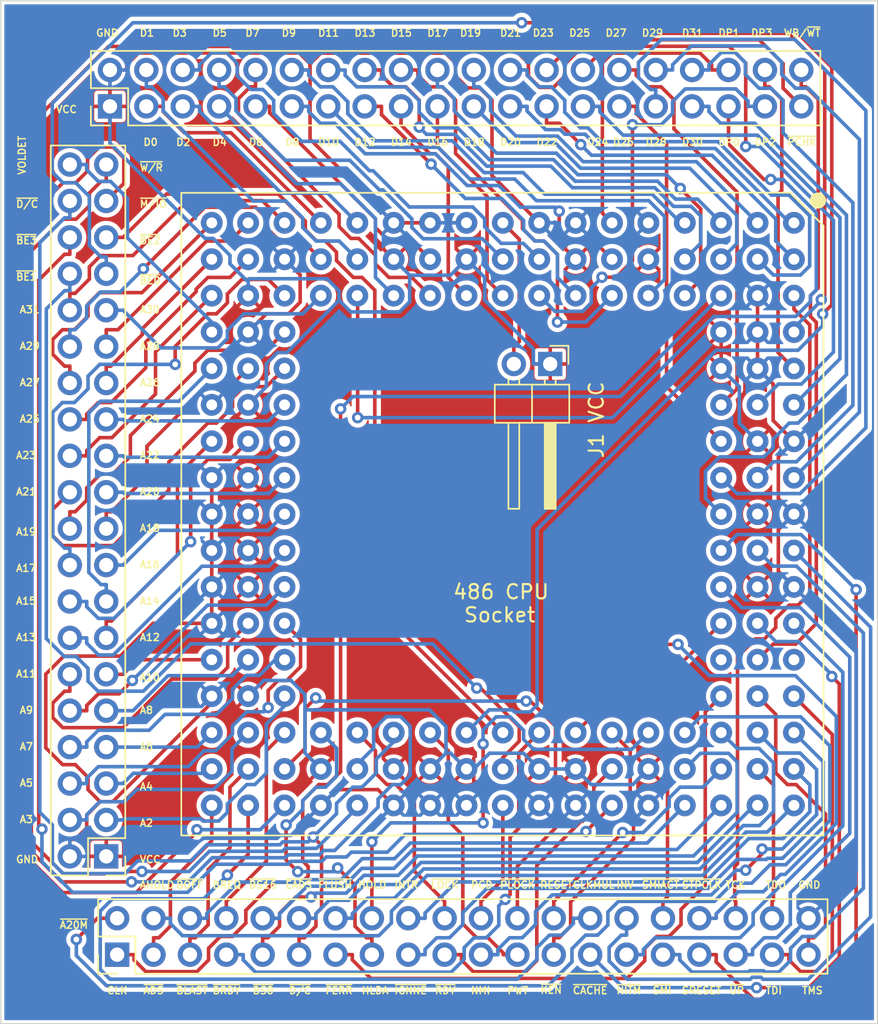
<source format=kicad_pcb>
(kicad_pcb (version 20221018) (generator pcbnew)
  (layers (0 "F.Cu" signal) (31 "B.Cu" signal) (34 "B.Paste" user) (35 "F.Paste" user) (36 "B.SilkS" user "B.Silkscreen") (37 "F.SilkS" user "F.Silkscreen") (38 "B.Mask" user) (39 "F.Mask" user) (44 "Edge.Cuts" user))
  (net 0 "")
  (net 1 "GND")
  (net 2 "Net-(J4-Pin_2)")
  (net 3 "/A2")
  (net 4 "/A3")
  (net 5 "/A13")
  (net 6 "/A9")
  (net 7 "/A5")
  (net 8 "/A7")
  (net 9 "/A11")
  (net 10 "/A8")
  (net 11 "/A12")
  (net 12 "/A10")
  (net 13 "/A6")
  (net 14 "/A4")
  (net 15 "/D0")
  (net 16 "/D1")
  (net 17 "/D2")
  (net 18 "/D3")
  (net 19 "/D4")
  (net 20 "/D5")
  (net 21 "/D6")
  (net 22 "/D7")
  (net 23 "/D8")
  (net 24 "/D9")
  (net 25 "/D10")
  (net 26 "/D11")
  (net 27 "/D12")
  (net 28 "/D13")
  (net 29 "/D14")
  (net 30 "/D15")
  (net 31 "/D16")
  (net 32 "/D17")
  (net 33 "/D18")
  (net 34 "/D19")
  (net 35 "/D20")
  (net 36 "/D21")
  (net 37 "/D22")
  (net 38 "/D23")
  (net 39 "/D24")
  (net 40 "/D25")
  (net 41 "/D26")
  (net 42 "/D27")
  (net 43 "/D28")
  (net 44 "/D29")
  (net 45 "/D30")
  (net 46 "/D31")
  (net 47 "/A14")
  (net 48 "/A15")
  (net 49 "/A16")
  (net 50 "/A17")
  (net 51 "/A18")
  (net 52 "/A19")
  (net 53 "/A20")
  (net 54 "/A21")
  (net 55 "/A22")
  (net 56 "/A23")
  (net 57 "/A24")
  (net 58 "/A25")
  (net 59 "/A26")
  (net 60 "/A27")
  (net 61 "/A28")
  (net 62 "/A29")
  (net 63 "/A30")
  (net 64 "/A31")
  (net 65 "/VCC")
  (net 67 "/DP0")
  (net 68 "/DP1")
  (net 69 "/DP2")
  (net 70 "/DP3")
  (net 71 "/~{PCHK}")
  (net 72 "/~{BE0}")
  (net 73 "/~{BE1}")
  (net 74 "/~{BE2}")
  (net 75 "/~{BE3}")
  (net 76 "/CLK")
  (net 78 "/TCK")
  (net 79 "/INV")
  (net 80 "/~{HITM}")
  (net 81 "/TDI")
  (net 82 "/~{IGNNE}")
  (net 83 "/INTR")
  (net 84 "/AHOLD")
  (net 85 "/~{SMI}")
  (net 86 "/~{CACHE}")
  (net 87 "/WB{slash}~{WT}")
  (net 88 "/TMS")
  (net 89 "/NMI")
  (net 90 "/TDO")
  (net 91 "/~{EADS}")
  (net 92 "/SRESET")
  (net 93 "/~{UP}")
  (net 94 "/~{SMIACT}")
  (net 95 "/~{FERR}")
  (net 96 "/~{FLUSH}")
  (net 97 "/RESET")
  (net 98 "/~{BS16}")
  (net 99 "/~{A20M}")
  (net 100 "/~{BS8}")
  (net 101 "/~{BOFF}")
  (net 102 "/HOLD")
  (net 103 "/~{KEN}")
  (net 104 "/~{RDY}")
  (net 105 "/~{STPCLK}")
  (net 106 "/~{BRDY}")
  (net 107 "/PCD")
  (net 108 "/PWT")
  (net 109 "/~{D{slash}C}")
  (net 110 "/~{LOCK}")
  (net 111 "/~{M{slash}IO}")
  (net 112 "/~{W{slash}R}")
  (net 113 "/HLDA")
  (net 114 "/BREQ")
  (net 115 "/~{PLOCK}")
  (net 116 "/~{BLAST}")
  (net 117 "/CLKMUL")
  (net 118 "/VOLDET")
  (net 119 "/~{ADS}")
  (footprint "Connector_PinHeader_2.54mm:PinHeader_2x20_P2.54mm_Vertical" (layer "F.Cu") (at 110.9738 72.4242 90)
    (fp_text reference "J1" hide)
    (fp_text value "Data Conn")
  )
  (footprint "Connector_PinHeader_2.54mm:PinHeader_1x02_P2.54mm_Horizontal" (layer "F.Cu") (at 141.7078 90.3962 -90)
    (fp_text reference "J4" hide)
    (fp_text value "J1 VCC")
  )
  (footprint "Connector_PinHeader_2.54mm:PinHeader_2x20_P2.54mm_Vertical" (layer "F.Cu") (at 110.7148 124.7432 180)
    (fp_text reference "J2" hide)
    (fp_text value "Addr Conn")
  )
  (footprint "486_Socket:486Socket" (layer "F.Cu") (at 115.5408 78.0072)
    (fp_text reference "U1" hide)
    (fp_text value "486Socket")
  )
  (footprint "Connector_PinHeader_2.54mm:PinHeader_2x20_P2.54mm_Vertical" (layer "F.Cu") (at 111.4768 131.6012 90)
    (fp_text reference "J3" hide)
    (fp_text value "Ctrl Conn")
  )
  (gr_rect (start 103.3488 65.0532) (end 164.5628 136.4272) (stroke (width 0.1)) (fill none) (layer "Edge.Cuts"))
  (gr_text "~{IGNNE}" (at 130.7808 134.3952) (layer "F.SilkS") (effects (font (size 0.5 0.5) (thickness 0.1) bold) (justify left bottom)))
  (gr_text "D21" (at 138.1468 67.5932) (layer "F.SilkS") (effects (font (size 0.5 0.5) (thickness 0.1) bold) (justify left bottom)))
  (gr_text "~{D/C}" (at 104.3648 79.5312) (layer "F.SilkS") (effects (font (size 0.5 0.5) (thickness 0.1) bold) (justify left bottom)))
  (gr_text "~{CACHE}" (at 143.2268 134.3952) (layer "F.SilkS") (effects (font (size 0.5 0.5) (thickness 0.1) bold) (justify left bottom)))
  (gr_text "CLKMUL" (at 143.2268 127.0292) (layer "F.SilkS") (effects (font (size 0.5 0.5) (thickness 0.1) bold) (justify left bottom)))
  (gr_text "D12" (at 127.9868 75.2132) (layer "F.SilkS") (effects (font (size 0.5 0.5) (thickness 0.1) bold) (justify left bottom)))
  (gr_text "HOLD" (at 128.2408 127.0292) (layer "F.SilkS") (effects (font (size 0.5 0.5) (thickness 0.1) bold) (justify left bottom)))
  (gr_text "A18" (at 113.0008 102.1372) (layer "F.SilkS") (effects (font (size 0.5 0.5) (thickness 0.1) bold) (justify left bottom)))
  (gr_text "~{FERR}" (at 125.9548 134.3952) (layer "F.SilkS") (effects (font (size 0.5 0.5) (thickness 0.1) bold) (justify left bottom)))
  (gr_text "D4" (at 118.0808 75.2132) (layer "F.SilkS") (effects (font (size 0.5 0.5) (thickness 0.1) bold) (justify left bottom)))
  (gr_text "~{BE3}" (at 104.3648 82.0712) (layer "F.SilkS") (effects (font (size 0.5 0.5) (thickness 0.1) bold) (justify left bottom)))
  (gr_text "A2" (at 113.0008 122.7112) (layer "F.SilkS") (effects (font (size 0.5 0.5) (thickness 0.1) bold) (justify left bottom)))
  (gr_text "VOLDET" (at 105.1268 77.2452 90) (layer "F.SilkS") (effects (font (size 0.5 0.5) (thickness 0.1) bold) (justify left bottom)))
  (gr_text "~{BE2}" (at 113.0008 82.0712) (layer "F.SilkS") (effects (font (size 0.5 0.5) (thickness 0.1) bold) (justify left bottom)))
  (gr_text "~{KEN}" (at 140.97 134.366) (layer "F.SilkS") (effects (font (size 0.5 0.5) (thickness 0.1) bold) (justify left bottom)))
  (gr_text "DP2" (at 155.9268 75.2132) (layer "F.SilkS") (effects (font (size 0.5 0.5) (thickness 0.1) bold) (justify left bottom)))
  (gr_text "D8" (at 123.1608 75.2132) (layer "F.SilkS") (effects (font (size 0.5 0.5) (thickness 0.1) bold) (justify left bottom)))
  (gr_text "A4" (at 113.0008 120.1712) (layer "F.SilkS") (effects (font (size 0.5 0.5) (thickness 0.1) bold) (justify left bottom)))
  (gr_text "A26" (at 113.0008 91.9772) (layer "F.SilkS") (effects (font (size 0.5 0.5) (thickness 0.1) bold) (justify left bottom)))
  (gr_text "DP1" (at 153.3868 67.5932) (layer "F.SilkS") (effects (font (size 0.5 0.5) (thickness 0.1) bold) (justify left bottom)))
  (gr_text "PCD" (at 136.1148 127.0292) (layer "F.SilkS") (effects (font (size 0.5 0.5) (thickness 0.1) bold) (justify left bottom)))
  (gr_text "A8" (at 113.0008 114.8372) (layer "F.SilkS") (effects (font (size 0.5 0.5) (thickness 0.1) bold) (justify left bottom)))
  (gr_text "~{W/R}" (at 113.0008 76.9912) (layer "F.SilkS") (effects (font (size 0.5 0.5) (thickness 0.1) bold) (justify left bottom)))
  (gr_text "A17" (at 104.3648 104.9312) (layer "F.SilkS") (effects (font (size 0.5 0.5) (thickness 0.1) bold) (justify left bottom)))
  (gr_text "D24" (at 144.2428 75.2132) (layer "F.SilkS") (effects (font (size 0.5 0.5) (thickness 0.1) bold) (justify left bottom)))
  (gr_text "~{FLUSH}" (at 125.4468 127.0292) (layer "F.SilkS") (effects (font (size 0.5 0.5) (thickness 0.1) bold) (justify left bottom)))
  (gr_text "GND" (at 104.3648 125.2512) (layer "F.SilkS") (effects (font (size 0.5 0.5) (thickness 0.1) bold) (justify left bottom)))
  (gr_text "A10" (at 113.0008 112.5512) (layer "F.SilkS") (effects (font (size 0.5 0.5) (thickness 0.1) bold) (justify left bottom)))
  (gr_text "D10" (at 125.4468 75.2132) (layer "F.SilkS") (effects (font (size 0.5 0.5) (thickness 0.1) bold) (justify left bottom)))
  (gr_text "TCK" (at 153.8948 127.0292) (layer "F.SilkS") (effects (font (size 0.5 0.5) (thickness 0.1) bold) (justify left bottom)))
  (gr_text "A19" (at 104.3648 102.3912) (layer "F.SilkS") (effects (font (size 0.5 0.5) (thickness 0.1) bold) (justify left bottom)))
  (gr_text "~{RDY}" (at 133.604 134.3952) (layer "F.SilkS") (effects (font (size 0.5 0.5) (thickness 0.1) bold) (justify left bottom)))
  (gr_text "VCC" (at 113.0008 125.2512) (layer "F.SilkS") (effects (font (size 0.5 0.5) (thickness 0.1) bold) (justify left bottom)))
  (gr_text "D27" (at 145.5128 67.5932) (layer "F.SilkS") (effects (font (size 0.5 0.5) (thickness 0.1) bold) (justify left bottom)))
  (gr_text "D19" (at 135.3528 67.5932) (layer "F.SilkS") (effects (font (size 0.5 0.5) (thickness 0.1) bold) (justify left bottom)))
  (gr_text "A13" (at 104.3648 109.7572) (layer "F.SilkS") (effects (font (size 0.5 0.5) (thickness 0.1) bold) (justify left bottom)))
  (gr_text "A29" (at 104.6188 89.4372) (layer "F.SilkS") (effects (font (size 0.5 0.5) (thickness 0.1) bold) (justify left bottom)))
  (gr_text "TDO" (at 156.6888 127.0292) (layer "F.SilkS") (effects (font (size 0.5 0.5) (thickness 0.1) bold) (justify left bottom)))
  (gr_text "D31" (at 150.8468 67.5932) (layer "F.SilkS") (effects (font (size 0.5 0.5) (thickness 0.1) bold) (justify left bottom)))
  (gr_text "A20" (at 113.0008 99.5972) (layer "F.SilkS") (effects (font (size 0.5 0.5) (thickness 0.1) bold) (justify left bottom)))
  (gr_text "D22" (at 140.6868 75.2132) (layer "F.SilkS") (effects (font (size 0.5 0.5) (thickness 0.1) bold) (justify left bottom)))
  (gr_text "~{EADS}" (at 123.1608 127.0292) (layer "F.SilkS") (effects (font (size 0.5 0.5) (thickness 0.1) bold) (justify left bottom)))
  (gr_text "NMI" (at 136.1148 134.3952) (layer "F.SilkS") (effects (font (size 0.5 0.5) (thickness 0.1) bold) (justify left bottom)))
  (gr_text "~{BRDY}" (at 118.0808 134.3952) (layer "F.SilkS") (effects (font (size 0.5 0.5) (thickness 0.1) bold) (justify left bottom)))
  (gr_text "BREQ" (at 118.0808 127.0292) (layer "F.SilkS") (effects (font (size 0.5 0.5) (thickness 0.1) bold) (justify left bottom)))
  (gr_text "D16" (at 133.0668 75.2132) (layer "F.SilkS") (effects (font (size 0.5 0.5) (thickness 0.1) bold) (justify left bottom)))
  (gr_text "D26" (at 146.0208 75.2132) (layer "F.SilkS") (effects (font (size 0.5 0.5) (thickness 0.1) bold) (justify left bottom)))
  (gr_text "~{A20M}" (at 107.4128 129.8232) (layer "F.SilkS") (effects (font (size 0.5 0.5) (thickness 0.1) bold) (justify left bottom)))
  (gr_text "D15" (at 130.5268 67.5932) (layer "F.SilkS") (effects (font (size 0.5 0.5) (thickness 0.1) bold) (justify left bottom)))
  (gr_text "A16" (at 113.0008 104.6772) (layer "F.SilkS") (effects (font (size 0.5 0.5) (thickness 0.1) bold) (justify left bottom)))
  (gr_text "~{PLOCK}" (at 138.1468 127.0292) (layer "F.SilkS") (effects (font (size 0.5 0.5) (thickness 0.1) bold) (justify left bottom)))
  (gr_text "~{BLAST}" (at 115.5408 134.3952) (layer "F.SilkS") (effects (font (size 0.5 0.5) (thickness 0.1) bold) (justify left bottom)))
  (gr_text "TMS" (at 159.2288 134.3952) (layer "F.SilkS") (effects (font (size 0.5 0.5) (thickness 0.1) bold) (justify left bottom)))
  (gr_text "A7" (at 104.6188 117.3772) (layer "F.SilkS") (effects (font (size 0.5 0.5) (thickness 0.1) bold) (justify left bottom)))
  (gr_text "GND" (at 109.9528 67.5932) (layer "F.SilkS") (effects (font (size 0.5 0.5) (thickness 0.1) bold) (justify left bottom)))
  (gr_text "VCC" (at 107.1588 72.9272) (layer "F.SilkS") (effects (font (size 0.5 0.5) (thickness 0.1) bold) (justify left bottom)))
  (gr_text "~{D/C}" (at 123.4148 134.3952) (layer "F.SilkS") (effects (font (size 0.5 0.5) (thickness 0.1) bold) (justify left bottom)))
  (gr_text "SRESET" (at 150.8468 134.3952) (layer "F.SilkS") (effects (font (size 0.5 0.5) (thickness 0.1) bold) (justify left bottom)))
  (gr_text "A9" (at 104.6188 114.8372) (layer "F.SilkS") (effects (font (size 0.5 0.5) (thickness 0.1) bold) (justify left bottom)))
  (gr_text "A3" (at 104.6188 122.4572) (layer "F.SilkS") (effects (font (size 0.5 0.5) (thickness 0.1) bold) (justify left bottom)))
  (gr_text "D3" (at 115.2868 67.5932) (layer "F.SilkS") (effects (font (size 0.5 0.5) (thickness 0.1) bold) (justify left bottom)))
  (gr_text "D14" (at 130.5268 75.2132) (layer "F.SilkS") (effects (font (size 0.5 0.5) (thickness 0.1) bold) (justify left bottom)))
  (gr_text "D0" (at 113.2548 75.2132) (layer "F.SilkS") (effects (font (size 0.5 0.5) (thickness 0.1) bold) (justify left bottom)))
  (gr_text "~{SMI}" (at 148.8148 134.3952) (layer "F.SilkS") (effects (font (size 0.5 0.5) (thickness 0.1) bold) (justify left bottom)))
  (gr_text "~{STPCLK}" (at 150.8468 127.0292) (layer "F.SilkS") (effects (font (size 0.5 0.5) (thickness 0.1) bold) (justify left bottom)))
  (gr_text "D29" (at 148.0528 67.5932) (layer "F.SilkS") (effects (font (size 0.5 0.5) (thickness 0.1) bold) (justify left bottom)))
  (gr_text "J1 VCC" (at 145.5128 97.0572 90) (layer "F.SilkS") (effects (font (size 1 1)) (justify left bottom)))
  (gr_text "WB/~{WT}" (at 157.9588 67.5932) (layer "F.SilkS") (effects (font (size 0.5 0.5) (thickness 0.1) bold) (justify left bottom)))
  (gr_text "D17" (at 133.0668 67.5932) (layer "F.SilkS") (effects (font (size 0.5 0.5) (thickness 0.1) bold) (justify left bottom)))
  (gr_text "D2" (at 115.5408 75.2132) (layer "F.SilkS") (effects (font (size 0.5 0.5) (thickness 0.1) bold) (justify left bottom)))
  (gr_text "~{HITM}" (at 146.2748 134.3952) (layer "F.SilkS") (effects (font (size 0.5 0.5) (thickness 0.1) bold) (justify left bottom)))
  (gr_text "D7" (at 120.3668 67.5932) (layer "F.SilkS") (effects (font (size 0.5 0.5) (thickness 0.1) bold) (justify left bottom)))
  (gr_text "D1" (at 113.0008 67.5932) (layer "F.SilkS") (effects (font (size 0.5 0.5) (thickness 0.1) bold) (justify left bottom)))
  (gr_text "A24" (at 113.0008 94.5172) (layer "F.SilkS") (effects (font (size 0.5 0.5) (thickness 0.1) bold) (justify left bottom)))
  (gr_text "D13" (at 127.9868 67.5932) (layer "F.SilkS") (effects (font (size 0.5 0.5) (thickness 0.1) bold) (justify left bottom)))
  (gr_text "~{BE1}" (at 104.3648 84.6112) (layer "F.SilkS") (effects (font (size 0.5 0.5) (thickness 0.1) bold) (justify left bottom)))
  (gr_text "~{BS8}" (at 120.8748 134.3952) (layer "F.SilkS") (effects (font (size 0.5 0.5) (thickness 0.1) bold) (justify left bottom)))
  (gr_text "DP0" (at 153.3868 75.2132) (layer "F.SilkS") (effects (font (size 0.5 0.5) (thickness 0.1) bold) (justify left bottom)))
  (gr_text "A25" (at 104.6188 94.5172) (layer "F.SilkS") (effects (font (size 0.5 0.5) (thickness 0.1) bold) (justify left bottom)))
  (gr_text "D25" (at 142.9728 67.5932) (layer "F.SilkS") (effects (font (size 0.5 0.5) (thickness 0.1) bold) (justify left bottom)))
  (gr_text "D11" (at 125.4468 67.5932) (layer "F.SilkS") (effects (font (size 0.5 0.5) (thickness 0.1) bold) (justify left bottom)))
  (gr_text "A12" (at 113.0008 109.7572) (layer "F.SilkS") (effects (font (size 0.5 0.5) (thickness 0.1) bold) (justify left bottom)))
  (gr_text "AHOLD" (at 113.0008 127.0292) (layer "F.SilkS") (effects (font (size 0.5 0.5) (thickness 0.1) bold) (justify left bottom)))
  (gr_text "~{M/IO}" (at 113.0008 79.5312) (layer "F.SilkS") (effects (font (size 0.5 0.5) (thickness 0.1) bold) (justify left bottom)))
  (gr_text "A15" (at 104.3648 107.2172) (layer "F.SilkS") (effects (font (size 0.5 0.5) (thickness 0.1) bold) (justify left bottom)))
  (gr_text "A28" (at 113.0008 89.4372) (layer "F.SilkS") (effects (font (size 0.5 0.5) (thickness 0.1) bold) (justify left bottom)))
  (gr_text "TDI" (at 156.6888 134.3952) (layer "F.SilkS") (effects (font (size 0.5 0.5) (thickness 0.1) bold) (justify left bottom)))
  (gr_text "~{BS16}" (at 120.6208 127.0292) (layer "F.SilkS") (effects (font (size 0.5 0.5) (thickness 0.1) bold) (justify left bottom)))
  (gr_text "A30" (at 113.0008 86.8972) (layer "F.SilkS") (effects (font (size 0.5 0.5) (thickness 0.1) bold) (justify left bottom)))
  (gr_text "D18" (at 135.6068 75.2132) (layer "F.SilkS") (effects (font (size 0.5 0.5) (thickness 0.1) bold) (justify left bottom)))
  (gr_text "A23" (at 104.3648 97.0572) (layer "F.SilkS") (effects (font (size 0.5 0.5) (thickness 0.1) bold) (justify left bottom)))
  (gr_text "~{ADS}" (at 113.2548 134.3952) (layer "F.SilkS") (effects (font (size 0.5 0.5) (thickness 0.1) bold) (justify left bottom)))
  (gr_text "~{SMIACT}" (at 148.0528 127.0292) (layer "F.SilkS") (effects (font (size 0.5 0.5) (thickness 0.1) bold) (justify left bottom)))
  (gr_text "D28" (at 148.3068 75.2132) (layer "F.SilkS") (effects (font (size 0.5 0.5) (thickness 0.1) bold) (justify left bottom)))
  (gr_text "D23" (at 140.4328 67.5932) (layer "F.SilkS") (effects (font (size 0.5 0.5) (thickness 0.1) bold) (justify left bottom)))
  (gr_text "RESET" (at 140.9408 127.0292) (layer "F.SilkS") (effects (font (size 0.5 0.5) (thickness 0.1) bold) (justify left bottom)))
  (gr_text "A11" (at 104.3648 112.2972) (layer "F.SilkS") (effects (font (size 0.5 0.5) (thickness 0.1) bold) (justify left bottom)))
  (gr_text "D30" (at 150.8468 75.2132) (layer "F.SilkS") (effects (font (size 0.5 0.5) (thickness 0.1) bold) (justify left bottom)))
  (gr_text "D6" (at 120.6208 75.2132) (layer "F.SilkS") (effects (font (size 0.5 0.5) (thickness 0.1) bold) (justify left bottom)))
  (gr_text "DP3" (at 155.6728 67.5932) (layer "F.SilkS") (effects (font (size 0.5 0.5) (thickness 0.1) bold) (justify left bottom)))
  (gr_text "D5" (at 118.0808 67.5932) (layer "F.SilkS") (effects (font (size 0.5 0.5) (thickness 0.1) bold) (justify left bottom)))
  (gr_text "~{LOCK}" (at 133.3208 127.0292) (layer "F.SilkS") (effects (font (size 0.5 0.5) (thickness 0.1) bold) (justify left bottom)))
  (gr_text "CLK" (at 110.7148 134.3952) (layer "F.SilkS") (effects (font (size 0.5 0.5) (thickness 0.1) bold) (justify left bottom)))
  (gr_text "A14" (at 113.0008 107.2172) (layer "F.SilkS") (effects (font (size 0.5 0.5) (thickness 0.1) bold) (justify left bottom)))
  (gr_text "~{BOFF}" (at 115.5408 127.0292) (layer "F.SilkS") (effects (font (size 0.5 0.5) (thickness 0.1) bold) (justify left bottom)))
  (gr_text "~{UP}" (at 154.1488 134.3952) (layer "F.SilkS") (effects (font (size 0.5 0.5) (thickness 0.1) bold) (justify left bottom)))
  (gr_text "PWT" (at 138.6548 134.3952) (layer "F.SilkS") (effects (font (size 0.5 0.5) (thickness 0.1) bold) (justify left bottom)))
  (gr_text "A21" (at 104.3648 99.5972) (layer "F.SilkS") (effects (font (size 0.5 0.5) (thickness 0.1) bold) (justify left bottom)))
  (gr_text "HLDA" (at 128.4948 134.3952) (layer "F.SilkS") (effects (font (size 0.5 0.5) (thickness 0.1) bold) (justify left bottom)))
  (gr_text "INV\n" (at 146.2748 127.0292) (layer "F.SilkS") (effects (font (size 0.5 0.5) (thickness 0.1) bold) (justify left bottom)))
  (gr_text "A27" (at 104.6188 91.9772) (layer "F.SilkS") (effects (font (size 0.5 0.5) (thickness 0.1) bold) (justify left bottom)))
  (gr_text "486 CPU \n Socket" (at 134.8448 108.4872) (layer "F.SilkS") (effects (font (size 1 1)) (justify left bottom)))
  (gr_text "~{PCHK}" (at 158.2128 75.2132) (layer "F.SilkS") (effects (font (size 0.5 0.5) (thickness 0.1) bold) (justify left bottom)))
  (gr_text "A22" (at 113.0008 97.0572) (layer "F.SilkS") (effects (font (size 0.5 0.5) (thickness 0.1) bold) (justify left bottom)))
  (gr_text "D20" (at 138.1468 75.2132) (layer "F.SilkS") (effects (font (size 0.5 0.5) (thickness 0.1) bold) (justify left bottom)))
  (gr_text "GND" (at 158.9748 127.0292) (layer "F.SilkS") (effects (font (size 0.5 0.5) (thickness 0.1) bold) (justify left bottom)))
  (gr_text "A5" (at 104.6188 119.9172) (layer "F.SilkS") (effects (font (size 0.5 0.5) (thickness 0.1) bold) (justify left bottom)))
  (gr_text "D9" (at 122.9068 67.5932) (layer "F.SilkS") (effects (font (size 0.5 0.5) (thickness 0.1) bold) (justify left bottom)))
  (gr_text "A6" (at 113.0008 117.3772) (layer "F.SilkS") (effects (font (size 0.5 0.5) (thickness 0.1) bold) (justify left bottom)))
  (gr_text "INTR" (at 130.7808 127.0292) (layer "F.SilkS") (effects (font (size 0.5 0.5) (thickness 0.1) bold) (justify left bottom)))
  (gr_text "~{BE0}" (at 113.0008 84.8652) (layer "F.SilkS") (effects (font (size 0.5 0.5) (thickness 0.1) bold) (justify left bottom)))
  (gr_text "A31" (at 104.6188 86.8972) (layer "F.SilkS") (effects (font (size 0.5 0.5) (thickness 0.1) bold) (justify left bottom)))
  (segment (start 109.4448 119.2323) (end 108.5578 118.3453) (width 0.25) (layer "F.Cu") (net 1))
  (segment (start 111.1616 120.9332) (end 118.0808 114.014) (width 0.25) (layer "F.Cu") (net 1))
  (segment (start 124.9438 74.7102) (end 130.7808 80.5472) (width 0.25) (layer "F.Cu") (net 1))
  (segment (start 106.4951 112.0355) (end 107.7574 110.7732) (width 0.25) (layer "F.Cu") (net 1))
  (segment (start 121.891 86.897) (end 123.4379 86.897) (width 0.25) (layer "F.Cu") (net 1))
  (segment (start 156.1808 88.1672) (end 156.1808 90.7072) (width 0.25) (layer "F.Cu") (net 1))
  (segment (start 113.9798 108.4872) (end 118.0808 108.4872) (width 0.25) (layer "F.Cu") (net 1))
  (segment (start 157.6319 101.9561) (end 158.7208 100.8672) (width 0.25) (layer "F.Cu") (net 1))
  (segment (start 157.6319 99.7783) (end 157.6319 96.8761) (width 0.25) (layer "F.Cu") (net 1))
  (segment (start 109.3517 121.8654) (end 110.2839 120.9332) (width 0.25) (layer "F.Cu") (net 1))
  (segment (start 130.7808 80.5472) (end 133.3208 80.5472) (width 0.25) (layer "F.Cu") (net 1))
  (segment (start 112.1507 69.5164) (end 112.9696 68.6975) (width 0.25) (layer "F.Cu") (net 1))
  (segment (start 157.2697 91.7961) (end 157.2697 94.3361) (width 0.25) (layer "F.Cu") (net 1))
  (segment (start 118.0808 105.9472) (end 118.0808 108.4872) (width 0.25) (layer "F.Cu") (net 1))
  (segment (start 111.6938 110.7732) (end 113.9798 108.4872) (width 0.25) (layer "F.Cu") (net 1))
  (segment (start 110.9738 69.8842) (end 112.1507 69.8842) (width 0.25) (layer "F.Cu") (net 1))
  (segment (start 108.5578 118.3453) (end 107.6698 118.3453) (width 0.25) (layer "F.Cu") (net 1))
  (segment (start 124.2524 84.1788) (end 123.1608 83.0872) (width 0.25) (layer "F.Cu") (net 1))
  (segment (start 108.1748 123.5663) (end 108.5427 123.5663) (width 0.25) (layer "F.Cu") (net 1))
  (segment (start 137.6438 71.9933) (end 136.7886 71.1381) (width 0.25) (layer "F.Cu") (net 1))
  (segment (start 135.1038 69.408) (end 134.4031 68.7073) (width 0.25) (layer "F.Cu") (net 1))
  (segment (start 112.1507 69.8842) (end 112.1507 69.5164) (width 0.25) (layer "F.Cu") (net 1))
  (segment (start 118.0808 103.4072) (end 118.0808 100.8672) (width 0.25) (layer "F.Cu") (net 1))
  (segment (start 118.0808 114.014) (end 118.0808 113.5672) (width 0.25) (layer "F.Cu") (net 1))
  (segment (start 118.0808 103.4072) (end 118.0808 105.9472) (width 0.25) (layer "F.Cu") (net 1))
  (segment (start 109.3517 122.7573) (end 109.3517 121.8654) (width 0.25) (layer "F.Cu") (net 1))
  (segment (start 125.7008 121.1872) (end 126.8004 120.0876) (width 0.25) (layer "F.Cu") (net 1))
  (segment (start 129.6812 120.0876) (end 130.7808 121.1872) (width 0.25) (layer "F.Cu") (net 1))
  (segment (start 107.7574 110.7732) (end 111.6938 110.7732) (width 0.25) (layer "F.Cu") (net 1))
  (segment (start 110.2839 120.9332) (end 111.1616 120.9332) (width 0.25) (layer "F.Cu") (net 1))
  (segment (start 126.8004 120.0876) (end 129.6812 120.0876) (width 0.25) (layer "F.Cu") (net 1))
  (segment (start 136.7886 71.1381) (end 135.9349 71.1381) (width 0.25) (layer "F.Cu") (net 1))
  (segment (start 106.4951 117.1706) (end 106.4951 112.0355) (width 0.25) (layer "F.Cu") (net 1))
  (segment (start 134.4031 68.7073) (end 125.6915 68.7073) (width 0.25) (layer "F.Cu") (net 1))
  (segment (start 156.1808 85.6272) (end 156.1808 88.1672) (width 0.25) (layer "F.Cu") (net 1))
  (segment (start 124.1863 68.6975) (end 124.9438 69.455) (width 0.25) (layer "F.Cu") (net 1))
  (segment (start 157.6319 96.8761) (end 158.7208 95.7872) (width 0.25) (layer "F.Cu") (net 1))
  (segment (start 135.9349 71.1381) (end 135.1038 70.307) (width 0.25) (layer "F.Cu") (net 1))
  (segment (start 158.7208 100.8672) (end 157.6319 99.7783) (width 0.25) (layer "F.Cu") (net 1))
  (segment (start 112.9696 68.6975) (end 124.1863 68.6975) (width 0.25) (layer "F.Cu") (net 1))
  (segment (start 157.2697 94.3361) (end 158.7208 95.7872) (width 0.25) (layer "F.Cu") (net 1))
  (segment (start 156.1808 90.7072) (end 157.2697 91.7961) (width 0.25) (layer "F.Cu") (net 1))
  (segment (start 157.6319 104.8583) (end 157.6319 101.9561) (width 0.25) (layer "F.Cu") (net 1))
  (segment (start 110.2839 120.9332) (end 109.4448 120.0941) (width 0.25) (layer "F.Cu") (net 1))
  (segment (start 137.6438 77.2502) (end 137.6438 71.9933) (width 0.25) (layer "F.Cu") (net 1))
  (segment (start 109.4448 120.0941) (end 109.4448 119.2323) (width 0.25) (layer "F.Cu") (net 1))
  (segment (start 124.2524 86.0825) (end 124.2524 84.1788) (width 0.25) (layer "F.Cu") (net 1))
  (segment (start 125.6915 68.7073) (end 124.9438 69.455) (width 0.25) (layer "F.Cu") (net 1))
  (segment (start 140.9408 80.5472) (end 137.6438 77.2502) (width 0.25) (layer "F.Cu") (net 1))
  (segment (start 118.0808 100.8672) (end 118.0808 98.3272) (width 0.25) (layer "F.Cu") (net 1))
  (segment (start 108.5427 123.5663) (end 109.3517 122.7573) (width 0.25) (layer "F.Cu") (net 1))
  (segment (start 123.4379 86.897) (end 124.2524 86.0825) (width 0.25) (layer "F.Cu") (net 1))
  (segment (start 107.6698 118.3453) (end 106.4951 117.1706) (width 0.25) (layer "F.Cu") (net 1))
  (segment (start 120.6208 88.1672) (end 121.891 86.897) (width 0.25) (layer "F.Cu") (net 1))
  (segment (start 135.1038 70.307) (end 135.1038 69.408) (width 0.25) (layer "F.Cu") (net 1))
  (segment (start 158.7208 105.9472) (end 157.6319 104.8583) (width 0.25) (layer "F.Cu") (net 1))
  (segment (start 124.9438 69.455) (end 124.9438 74.7102) (width 0.25) (layer "F.Cu") (net 1))
  (segment (start 108.1748 124.7432) (end 108.1748 123.5663) (width 0.25) (layer "F.Cu") (net 1))
  (segment (start 117.3452 123.6109) (end 117.4712 123.4849) (width 0.25) (layer "B.Cu") (net 1))
  (segment (start 123.609 123.279) (end 125.7008 121.1872) (width 0.25) (layer "B.Cu") (net 1))
  (segment (start 118.0808 93.2472) (end 119.3508 91.9772) (width 0.25) (layer "B.Cu") (net 1))
  (segment (start 133.3208 80.5472) (end 135.8608 80.5472) (width 0.25) (layer "B.Cu") (net 1))
  (segment (start 117.4712 123.4849) (end 122.6489 123.4849) (width 0.25) (layer "B.Cu") (net 1))
  (segment (start 148.5608 80.5472) (end 148.0899 81.0181) (width 0.25) (layer "B.Cu") (net 1))
  (segment (start 122.6489 123.4849) (end 122.8548 123.279) (width 0.25) (layer "B.Cu") (net 1))
  (segment (start 122.8548 123.279) (end 123.609 123.279) (width 0.25) (layer "B.Cu") (net 1))
  (segment (start 140.9408 80.5472) (end 141.9568 80.5472) (width 0.25) (layer "B.Cu") (net 1))
  (segment (start 119.3508 91.9772) (end 119.3508 89.4372) (width 0.25) (layer "B.Cu") (net 1))
  (segment (start 163.0698 125.7282) (end 163.0698 110.2962) (width 0.25) (layer "B.Cu") (net 1))
  (segment (start 119.3508 89.4372) (end 120.6208 88.1672) (width 0.25) (layer "B.Cu") (net 1))
  (segment (start 139.545 81.6914) (end 139.545 88.8421) (width 0.25) (layer "F.Cu") (net 2))
  (segment (start 138.4008 80.5472) (end 139.545 81.6914) (width 0.25) (layer "F.Cu") (net 2))
  (segment (start 139.545 88.8421) (end 139.1678 89.2193) (width 0.25) (layer "F.Cu") (net 2))
  (segment (start 139.1678 90.3962) (end 139.1678 89.2193) (width 0.25) (layer "F.Cu") (net 2))
  (segment (start 120.525 119.7361) (end 119.1697 121.0914) (width 0.25) (layer "B.Cu") (net 3))
  (segment (start 121.8908 115.5196) (end 121.8908 118.9362) (width 0.25) (layer "B.Cu") (net 3))
  (segment (start 121.0909 119.7361) (end 120.525 119.7361) (width 0.25) (layer "B.Cu") (net 3))
  (segment (start 117.3077 122.1196) (end 111.9753 122.1196) (width 0.25) (layer "B.Cu") (net 3))
  (segment (start 121.8908 118.9362) (end 121.0909 119.7361) (width 0.25) (layer "B.Cu") (net 3))
  (segment (start 110.7148 122.2032) (end 111.8917 122.2032) (width 0.25) (layer "B.Cu") (net 3))
  (segment (start 118.5711 122.2773) (end 117.4654 122.2773) (width 0.25) (layer "B.Cu") (net 3))
  (segment (start 119.1697 121.6787) (end 118.5711 122.2773) (width 0.25) (layer "B.Cu") (net 3))
  (segment (start 119.1697 121.0914) (end 119.1697 121.6787) (width 0.25) (layer "B.Cu") (net 3))
  (segment (start 117.4654 122.2773) (end 117.3077 122.1196) (width 0.25) (layer "B.Cu") (net 3))
  (segment (start 123.1608 113.5672) (end 123.1608 114.2496) (width 0.25) (layer "B.Cu") (net 3))
  (segment (start 111.9753 122.1196) (end 111.8917 122.2032) (width 0.25) (layer "B.Cu") (net 3))
  (segment (start 123.1608 114.2496) (end 121.8908 115.5196) (width 0.25) (layer "B.Cu") (net 3))
  (segment (start 112.0012 120.9332) (end 110.2559 120.9332) (width 0.25) (layer "B.Cu") (net 4))
  (segment (start 110.2559 120.9332) (end 109.3517 121.8374) (width 0.25) (layer "B.Cu") (net 4))
  (segment (start 112.8585 120.0759) (end 112.0012 120.9332) (width 0.25) (layer "B.Cu") (net 4))
  (segment (start 119.4933 118.7984) (end 118.2158 120.0759) (width 0.25) (layer "B.Cu") (net 4))
  (segment (start 108.1748 122.2032) (end 109.3517 122.2032) (width 0.25) (layer "B.Cu") (net 4))
  (segment (start 109.3517 121.8374) (end 109.3517 122.2032) (width 0.25) (layer "B.Cu") (net 4))
  (segment (start 119.4933 117.2347) (end 119.4933 118.7984) (width 0.25) (layer "B.Cu") (net 4))
  (segment (start 118.2158 120.0759) (end 112.8585 120.0759) (width 0.25) (layer "B.Cu") (net 4))
  (segment (start 120.6208 116.1072) (end 119.4933 117.2347) (width 0.25) (layer "B.Cu") (net 4))
  (segment (start 122.0638 104.5042) (end 123.1608 103.4072) (width 0.25) (layer "B.Cu") (net 5))
  (segment (start 110.1745 110.6938) (end 111.2066 110.6938) (width 0.25) (layer "B.Cu") (net 5))
  (segment (start 108.1748 109.5032) (end 109.3517 109.5032) (width 0.25) (layer "B.Cu") (net 5))
  (segment (start 111.2066 110.6938) (end 117.3962 104.5042) (width 0.25) (layer "B.Cu") (net 5))
  (segment (start 117.3962 104.5042) (end 122.0638 104.5042) (width 0.25) (layer "B.Cu") (net 5))
  (segment (start 109.3517 109.871) (end 110.1745 110.6938) (width 0.25) (layer "B.Cu") (net 5))
  (segment (start 109.3517 109.5032) (end 109.3517 109.871) (width 0.25) (layer "B.Cu") (net 5))
  (segment (start 109.3517 114.5832) (end 109.3517 114.2153) (width 0.25) (layer "F.Cu") (net 6))
  (segment (start 109.3517 114.2153) (end 110.1607 113.4063) (width 0.25) (layer "F.Cu") (net 6))
  (segment (start 110.1607 113.4063) (end 111.6095 113.4063) (width 0.25) (layer "F.Cu") (net 6))
  (segment (start 111.6095 113.4063) (end 112.5447 112.4711) (width 0.25) (layer "F.Cu") (net 6))
  (segment (start 108.1748 114.5832) (end 109.3517 114.5832) (width 0.25) (layer "F.Cu") (net 6))
  (via (at 112.5447 112.4711) (size 0.8) (drill 0.4) (layers "F.Cu" "B.Cu") (net 6))
  (segment (start 123.1608 105.9472) (end 121.8908 107.2172) (width 0.25) (layer "B.Cu") (net 6))
  (segment (start 117.7986 107.2172) (end 112.5447 112.4711) (width 0.25) (layer "B.Cu") (net 6))
  (segment (start 121.8908 107.2172) (end 117.7986 107.2172) (width 0.25) (layer "B.Cu") (net 6))
  (segment (start 123.1608 108.4872) (end 124.2793 109.6057) (width 0.25) (layer "F.Cu") (net 7))
  (segment (start 124.2793 111.5117) (end 123.3127 112.4783) (width 0.25) (layer "F.Cu") (net 7))
  (segment (start 122.7098 112.4783) (end 122.0189 113.1692) (width 0.25) (layer "F.Cu") (net 7))
  (segment (start 122.0189 113.1692) (end 122.0189 114.3635) (width 0.25) (layer "F.Cu") (net 7))
  (segment (start 123.3127 112.4783) (end 122.7098 112.4783) (width 0.25) (layer "F.Cu") (net 7))
  (segment (start 124.2793 109.6057) (end 124.2793 111.5117) (width 0.25) (layer "F.Cu") (net 7))
  (via (at 122.0189 114.3635) (size 0.8) (drill 0.4) (layers "F.Cu" "B.Cu") (net 7))
  (segment (start 121.7263 114.6561) (end 122.0189 114.3635) (width 0.25) (layer "B.Cu") (net 7))
  (segment (start 119.5319 116.2056) (end 119.5319 115.6467) (width 0.25) (layer "B.Cu") (net 7))
  (segment (start 118.3603 117.3772) (end 119.5319 116.2056) (width 0.25) (layer "B.Cu") (net 7))
  (segment (start 110.1607 118.4863) (end 116.4345 118.4863) (width 0.25) (layer "B.Cu") (net 7))
  (segment (start 109.3517 119.2953) (end 110.1607 118.4863) (width 0.25) (layer "B.Cu") (net 7))
  (segment (start 117.5436 117.3772) (end 118.3603 117.3772) (width 0.25) (layer "B.Cu") (net 7))
  (segment (start 120.5225 114.6561) (end 121.7263 114.6561) (width 0.25) (layer "B.Cu") (net 7))
  (segment (start 116.4345 118.4863) (end 117.5436 117.3772) (width 0.25) (layer "B.Cu") (net 7))
  (segment (start 108.1748 119.6632) (end 109.3517 119.6632) (width 0.25) (layer "B.Cu") (net 7))
  (segment (start 109.3517 119.6632) (end 109.3517 119.2953) (width 0.25) (layer "B.Cu") (net 7))
  (segment (start 119.5319 115.6467) (end 120.5225 114.6561) (width 0.25) (layer "B.Cu") (net 7))
  (segment (start 120.5019 112.1161) (end 121.4128 112.1161) (width 0.25) (layer "B.Cu") (net 8))
  (segment (start 113.7094 115.9463) (end 114.8185 114.8372) (width 0.25) (layer "B.Cu") (net 8))
  (segment (start 108.1748 117.1232) (end 109.3517 117.1232) (width 0.25) (layer "B.Cu") (net 8))
  (segment (start 109.3517 117.1232) (end 109.3517 116.7553) (width 0.25) (layer "B.Cu") (net 8))
  (segment (start 109.3517 116.7553) (end 110.1607 115.9463) (width 0.25) (layer "B.Cu") (net 8))
  (segment (start 110.1607 115.9463) (end 113.7094 115.9463) (width 0.25) (layer "B.Cu") (net 8))
  (segment (start 122.5017 111.0272) (end 123.1608 111.0272) (width 0.25) (layer "B.Cu") (net 8))
  (segment (start 119.5319 113.0861) (end 120.5019 112.1161) (width 0.25) (layer "B.Cu") (net 8))
  (segment (start 121.4128 112.1161) (end 122.5017 111.0272) (width 0.25) (layer "B.Cu") (net 8))
  (segment (start 114.8185 114.8372) (end 118.413 114.8372) (width 0.25) (layer "B.Cu") (net 8))
  (segment (start 119.5319 113.7183) (end 119.5319 113.0861) (width 0.25) (layer "B.Cu") (net 8))
  (segment (start 118.413 114.8372) (end 119.5319 113.7183) (width 0.25) (layer "B.Cu") (net 8))
  (segment (start 120.6208 108.4872) (end 119.192 109.916) (width 0.25) (layer "F.Cu") (net 9))
  (segment (start 107.679 115.7641) (end 106.9787 115.0638) (width 0.25) (layer "F.Cu") (net 9))
  (segment (start 119.192 109.916) (end 119.192 111.5549) (width 0.25) (layer "F.Cu") (net 9))
  (segment (start 111.8945 115.7641) (end 107.679 115.7641) (width 0.25) (layer "F.Cu") (net 9))
  (segment (start 119.192 111.5549) (end 118.3694 112.3775) (width 0.25) (layer "F.Cu") (net 9))
  (segment (start 118.3694 112.3775) (end 115.2811 112.3775) (width 0.25) (layer "F.Cu") (net 9))
  (segment (start 115.2811 112.3775) (end 111.8945 115.7641) (width 0.25) (layer "F.Cu") (net 9))
  (segment (start 107.809 113.2201) (end 108.1748 113.2201) (width 0.25) (layer "F.Cu") (net 9))
  (segment (start 108.1748 112.0432) (end 108.1748 113.2201) (width 0.25) (layer "F.Cu") (net 9))
  (segment (start 106.9787 115.0638) (end 106.9787 114.0504) (width 0.25) (layer "F.Cu") (net 9))
  (segment (start 106.9787 114.0504) (end 107.809 113.2201) (width 0.25) (layer "F.Cu") (net 9))
  (segment (start 115.0308 112.1379) (end 119.5101 112.1379) (width 0.25) (layer "B.Cu") (net 10))
  (segment (start 112.5855 114.5832) (end 115.0308 112.1379) (width 0.25) (layer "B.Cu") (net 10))
  (segment (start 119.5101 112.1379) (end 120.6208 111.0272) (width 0.25) (layer "B.Cu") (net 10))
  (segment (start 110.7148 114.5832) (end 112.5855 114.5832) (width 0.25) (layer "B.Cu") (net 10))
  (segment (start 115.6882 98.1798) (end 118.0808 95.7872) (width 0.25) (layer "F.Cu") (net 11))
  (segment (start 110.7148 109.5032) (end 110.7148 108.3263) (width 0.25) (layer "F.Cu") (net 11))
  (segment (start 111.0826 108.3263) (end 115.6882 103.7207) (width 0.25) (layer "F.Cu") (net 11))
  (segment (start 110.7148 108.3263) (end 111.0826 108.3263) (width 0.25) (layer "F.Cu") (net 11))
  (segment (start 115.6882 103.7207) (end 115.6882 98.1798) (width 0.25) (layer "F.Cu") (net 11))
  (segment (start 112.9077 111.0272) (end 118.0808 111.0272) (width 0.25) (layer "F.Cu") (net 12))
  (segment (start 110.7148 112.0432) (end 111.8917 112.0432) (width 0.25) (layer "F.Cu") (net 12))
  (segment (start 111.8917 112.0432) (end 112.9077 111.0272) (width 0.25) (layer "F.Cu") (net 12))
  (segment (start 117.0648 117.1232) (end 118.0808 116.1072) (width 0.25) (layer "B.Cu") (net 13))
  (segment (start 110.7148 117.1232) (end 117.0648 117.1232) (width 0.25) (layer "B.Cu") (net 13))
  (segment (start 112.6038 118.9511) (end 117.7769 118.9511) (width 0.25) (layer "B.Cu") (net 14))
  (segment (start 110.7148 119.6632) (end 111.8917 119.6632) (width 0.25) (layer "B.Cu") (net 14))
  (segment (start 111.8917 119.6632) (end 112.6038 118.9511) (width 0.25) (layer "B.Cu") (net 14))
  (segment (start 117.7769 118.9511) (end 118.0808 118.6472) (width 0.25) (layer "B.Cu") (net 14))
  (segment (start 114.6907 72.79) (end 114.6907 72.4242) (width 0.25) (layer "F.Cu") (net 15))
  (segment (start 113.5138 72.4242) (end 114.6907 72.4242) (width 0.25) (layer "F.Cu") (net 15))
  (segment (start 116.1642 74.2635) (end 114.6907 72.79) (width 0.25) (layer "F.Cu") (net 15))
  (segment (start 119.4171 74.2635) (end 116.1642 74.2635) (width 0.25) (layer "F.Cu") (net 15))
  (segment (start 125.7008 80.5472) (end 119.4171 74.2635) (width 0.25) (layer "F.Cu") (net 15))
  (segment (start 123.2513 79.0272) (end 120.9763 79.0272) (width 0.25) (layer "B.Cu") (net 16))
  (segment (start 120.9763 79.0272) (end 114.6907 72.7416) (width 0.25) (layer "B.Cu") (net 16))
  (segment (start 124.4308 80.8794) (end 124.4308 80.2067) (width 0.25) (layer "B.Cu") (net 16))
  (segment (start 114.6907 71.8701) (end 113.8817 71.0611) (width 0.25) (layer "B.Cu") (net 16))
  (segment (start 113.5138 69.8842) (end 113.5138 71.0611) (width 0.25) (layer "B.Cu") (net 16))
  (segment (start 114.6907 72.7416) (end 114.6907 71.8701) (width 0.25) (layer "B.Cu") (net 16))
  (segment (start 125.3686 81.8172) (end 124.4308 80.8794) (width 0.25) (layer "B.Cu") (net 16))
  (segment (start 128.2408 83.0872) (end 126.9708 81.8172) (width 0.25) (layer "B.Cu") (net 16))
  (segment (start 126.9708 81.8172) (end 125.3686 81.8172) (width 0.25) (layer "B.Cu") (net 16))
  (segment (start 124.4308 80.2067) (end 123.2513 79.0272) (width 0.25) (layer "B.Cu") (net 16))
  (segment (start 113.8817 71.0611) (end 113.5138 71.0611) (width 0.25) (layer "B.Cu") (net 16))
  (segment (start 116.0538 72.4242) (end 117.2307 72.4242) (width 0.25) (layer "B.Cu") (net 17))
  (segment (start 122.9317 78.4721) (end 117.2307 72.7711) (width 0.25) (layer "B.Cu") (net 17))
  (segment (start 126.1657 78.4721) (end 122.9317 78.4721) (width 0.25) (layer "B.Cu") (net 17))
  (segment (start 117.2307 72.7711) (end 117.2307 72.4242) (width 0.25) (layer "B.Cu") (net 17))
  (segment (start 128.2408 80.5472) (end 126.1657 78.4721) (width 0.25) (layer "B.Cu") (net 17))
  (segment (start 116.0538 69.8842) (end 117.2307 69.8842) (width 0.25) (layer "B.Cu") (net 18))
  (segment (start 127.036 74.8629) (end 124.3441 74.8629) (width 0.25) (layer "B.Cu") (net 18))
  (segment (start 139.8301 81.9765) (end 138.2787 81.9765) (width 0.25) (layer "B.Cu") (net 18))
  (segment (start 119.122 68.6867) (end 118.0624 68.6867) (width 0.25) (layer "B.Cu") (net 18))
  (segment (start 137.1308 80.8286) (end 137.1308 80.2718) (width 0.25) (layer "B.Cu") (net 18))
  (segment (start 140.9408 83.0872) (end 139.8301 81.9765) (width 0.25) (layer "B.Cu") (net 18))
  (segment (start 118.0624 68.6867) (end 117.2307 69.5184) (width 0.25) (layer "B.Cu") (net 18))
  (segment (start 120.8179 71.2473) (end 119.8638 70.2932) (width 0.25) (layer "B.Cu") (net 18))
  (segment (start 131.8689 79.4429) (end 129.3426 76.9166) (width 0.25) (layer "B.Cu") (net 18))
  (segment (start 119.8638 70.2932) (end 119.8638 69.4285) (width 0.25) (layer "B.Cu") (net 18))
  (segment (start 117.2307 69.5184) (end 117.2307 69.8842) (width 0.25) (layer "B.Cu") (net 18))
  (segment (start 122.4038 72.9226) (end 122.4038 72.0016) (width 0.25) (layer "B.Cu") (net 18))
  (segment (start 138.2787 81.9765) (end 137.1308 80.8286) (width 0.25) (layer "B.Cu") (net 18))
  (segment (start 121.6495 71.2473) (end 120.8179 71.2473) (width 0.25) (layer "B.Cu") (net 18))
  (segment (start 129.0897 76.9166) (end 127.036 74.8629) (width 0.25) (layer "B.Cu") (net 18))
  (segment (start 129.3426 76.9166) (end 129.0897 76.9166) (width 0.25) (layer "B.Cu") (net 18))
  (segment (start 124.3441 74.8629) (end 122.4038 72.9226) (width 0.25) (layer "B.Cu") (net 18))
  (segment (start 137.1308 80.2718) (end 136.3019 79.4429) (width 0.25) (layer "B.Cu") (net 18))
  (segment (start 119.8638 69.4285) (end 119.122 68.6867) (width 0.25) (layer "B.Cu") (net 18))
  (segment (start 122.4038 72.0016) (end 121.6495 71.2473) (width 0.25) (layer "B.Cu") (net 18))
  (segment (start 136.3019 79.4429) (end 131.8689 79.4429) (width 0.25) (layer "B.Cu") (net 18))
  (segment (start 127.0692 77.8189) (end 129.5108 80.2605) (width 0.25) (layer "B.Cu") (net 19))
  (segment (start 129.5108 80.2605) (end 129.5108 84.3572) (width 0.25) (layer "B.Cu") (net 19))
  (segment (start 118.5938 72.4242) (end 123.9885 77.8189) (width 0.25) (layer "B.Cu") (net 19))
  (segment (start 129.5108 84.3572) (end 130.7808 85.6272) (width 0.25) (layer "B.Cu") (net 19))
  (segment (start 123.9885 77.8189) (end 127.0692 77.8189) (width 0.25) (layer "B.Cu") (net 19))
  (segment (start 136.9715 81.6579) (end 138.4008 83.0872) (width 0.25) (layer "B.Cu") (net 20))
  (segment (start 132.0508 80.2705) (end 132.0508 80.8794) (width 0.25) (layer "B.Cu") (net 20))
  (segment (start 118.5938 71.0611) (end 118.9617 71.0611) (width 0.25) (layer "B.Cu") (net 20))
  (segment (start 130.0343 78.254) (end 132.0508 80.2705) (width 0.25) (layer "B.Cu") (net 20))
  (segment (start 127.7156 76.1816) (end 129.788 78.254) (width 0.25) (layer "B.Cu") (net 20))
  (segment (start 119.7707 72.7324) (end 123.2199 76.1816) (width 0.25) (layer "B.Cu") (net 20))
  (segment (start 132.0508 80.8794) (end 132.8293 81.6579) (width 0.25) (layer "B.Cu") (net 20))
  (segment (start 132.8293 81.6579) (end 136.9715 81.6579) (width 0.25) (layer "B.Cu") (net 20))
  (segment (start 118.9617 71.0611) (end 119.7707 71.8701) (width 0.25) (layer "B.Cu") (net 20))
  (segment (start 129.788 78.254) (end 130.0343 78.254) (width 0.25) (layer "B.Cu") (net 20))
  (segment (start 119.7707 71.8701) (end 119.7707 72.7324) (width 0.25) (layer "B.Cu") (net 20))
  (segment (start 118.5938 69.8842) (end 118.5938 71.0611) (width 0.25) (layer "B.Cu") (net 20))
  (segment (start 123.2199 76.1816) (end 127.7156 76.1816) (width 0.25) (layer "B.Cu") (net 20))
  (segment (start 122.1235 72.8766) (end 129.5108 80.2639) (width 0.25) (layer "F.Cu") (net 21))
  (segment (start 130.4486 81.8172) (end 132.0508 81.8172) (width 0.25) (layer "F.Cu") (net 21))
  (segment (start 129.5108 80.8794) (end 130.4486 81.8172) (width 0.25) (layer "F.Cu") (net 21))
  (segment (start 129.5108 80.2639) (end 129.5108 80.8794) (width 0.25) (layer "F.Cu") (net 21))
  (segment (start 121.1338 72.4242) (end 122.1235 72.4242) (width 0.25) (layer "F.Cu") (net 21))
  (segment (start 132.0508 81.8172) (end 133.3208 83.0872) (width 0.25) (layer "F.Cu") (net 21))
  (segment (start 122.1235 72.4242) (end 122.1235 72.8766) (width 0.25) (layer "F.Cu") (net 21))
  (segment (start 126.9708 80.819) (end 127.7879 81.6361) (width 0.25) (layer "F.Cu") (net 22))
  (segment (start 119.9469 71.8802) (end 119.9469 72.9256) (width 0.25) (layer "F.Cu") (net 22))
  (segment (start 127.7879 81.6361) (end 128.3366 81.6361) (width 0.25) (layer "F.Cu") (net 22))
  (segment (start 132.0508 84.3572) (end 133.3208 85.6272) (width 0.25) (layer "F.Cu") (net 22))
  (segment (start 126.9708 79.9495) (end 126.9708 80.819) (width 0.25) (layer "F.Cu") (net 22))
  (segment (start 130.4486 84.3572) (end 132.0508 84.3572) (width 0.25) (layer "F.Cu") (net 22))
  (segment (start 120.766 71.0611) (end 119.9469 71.8802) (width 0.25) (layer "F.Cu") (net 22))
  (segment (start 129.5108 83.4194) (end 130.4486 84.3572) (width 0.25) (layer "F.Cu") (net 22))
  (segment (start 129.5108 82.8103) (end 129.5108 83.4194) (width 0.25) (layer "F.Cu") (net 22))
  (segment (start 121.1338 71.0611) (end 120.766 71.0611) (width 0.25) (layer "F.Cu") (net 22))
  (segment (start 121.1338 69.8842) (end 121.1338 71.0611) (width 0.25) (layer "F.Cu") (net 22))
  (segment (start 119.9469 72.9256) (end 126.9708 79.9495) (width 0.25) (layer "F.Cu") (net 22))
  (segment (start 128.3366 81.6361) (end 129.5108 82.8103) (width 0.25) (layer "F.Cu") (net 22))
  (segment (start 144.7508 81.8172) (end 143.1486 81.8172) (width 0.25) (layer "F.Cu") (net 23))
  (segment (start 142.334 81.0026) (end 142.334 79.7308) (width 0.25) (layer "F.Cu") (net 23))
  (segment (start 146.0208 83.0872) (end 144.7508 81.8172) (width 0.25) (layer "F.Cu") (net 23))
  (segment (start 143.1486 81.8172) (end 142.334 81.0026) (width 0.25) (layer "F.Cu") (net 23))
  (via (at 142.334 79.7308) (size 0.8) (drill 0.4) (layers "F.Cu" "B.Cu") (net 23))
  (segment (start 133.6929 75.7293) (end 128.7921 75.7293) (width 0.25) (layer "B.Cu") (net 23))
  (segment (start 142.334 79.7308) (end 142.0614 79.4582) (width 0.25) (layer "B.Cu") (net 23))
  (segment (start 126.6639 73.6011) (end 125.6597 73.6011) (width 0.25) (layer "B.Cu") (net 23))
  (segment (start 123.6738 72.4242) (end 124.8507 72.4242) (width 0.25) (layer "B.Cu") (net 23))
  (segment (start 124.8507 72.7921) (end 124.8507 72.4242) (width 0.25) (layer "B.Cu") (net 23))
  (segment (start 139.6289 79.4582) (end 138.1171 77.9464) (width 0.25) (layer "B.Cu") (net 23))
  (segment (start 135.91 77.9464) (end 133.6929 75.7293) (width 0.25) (layer "B.Cu") (net 23))
  (segment (start 142.0614 79.4582) (end 139.6289 79.4582) (width 0.25) (layer "B.Cu") (net 23))
  (segment (start 125.6597 73.6011) (end 124.8507 72.7921) (width 0.25) (layer "B.Cu") (net 23))
  (segment (start 128.7921 75.7293) (end 126.6639 73.6011) (width 0.25) (layer "B.Cu") (net 23))
  (segment (start 138.1171 77.9464) (end 135.91 77.9464) (width 0.25) (layer "B.Cu") (net 23))
  (segment (start 141.3283 78.5518) (end 139.819 77.0425) (width 0.25) (layer "B.Cu") (net 24))
  (segment (start 126.5352 71.0611) (end 125.6597 71.0611) (width 0.25) (layer "B.Cu") (net 24))
  (segment (start 134.8679 74.8255) (end 129.4625 74.8255) (width 0.25) (layer "B.Cu") (net 24))
  (segment (start 139.819 77.0425) (end 137.0849 77.0425) (width 0.25) (layer "B.Cu") (net 24))
  (segment (start 129.4625 74.8255) (end 127.5769 72.9399) (width 0.25) (layer "B.Cu") (net 24))
  (segment (start 125.6597 71.0611) (end 124.8507 70.2521) (width 0.25) (layer "B.Cu") (net 24))
  (segment (start 151.1008 80.5472) (end 150.8165 80.5472) (width 0.25) (layer "B.Cu") (net 24))
  (segment (start 124.8507 70.2521) (end 124.8507 69.8842) (width 0.25) (layer "B.Cu") (net 24))
  (segment (start 127.5769 72.1028) (end 126.5352 71.0611) (width 0.25) (layer "B.Cu") (net 24))
  (segment (start 123.6738 69.8842) (end 124.8507 69.8842) (width 0.25) (layer "B.Cu") (net 24))
  (segment (start 127.5769 72.9399) (end 127.5769 72.1028) (width 0.25) (layer "B.Cu") (net 24))
  (segment (start 148.8211 78.5518) (end 141.3283 78.5518) (width 0.25) (layer "B.Cu") (net 24))
  (segment (start 150.8165 80.5472) (end 148.8211 78.5518) (width 0.25) (layer "B.Cu") (net 24))
  (segment (start 137.0849 77.0425) (end 134.8679 74.8255) (width 0.25) (layer "B.Cu") (net 24))
  (segment (start 149.6852 80.1009) (end 148.5881 79.0038) (width 0.25) (layer "B.Cu") (net 25))
  (segment (start 148.5608 85.6272) (end 149.6852 84.5028) (width 0.25) (layer "B.Cu") (net 25))
  (segment (start 129.067 75.2774) (end 126.2138 72.4242) (width 0.25) (layer "B.Cu") (net 25))
  (segment (start 149.6852 84.5028) (end 149.6852 80.1009) (width 0.25) (layer "B.Cu") (net 25))
  (segment (start 140.7457 79.0038) (end 139.2363 77.4944) (width 0.25) (layer "B.Cu") (net 25))
  (segment (start 139.2363 77.4944) (end 136.0971 77.4944) (width 0.25) (layer "B.Cu") (net 25))
  (segment (start 136.0971 77.4944) (end 133.8801 75.2774) (width 0.25) (layer "B.Cu") (net 25))
  (segment (start 148.5881 79.0038) (end 140.7457 79.0038) (width 0.25) (layer "B.Cu") (net 25))
  (segment (start 133.8801 75.2774) (end 129.067 75.2774) (width 0.25) (layer "B.Cu") (net 25))
  (segment (start 137.4593 76.1387) (end 135.2423 73.9217) (width 0.25) (layer "B.Cu") (net 26))
  (segment (start 149.1955 77.6434) (end 143.4464 77.6434) (width 0.25) (layer "B.Cu") (net 26))
  (segment (start 132.5638 72.0295) (end 131.5954 71.0611) (width 0.25) (layer "B.Cu") (net 26))
  (segment (start 143.4464 77.6434) (end 141.9417 76.1387) (width 0.25) (layer "B.Cu") (net 26))
  (segment (start 150.4417 78.8896) (end 149.1955 77.6434) (width 0.25) (layer "B.Cu") (net 26))
  (segment (start 151.9832 78.8896) (end 150.4417 78.8896) (width 0.25) (layer "B.Cu") (net 26))
  (segment (start 153.6408 80.5472) (end 151.9832 78.8896) (width 0.25) (layer "B.Cu") (net 26))
  (segment (start 126.2138 69.8842) (end 127.3907 69.8842) (width 0.25) (layer "B.Cu") (net 26))
  (segment (start 131.5954 71.0611) (end 128.1997 71.0611) (width 0.25) (layer "B.Cu") (net 26))
  (segment (start 135.2423 73.9217) (end 133.6468 73.9217) (width 0.25) (layer "B.Cu") (net 26))
  (segment (start 141.9417 76.1387) (end 137.4593 76.1387) (width 0.25) (layer "B.Cu") (net 26))
  (segment (start 127.3907 70.2521) (end 127.3907 69.8842) (width 0.25) (layer "B.Cu") (net 26))
  (segment (start 133.6468 73.9217) (end 132.5638 72.8387) (width 0.25) (layer "B.Cu") (net 26))
  (segment (start 128.1997 71.0611) (end 127.3907 70.2521) (width 0.25) (layer "B.Cu") (net 26))
  (segment (start 132.5638 72.8387) (end 132.5638 72.0295) (width 0.25) (layer "B.Cu") (net 26))
  (segment (start 129.9307 72.4242) (end 129.9307 72.9951) (width 0.25) (layer "F.Cu") (net 27))
  (segment (start 128.7538 72.4242) (end 129.9307 72.4242) (width 0.25) (layer "F.Cu") (net 27))
  (segment (start 129.9307 72.9951) (end 133.3918 76.4562) (width 0.25) (layer "F.Cu") (net 27))
  (via (at 133.3918 76.4562) (size 0.8) (drill 0.4) (layers "F.Cu" "B.Cu") (net 27))
  (segment (start 139.8519 80.3892) (end 139.8519 81.0283) (width 0.25) (layer "B.Cu") (net 27))
  (segment (start 142.2108 82.755) (end 142.2108 84.3572) (width 0.25) (layer "B.Cu") (net 27))
  (segment (start 141.273 81.8172) (end 142.2108 82.755) (width 0.25) (layer "B.Cu") (net 27))
  (segment (start 138.3113 78.8486) (end 139.8519 80.3892) (width 0.25) (layer "B.Cu") (net 27))
  (segment (start 139.8519 81.0283) (end 140.6408 81.8172) (width 0.25) (layer "B.Cu") (net 27))
  (segment (start 142.2108 84.3572) (end 143.4808 85.6272) (width 0.25) (layer "B.Cu") (net 27))
  (segment (start 135.7842 78.8486) (end 138.3113 78.8486) (width 0.25) (layer "B.Cu") (net 27))
  (segment (start 133.3918 76.4562) (end 135.7842 78.8486) (width 0.25) (layer "B.Cu") (net 27))
  (segment (start 140.6408 81.8172) (end 141.273 81.8172) (width 0.25) (layer "B.Cu") (net 27))
  (segment (start 130.7397 71.0611) (end 131.631 71.0611) (width 0.25) (layer "F.Cu") (net 28))
  (segment (start 129.9307 69.8842) (end 129.9307 70.2521) (width 0.25) (layer "F.Cu") (net 28))
  (segment (start 132.5638 71.9939) (end 132.5638 73.8698) (width 0.25) (layer "F.Cu") (net 28))
  (segment (start 131.631 71.0611) (end 132.5638 71.9939) (width 0.25) (layer "F.Cu") (net 28))
  (segment (start 129.9307 70.2521) (end 130.7397 71.0611) (width 0.25) (layer "F.Cu") (net 28))
  (segment (start 128.7538 69.8842) (end 129.9307 69.8842) (width 0.25) (layer "F.Cu") (net 28))
  (via (at 132.5638 73.8698) (size 0.8) (drill 0.4) (layers "F.Cu" "B.Cu") (net 28))
  (segment (start 151.5445 79.4007) (end 150.3137 79.4007) (width 0.25) (layer "B.Cu") (net 28))
  (segment (start 152.2164 80.0726) (end 151.5445 79.4007) (width 0.25) (layer "B.Cu") (net 28))
  (segment (start 133.0676 74.3736) (end 132.5638 73.8698) (width 0.25) (layer "B.Cu") (net 28))
  (segment (start 143.2603 78.0985) (end 141.7524 76.5906) (width 0.25) (layer "B.Cu") (net 28))
  (segment (start 141.7524 76.5906) (end 137.2721 76.5906) (width 0.25) (layer "B.Cu") (net 28))
  (segment (start 151.1008 83.0872) (end 152.2164 81.9716) (width 0.25) (layer "B.Cu") (net 28))
  (segment (start 152.2164 81.9716) (end 152.2164 80.0726) (width 0.25) (layer "B.Cu") (net 28))
  (segment (start 150.3137 79.4007) (end 149.0115 78.0985) (width 0.25) (layer "B.Cu") (net 28))
  (segment (start 149.0115 78.0985) (end 143.2603 78.0985) (width 0.25) (layer "B.Cu") (net 28))
  (segment (start 137.2721 76.5906) (end 135.0551 74.3736) (width 0.25) (layer "B.Cu") (net 28))
  (segment (start 135.0551 74.3736) (end 133.0676 74.3736) (width 0.25) (layer "B.Cu") (net 28))
  (segment (start 135.8608 85.6272) (end 134.5908 84.3572) (width 0.25) (layer "F.Cu") (net 29))
  (segment (start 134.5908 84.3572) (end 134.5908 76.6272) (width 0.25) (layer "F.Cu") (net 29))
  (segment (start 133.3044 75.7293) (end 131.2938 73.7187) (width 0.25) (layer "F.Cu") (net 29))
  (segment (start 134.5908 76.6272) (end 133.6929 75.7293) (width 0.25) (layer "F.Cu") (net 29))
  (segment (start 131.2938 73.7187) (end 131.2938 73.6011) (width 0.25) (layer "F.Cu") (net 29))
  (segment (start 131.2938 72.4242) (end 131.2938 73.6011) (width 0.25) (layer "F.Cu") (net 29))
  (segment (start 133.6929 75.7293) (end 133.3044 75.7293) (width 0.25) (layer "F.Cu") (net 29))
  (segment (start 132.4707 70.2521) (end 133.2797 71.0611) (width 0.25) (layer "F.Cu") (net 30))
  (segment (start 134.1681 71.0611) (end 135.1038 71.9968) (width 0.25) (layer "F.Cu") (net 30))
  (segment (start 140.6424 81.8172) (end 141.273 81.8172) (width 0.25) (layer "F.Cu") (net 30))
  (segment (start 139.7701 80.3765) (end 139.7701 80.9449) (width 0.25) (layer "F.Cu") (net 30))
  (segment (start 139.7701 80.9449) (end 140.6424 81.8172) (width 0.25) (layer "F.Cu") (net 30))
  (segment (start 142.2108 82.755) (end 142.2108 87.4693) (width 0.25) (layer "F.Cu") (net 30))
  (segment (start 131.2938 69.8842) (end 132.4707 69.8842) (width 0.25) (layer "F.Cu") (net 30))
  (segment (start 132.4707 69.8842) (end 132.4707 70.2521) (width 0.25) (layer "F.Cu") (net 30))
  (segment (start 135.1038 75.7102) (end 139.7701 80.3765) (width 0.25) (layer "F.Cu") (net 30))
  (segment (start 133.2797 71.0611) (end 134.1681 71.0611) (width 0.25) (layer "F.Cu") (net 30))
  (segment (start 135.1038 71.9968) (end 135.1038 75.7102) (width 0.25) (layer "F.Cu") (net 30))
  (segment (start 141.273 81.8172) (end 142.2108 82.755) (width 0.25) (layer "F.Cu") (net 30))
  (via (at 142.2108 87.4693) (size 0.8) (drill 0.4) (layers "F.Cu" "B.Cu") (net 30))
  (segment (start 146.0208 85.6272) (end 144.1787 87.4693) (width 0.25) (layer "B.Cu") (net 30))
  (segment (start 144.1787 87.4693) (end 142.2108 87.4693) (width 0.25) (layer "B.Cu") (net 30))
  (segment (start 138.4008 85.6272) (end 137.2968 84.5232) (width 0.25) (layer "F.Cu") (net 31))
  (segment (start 133.8338 72.4242) (end 133.8338 75.2311) (width 0.25) (layer "F.Cu") (net 31))
  (segment (start 137.2968 84.5232) (end 137.2968 78.6941) (width 0.25) (layer "F.Cu") (net 31))
  (segment (start 137.2968 78.6941) (end 133.8338 75.2311) (width 0.25) (layer "F.Cu") (net 31))
  (segment (start 152.212 79.5734) (end 152.212 84.516) (width 0.25) (layer "F.Cu") (net 32))
  (segment (start 152.212 84.516) (end 151.1008 85.6272) (width 0.25) (layer "F.Cu") (net 32))
  (segment (start 150.7861 78.1475) (end 152.212 79.5734) (width 0.25) (layer "F.Cu") (net 32))
  (via (at 150.7861 78.1475) (size 0.8) (drill 0.4) (layers "F.Cu" "B.Cu") (net 32))
  (segment (start 142.129 75.6868) (end 137.9563 75.6868) (width 0.25) (layer "B.Cu") (net 32))
  (segment (start 135.0107 71.8701) (end 134.2017 71.0611) (width 0.25) (layer "B.Cu") (net 32))
  (segment (start 137.9563 75.6868) (end 135.0107 72.7412) (width 0.25) (layer "B.Cu") (net 32))
  (segment (start 150.7861 78.1475) (end 149.83 77.1914) (width 0.25) (layer "B.Cu") (net 32))
  (segment (start 133.8338 69.8842) (end 133.8338 71.0611) (width 0.25) (layer "B.Cu") (net 32))
  (segment (start 143.6336 77.1914) (end 142.129 75.6868) (width 0.25) (layer "B.Cu") (net 32))
  (segment (start 135.0107 72.7412) (end 135.0107 71.8701) (width 0.25) (layer "B.Cu") (net 32))
  (segment (start 134.2017 71.0611) (end 133.8338 71.0611) (width 0.25) (layer "B.Cu") (net 32))
  (segment (start 149.83 77.1914) (end 143.6336 77.1914) (width 0.25) (layer "B.Cu") (net 32))
  (segment (start 142.0313 74.95) (end 138.8996 74.95) (width 0.25) (layer "B.Cu") (net 33))
  (segment (start 153.6408 83.0872) (end 154.7297 81.9983) (width 0.25) (layer "B.Cu") (net 33))
  (segment (start 154.7297 80.023) (end 151.4432 76.7365) (width 0.25) (layer "B.Cu") (net 33))
  (segment (start 154.7297 81.9983) (end 154.7297 80.023) (width 0.25) (layer "B.Cu") (net 33))
  (segment (start 143.8178 76.7365) (end 142.0313 74.95) (width 0.25) (layer "B.Cu") (net 33))
  (segment (start 138.8996 74.95) (end 136.3738 72.4242) (width 0.25) (layer "B.Cu") (net 33))
  (segment (start 151.4432 76.7365) (end 143.8178 76.7365) (width 0.25) (layer "B.Cu") (net 33))
  (segment (start 151.9168 76.2832) (end 156.1808 80.5472) (width 0.25) (layer "B.Cu") (net 34))
  (segment (start 136.3738 71.0611) (end 136.7417 71.0611) (width 0.25) (layer "B.Cu") (net 34))
  (segment (start 136.3738 69.8842) (end 136.3738 71.0611) (width 0.25) (layer "B.Cu") (net 34))
  (segment (start 139.3164 74.4981) (end 142.2185 74.4981) (width 0.25) (layer "B.Cu") (net 34))
  (segment (start 136.7417 71.0611) (end 137.5507 71.8701) (width 0.25) (layer "B.Cu") (net 34))
  (segment (start 137.5507 71.8701) (end 137.5507 72.7324) (width 0.25) (layer "B.Cu") (net 34))
  (segment (start 142.2185 74.4981) (end 144.0036 76.2832) (width 0.25) (layer "B.Cu") (net 34))
  (segment (start 137.5507 72.7324) (end 139.3164 74.4981) (width 0.25) (layer "B.Cu") (net 34))
  (segment (start 144.0036 76.2832) (end 151.9168 76.2832) (width 0.25) (layer "B.Cu") (net 34))
  (segment (start 140.0907 72.7513) (end 141.3856 74.0462) (width 0.25) (layer "B.Cu") (net 35))
  (segment (start 145.134 75.3574) (end 153.2387 75.3574) (width 0.25) (layer "B.Cu") (net 35))
  (segment (start 142.7251 74.3656) (end 144.1422 74.3656) (width 0.25) (layer "B.Cu") (net 35))
  (segment (start 141.3856 74.0462) (end 142.4057 74.0462) (width 0.25) (layer "B.Cu") (net 35))
  (segment (start 140.0907 72.4242) (end 140.0907 72.7513) (width 0.25) (layer "B.Cu") (net 35))
  (segment (start 144.1422 74.3656) (end 145.134 75.3574) (width 0.25) (layer "B.Cu") (net 35))
  (segment (start 142.4057 74.0462) (end 142.7251 74.3656) (width 0.25) (layer "B.Cu") (net 35))
  (segment (start 138.9138 72.4242) (end 140.0907 72.4242) (width 0.25) (layer "B.Cu") (net 35))
  (segment (start 153.2387 75.3574) (end 158.4285 80.5472) (width 0.25) (layer "B.Cu") (net 35))
  (segment (start 158.4285 80.5472) (end 158.7208 80.5472) (width 0.25) (layer "B.Cu") (net 35))
  (segment (start 144.3294 73.9137) (end 145.3 74.8843) (width 0.25) (layer "B.Cu") (net 36))
  (segment (start 158.3718 78.6127) (end 159.8184 80.0593) (width 0.25) (layer "B.Cu") (net 36))
  (segment (start 159.1867 84.1914) (end 157.285 84.1914) (width 0.25) (layer "B.Cu") (net 36))
  (segment (start 140.8997 71.0611) (end 141.7916 71.0611) (width 0.25) (layer "B.Cu") (net 36))
  (segment (start 142.7238 71.9933) (end 142.7238 72.8334) (width 0.25) (layer "B.Cu") (net 36))
  (segment (start 145.3 74.8843) (end 153.4198 74.8843) (width 0.25) (layer "B.Cu") (net 36))
  (segment (start 157.1482 78.6127) (end 158.3718 78.6127) (width 0.25) (layer "B.Cu") (net 36))
  (segment (start 157.285 84.1914) (end 156.1808 83.0872) (width 0.25) (layer "B.Cu") (net 36))
  (segment (start 159.8184 83.5597) (end 159.1867 84.1914) (width 0.25) (layer "B.Cu") (net 36))
  (segment (start 142.7238 72.8334) (end 143.8041 73.9137) (width 0.25) (layer "B.Cu") (net 36))
  (segment (start 153.4198 74.8843) (end 157.1482 78.6127) (width 0.25) (layer "B.Cu") (net 36))
  (segment (start 140.0907 70.2521) (end 140.8997 71.0611) (width 0.25) (layer "B.Cu") (net 36))
  (segment (start 159.8184 80.0593) (end 159.8184 83.5597) (width 0.25) (layer "B.Cu") (net 36))
  (segment (start 143.8041 73.9137) (end 144.3294 73.9137) (width 0.25) (layer "B.Cu") (net 36))
  (segment (start 141.7916 71.0611) (end 142.7238 71.9933) (width 0.25) (layer "B.Cu") (net 36))
  (segment (start 138.9138 69.8842) (end 140.0907 69.8842) (width 0.25) (layer "B.Cu") (net 36))
  (segment (start 140.0907 69.8842) (end 140.0907 70.2521) (width 0.25) (layer "B.Cu") (net 36))
  (segment (start 142.3497 73.6011) (end 143.8411 75.0925) (width 0.25) (layer "F.Cu") (net 37))
  (segment (start 141.4538 73.6011) (end 142.3497 73.6011) (width 0.25) (layer "F.Cu") (net 37))
  (segment (start 141.4538 72.4242) (end 141.4538 73.6011) (width 0.25) (layer "F.Cu") (net 37))
  (via (at 143.8411 75.0925) (size 0.8) (drill 0.4) (layers "F.Cu" "B.Cu") (net 37))
  (segment (start 144.5798 75.8312) (end 153.0048 75.8312) (width 0.25) (layer "B.Cu") (net 37))
  (segment (start 153.0048 75.8312) (end 157.4508 80.2772) (width 0.25) (layer "B.Cu") (net 37))
  (segment (start 143.8411 75.0925) (end 144.5798 75.8312) (width 0.25) (layer "B.Cu") (net 37))
  (segment (start 157.4508 81.8172) (end 158.7208 83.0872) (width 0.25) (layer "B.Cu") (net 37))
  (segment (start 157.4508 80.2772) (end 157.4508 81.8172) (width 0.25) (layer "B.Cu") (net 37))
  (segment (start 160.8694 69.85) (end 158.3466 67.3272) (width 0.25) (layer "F.Cu") (net 38))
  (segment (start 160.6326 85.9015) (end 160.8694 85.6647) (width 0.25) (layer "F.Cu") (net 38))
  (segment (start 158.3466 67.3272) (end 144.0108 67.3272) (width 0.25) (layer "F.Cu") (net 38))
  (segment (start 144.0108 67.3272) (end 141.4538 69.8842) (width 0.25) (layer "F.Cu") (net 38))
  (segment (start 160.8694 85.6647) (end 160.8694 69.85) (width 0.25) (layer "F.Cu") (net 38))
  (via (at 160.6326 85.9015) (size 0.8) (drill 0.4) (layers "F.Cu" "B.Cu") (net 38))
  (segment (start 160.6326 85.9015) (end 160.6326 85.9687) (width 0.25) (layer "B.Cu") (net 38))
  (segment (start 160.6326 85.9687) (end 158.7208 87.8805) (width 0.25) (layer "B.Cu") (net 38))
  (segment (start 158.7208 87.8805) (end 158.7208 88.1672) (width 0.25) (layer "B.Cu") (net 38))
  (segment (start 143.9938 72.4242) (end 145.1707 72.4242) (width 0.25) (layer "B.Cu") (net 39))
  (segment (start 161.9322 80.1869) (end 161.9322 90.0358) (width 0.25) (layer "B.Cu") (net 39))
  (segment (start 161.9322 90.0358) (end 158.7208 93.2472) (width 0.25) (layer "B.Cu") (net 39))
  (segment (start 156.1777 74.4324) (end 161.9322 80.1869) (width 0.25) (layer "B.Cu") (net 39))
  (segment (start 146.7934 74.4324) (end 156.1777 74.4324) (width 0.25) (layer "B.Cu") (net 39))
  (segment (start 145.1707 72.4242) (end 145.1707 72.8097) (width 0.25) (layer "B.Cu") (net 39))
  (segment (start 145.1707 72.8097) (end 146.7934 74.4324) (width 0.25) (layer "B.Cu") (net 39))
  (segment (start 155.3566 75.2221) (end 155.3566 69.4018) (width 0.25) (layer "F.Cu") (net 40))
  (segment (start 154.1858 68.231) (end 145.647 68.231) (width 0.25) (layer "F.Cu") (net 40))
  (segment (start 145.647 68.231) (end 143.9938 69.8842) (width 0.25) (layer "F.Cu") (net 40))
  (segment (start 155.3566 69.4018) (end 154.1858 68.231) (width 0.25) (layer "F.Cu") (net 40))
  (via (at 155.3566 75.2221) (size 0.8) (drill 0.4) (layers "F.Cu" "B.Cu") (net 40))
  (segment (start 159.2449 91.7961) (end 157.6319 91.7961) (width 0.25) (layer "B.Cu") (net 40))
  (segment (start 157.6319 91.7961) (end 156.1808 93.2472) (width 0.25) (layer "B.Cu") (net 40))
  (segment (start 161.4803 89.5607) (end 159.2449 91.7961) (width 0.25) (layer "B.Cu") (net 40))
  (segment (start 155.3566 75.2221) (end 156.3283 75.2221) (width 0.25) (layer "B.Cu") (net 40))
  (segment (start 156.3283 75.2221) (end 161.4803 80.3741) (width 0.25) (layer "B.Cu") (net 40))
  (segment (start 161.4803 80.3741) (end 161.4803 89.5607) (width 0.25) (layer "B.Cu") (net 40))
  (segment (start 149.8308 75.0431) (end 149.8308 91.9772) (width 0.25) (layer "F.Cu") (net 41))
  (segment (start 147.7107 72.923) (end 149.8308 75.0431) (width 0.25) (layer "F.Cu") (net 41))
  (segment (start 147.7107 72.4242) (end 147.7107 72.923) (width 0.25) (layer "F.Cu") (net 41))
  (segment (start 149.8308 91.9772) (end 153.6408 95.7872) (width 0.25) (layer "F.Cu") (net 41))
  (segment (start 146.5338 72.4242) (end 147.7107 72.4242) (width 0.25) (layer "F.Cu") (net 41))
  (segment (start 149.4461 71.0611) (end 150.3438 71.9588) (width 0.25) (layer "F.Cu") (net 42))
  (segment (start 154.7519 78.4028) (end 154.7519 92.1361) (width 0.25) (layer "F.Cu") (net 42))
  (segment (start 150.3438 73.9947) (end 154.7519 78.4028) (width 0.25) (layer "F.Cu") (net 42))
  (segment (start 148.5197 71.0611) (end 149.4461 71.0611) (width 0.25) (layer "F.Cu") (net 42))
  (segment (start 150.3438 71.9588) (end 150.3438 73.9947) (width 0.25) (layer "F.Cu") (net 42))
  (segment (start 146.5338 69.8842) (end 147.7107 69.8842) (width 0.25) (layer "F.Cu") (net 42))
  (segment (start 147.7107 69.8842) (end 147.7107 70.2521) (width 0.25) (layer "F.Cu") (net 42))
  (segment (start 147.7107 70.2521) (end 148.5197 71.0611) (width 0.25) (layer "F.Cu") (net 42))
  (segment (start 154.7519 92.1361) (end 153.6408 93.2472) (width 0.25) (layer "F.Cu") (net 42))
  (segment (start 147.8656 69.358) (end 147.8656 70.4069) (width 0.25) (layer "B.Cu") (net 43))
  (segment (start 163.7428 94.8468) (end 163.7428 72.7236) (width 0.25) (layer "B.Cu") (net 43))
  (segment (start 158.7648 67.7456) (end 149.478 67.7456) (width 0.25) (layer "B.Cu") (net 43))
  (segment (start 148.706 71.2473) (end 149.0738 71.2473) (width 0.25) (layer "B.Cu") (net 43))
  (segment (start 153.6408 98.3272) (end 154.7515 99.4379) (width 0.25) (layer "B.Cu") (net 43))
  (segment (start 163.7428 72.7236) (end 158.7648 67.7456) (width 0.25) (layer "B.Cu") (net 43))
  (segment (start 147.8656 70.4069) (end 148.706 71.2473) (width 0.25) (layer "B.Cu") (net 43))
  (segment (start 149.478 67.7456) (end 147.8656 69.358) (width 0.25) (layer "B.Cu") (net 43))
  (segment (start 159.1517 99.4379) (end 163.7428 94.8468) (width 0.25) (layer "B.Cu") (net 43))
  (segment (start 154.7515 99.4379) (end 159.1517 99.4379) (width 0.25) (layer "B.Cu") (net 43))
  (segment (start 149.0738 72.4242) (end 149.0738 71.2473) (width 0.25) (layer "B.Cu") (net 43))
  (segment (start 158.8248 71.1542) (end 159.716 71.1542) (width 0.25) (layer "B.Cu") (net 44))
  (segment (start 151.5614 68.2057) (end 156.7382 68.2057) (width 0.25) (layer "B.Cu") (net 44))
  (segment (start 149.0738 69.8842) (end 150.2507 69.8842) (width 0.25) (layer "B.Cu") (net 44))
  (segment (start 150.2507 69.5164) (end 151.5614 68.2057) (width 0.25) (layer "B.Cu") (net 44))
  (segment (start 163.2879 93.7601) (end 158.7208 98.3272) (width 0.25) (layer "B.Cu") (net 44))
  (segment (start 159.716 71.1542) (end 163.2879 74.7261) (width 0.25) (layer "B.Cu") (net 44))
  (segment (start 156.7382 68.2057) (end 157.8707 69.3382) (width 0.25) (layer "B.Cu") (net 44))
  (segment (start 157.8707 70.2001) (end 158.8248 71.1542) (width 0.25) (layer "B.Cu") (net 44))
  (segment (start 150.2507 69.8842) (end 150.2507 69.5164) (width 0.25) (layer "B.Cu") (net 44))
  (segment (start 157.8707 69.3382) (end 157.8707 70.2001) (width 0.25) (layer "B.Cu") (net 44))
  (segment (start 163.2879 74.7261) (end 163.2879 93.7601) (width 0.25) (layer "B.Cu") (net 44))
  (segment (start 152.7907 72.4242) (end 152.7907 72.7921) (width 0.25) (layer "B.Cu") (net 45))
  (segment (start 153.5488 96.8761) (end 152.5519 97.873) (width 0.25) (layer "B.Cu") (net 45))
  (segment (start 151.6138 72.4242) (end 152.7907 72.4242) (width 0.25) (layer "B.Cu") (net 45))
  (segment (start 157.2697 96.2383) (end 156.6319 96.8761) (width 0.25) (layer "B.Cu") (net 45))
  (segment (start 159.0077 94.5172) (end 158.3886 94.5172) (width 0.25) (layer "B.Cu") (net 45))
  (segment (start 152.7907 72.7921) (end 153.5997 73.6011) (width 0.25) (layer "B.Cu") (net 45))
  (segment (start 152.5519 99.7783) (end 153.6408 100.8672) (width 0.25) (layer "B.Cu") (net 45))
  (segment (start 162.3841 79.9997) (end 162.3841 91.1408) (width 0.25) (layer "B.Cu") (net 45))
  (segment (start 153.5997 73.6011) (end 155.9855 73.6011) (width 0.25) (layer "B.Cu") (net 45))
  (segment (start 155.9855 73.6011) (end 162.3841 79.9997) (width 0.25) (layer "B.Cu") (net 45))
  (segment (start 162.3841 91.1408) (end 159.0077 94.5172) (width 0.25) (layer "B.Cu") (net 45))
  (segment (start 152.5519 97.873) (end 152.5519 99.7783) (width 0.25) (layer "B.Cu") (net 45))
  (segment (start 158.3886 94.5172) (end 157.2697 95.6361) (width 0.25) (layer "B.Cu") (net 45))
  (segment (start 157.2697 95.6361) (end 157.2697 96.2383) (width 0.25) (layer "B.Cu") (net 45))
  (segment (start 156.6319 96.8761) (end 153.5488 96.8761) (width 0.25) (layer "B.Cu") (net 45))
  (segment (start 153.6412 68.6659) (end 154.6277 68.6659) (width 0.25) (layer "B.Cu") (net 46))
  (segment (start 157.9638 71.9968) (end 157.9638 74.2755) (width 0.25) (layer "B.Cu") (net 46))
  (segment (start 157.1281 71.1611) (end 157.9638 71.9968) (width 0.25) (layer "B.Cu") (net 46))
  (segment (start 157.2915 97.2165) (end 156.1808 98.3272) (width 0.25) (layer "B.Cu") (net 46))
  (segment (start 155.3307 69.3689) (end 155.3307 70.2001) (width 0.25) (layer "B.Cu") (net 46))
  (segment (start 162.836 93.2766) (end 158.8961 97.2165) (width 0.25) (layer "B.Cu") (net 46))
  (segment (start 154.6277 68.6659) (end 155.3307 69.3689) (width 0.25) (layer "B.Cu") (net 46))
  (segment (start 152.7907 69.8842) (end 152.7907 69.5164) (width 0.25) (layer "B.Cu") (net 46))
  (segment (start 151.6138 69.8842) (end 152.7907 69.8842) (width 0.25) (layer "B.Cu") (net 46))
  (segment (start 158.8961 97.2165) (end 157.2915 97.2165) (width 0.25) (layer "B.Cu") (net 46))
  (segment (start 156.2917 71.1611) (end 157.1281 71.1611) (width 0.25) (layer "B.Cu") (net 46))
  (segment (start 152.7907 69.5164) (end 153.6412 68.6659) (width 0.25) (layer "B.Cu") (net 46))
  (segment (start 162.836 79.1477) (end 162.836 93.2766) (width 0.25) (layer "B.Cu") (net 46))
  (segment (start 157.9638 74.2755) (end 162.836 79.1477) (width 0.25) (layer "B.Cu") (net 46))
  (segment (start 155.3307 70.2001) (end 156.2917 71.1611) (width 0.25) (layer "B.Cu") (net 46))
  (segment (start 110.7148 106.9632) (end 110.7148 105.7863) (width 0.25) (layer "B.Cu") (net 47))
  (segment (start 109.4995 93.8138) (end 110.3201 92.9932) (width 0.25) (layer "B.Cu") (net 47))
  (segment (start 109.4995 104.9388) (end 109.4995 93.8138) (width 0.25) (layer "B.Cu") (net 47))
  (segment (start 110.347 105.7863) (end 109.4995 104.9388) (width 0.25) (layer "B.Cu") (net 47))
  (segment (start 115.7948 92.9932) (end 118.0808 90.7072) (width 0.25) (layer "B.Cu") (net 47))
  (segment (start 110.7148 105.7863) (end 110.347 105.7863) (width 0.25) (layer "B.Cu") (net 47))
  (segment (start 110.3201 92.9932) (end 115.7948 92.9932) (width 0.25) (layer "B.Cu") (net 47))
  (segment (start 117.8068 97.0572) (end 119.3508 97.0572) (width 0.25) (layer "F.Cu") (net 48))
  (segment (start 116.6085 98.2555) (end 117.8068 97.0572) (width 0.25) (layer "F.Cu") (net 48))
  (segment (start 119.3508 97.0572) (end 120.6208 95.7872) (width 0.25) (layer "F.Cu") (net 48))
  (segment (start 116.6085 102.7865) (end 116.6085 98.2555) (width 0.25) (layer "F.Cu") (net 48))
  (via (at 116.6085 102.7865) (size 0.8) (drill 0.4) (layers "F.Cu" "B.Cu") (net 48))
  (segment (start 110.1607 108.1401) (end 111.2549 108.1401) (width 0.25) (layer "B.Cu") (net 48))
  (segment (start 108.1748 106.9632) (end 109.3517 106.9632) (width 0.25) (layer "B.Cu") (net 48))
  (segment (start 111.2549 108.1401) (end 116.6085 102.7865) (width 0.25) (layer "B.Cu") (net 48))
  (segment (start 109.3517 106.9632) (end 109.3517 107.3311) (width 0.25) (layer "B.Cu") (net 48))
  (segment (start 109.3517 107.3311) (end 110.1607 108.1401) (width 0.25) (layer "B.Cu") (net 48))
  (segment (start 123.1608 100.8672) (end 122.0284 101.9996) (width 0.25) (layer "B.Cu") (net 49))
  (segment (start 110.7148 104.4232) (end 111.8917 104.4232) (width 0.25) (layer "B.Cu") (net 49))
  (segment (start 114.3153 101.9996) (end 111.8917 104.4232) (width 0.25) (layer "B.Cu") (net 49))
  (segment (start 122.0284 101.9996) (end 114.3153 101.9996) (width 0.25) (layer "B.Cu") (net 49))
  (segment (start 122.0344 84.5008) (end 120.1772 84.5008) (width 0.25) (layer "F.Cu") (net 50))
  (segment (start 120.1772 84.5008) (end 119.1723 85.5057) (width 0.25) (layer "F.Cu") (net 50))
  (segment (start 117.8068 86.8972) (end 115.5284 89.1756) (width 0.25) (layer "F.Cu") (net 50))
  (segment (start 119.1723 85.5057) (end 119.1723 86.1273) (width 0.25) (layer "F.Cu") (net 50))
  (segment (start 115.5284 89.1756) (end 115.5284 90.4212) (width 0.25) (layer "F.Cu") (net 50))
  (segment (start 123.1608 85.6272) (end 122.0344 84.5008) (width 0.25) (layer "F.Cu") (net 50))
  (segment (start 119.1723 86.1273) (end 118.4024 86.8972) (width 0.25) (layer "F.Cu") (net 50))
  (segment (start 118.4024 86.8972) (end 117.8068 86.8972) (width 0.25) (layer "F.Cu") (net 50))
  (via (at 115.5284 90.4212) (size 0.8) (drill 0.4) (layers "F.Cu" "B.Cu") (net 50))
  (segment (start 107.807 103.2463) (end 106.9843 102.4236) (width 0.25) (layer "B.Cu") (net 50))
  (segment (start 108.4907 93.0863) (end 109.4448 92.1322) (width 0.25) (layer "B.Cu") (net 50))
  (segment (start 109.4448 91.241) (end 110.2646 90.4212) (width 0.25) (layer "B.Cu") (net 50))
  (segment (start 108.1748 104.4232) (end 108.1748 103.2463) (width 0.25) (layer "B.Cu") (net 50))
  (segment (start 107.6527 93.0863) (end 108.4907 93.0863) (width 0.25) (layer "B.Cu") (net 50))
  (segment (start 106.9843 102.4236) (end 106.9843 93.7547) (width 0.25) (layer "B.Cu") (net 50))
  (segment (start 110.2646 90.4212) (end 115.5284 90.4212) (width 0.25) (layer "B.Cu") (net 50))
  (segment (start 108.1748 103.2463) (end 107.807 103.2463) (width 0.25) (layer "B.Cu") (net 50))
  (segment (start 109.4448 92.1322) (end 109.4448 91.241) (width 0.25) (layer "B.Cu") (net 50))
  (segment (start 106.9843 93.7547) (end 107.6527 93.0863) (width 0.25) (layer "B.Cu") (net 50))
  (segment (start 120.6208 90.7072) (end 119.3508 91.9772) (width 0.25) (layer "F.Cu") (net 51))
  (segment (start 110.7148 101.8832) (end 110.7148 100.7063) (width 0.25) (layer "F.Cu") (net 51))
  (segment (start 113.5573 98.2303) (end 111.0813 100.7063) (width 0.25) (layer "F.Cu") (net 51))
  (segment (start 117.7139 91.9772) (end 113.5573 96.1338) (width 0.25) (layer "F.Cu") (net 51))
  (segment (start 119.3508 91.9772) (end 117.7139 91.9772) (width 0.25) (layer "F.Cu") (net 51))
  (segment (start 113.5573 96.1338) (end 113.5573 98.2303) (width 0.25) (layer "F.Cu") (net 51))
  (segment (start 111.0813 100.7063) (end 110.7148 100.7063) (width 0.25) (layer "F.Cu") (net 51))
  (segment (start 108.5427 100.7063) (end 109.3517 99.8973) (width 0.25) (layer "F.Cu") (net 52))
  (segment (start 108.1748 100.7063) (end 108.5427 100.7063) (width 0.25) (layer "F.Cu") (net 52))
  (segment (start 109.3517 99.0416) (end 110.3201 98.0732) (width 0.25) (layer "F.Cu") (net 52))
  (segment (start 112.4002 96.8448) (end 112.4002 95.3949) (width 0.25) (layer "F.Cu") (net 52))
  (segment (start 112.4002 95.3949) (end 116.9048 90.8903) (width 0.25) (layer "F.Cu") (net 52))
  (segment (start 116.9048 90.8903) (end 116.9048 90.334) (width 0.25) (layer "F.Cu") (net 52))
  (segment (start 111.1718 98.0732) (end 112.4002 96.8448) (width 0.25) (layer "F.Cu") (net 52))
  (segment (start 117.8016 89.4372) (end 121.8908 89.4372) (width 0.25) (layer "F.Cu") (net 52))
  (segment (start 108.1748 101.8832) (end 108.1748 100.7063) (width 0.25) (layer "F.Cu") (net 52))
  (segment (start 109.3517 99.8973) (end 109.3517 99.0416) (width 0.25) (layer "F.Cu") (net 52))
  (segment (start 116.9048 90.334) (end 117.8016 89.4372) (width 0.25) (layer "F.Cu") (net 52))
  (segment (start 110.3201 98.0732) (end 111.1718 98.0732) (width 0.25) (layer "F.Cu") (net 52))
  (segment (start 121.8908 89.4372) (end 123.1608 88.1672) (width 0.25) (layer "F.Cu") (net 52))
  (segment (start 111.9781 99.4296) (end 122.0584 99.4296) (width 0.25) (layer "B.Cu") (net 53))
  (segment (start 111.8917 99.3432) (end 111.9781 99.4296) (width 0.25) (layer "B.Cu") (net 53))
  (segment (start 122.0584 99.4296) (end 123.1608 98.3272) (width 0.25) (layer "B.Cu") (net 53))
  (segment (start 110.7148 99.3432) (end 111.8917 99.3432) (width 0.25) (layer "B.Cu") (net 53))
  (segment (start 119.5319 92.7661) (end 119.5319 93.3983) (width 0.25) (layer "F.Cu") (net 54))
  (segment (start 106.904 100.614) (end 108.1748 99.3432) (width 0.25) (layer "F.Cu") (net 54))
  (segment (start 120.3208 91.9772) (end 119.5319 92.7661) (width 0.25) (layer "F.Cu") (net 54))
  (segment (start 106.904 102.3026) (end 106.904 100.614) (width 0.25) (layer "F.Cu") (net 54))
  (segment (start 118.413 94.5172) (end 117.8081 94.5172) (width 0.25) (layer "F.Cu") (net 54))
  (segment (start 107.6647 103.0633) (end 106.904 102.3026) (width 0.25) (layer "F.Cu") (net 54))
  (segment (start 115.0865 97.2388) (end 115.0865 99.192) (width 0.25) (layer "F.Cu") (net 54))
  (segment (start 117.8081 94.5172) (end 115.0865 97.2388) (width 0.25) (layer "F.Cu") (net 54))
  (segment (start 123.1608 90.7072) (end 121.8908 91.9772) (width 0.25) (layer "F.Cu") (net 54))
  (segment (start 119.5319 93.3983) (end 118.413 94.5172) (width 0.25) (layer "F.Cu") (net 54))
  (segment (start 115.0865 99.192) (end 111.2152 103.0633) (width 0.25) (layer "F.Cu") (net 54))
  (segment (start 121.8908 91.9772) (end 120.3208 91.9772) (width 0.25) (layer "F.Cu") (net 54))
  (segment (start 111.2152 103.0633) (end 107.6647 103.0633) (width 0.25) (layer "F.Cu") (net 54))
  (segment (start 123.1608 95.7872) (end 122.0475 96.9005) (width 0.25) (layer "B.Cu") (net 55))
  (segment (start 110.7148 96.8032) (end 111.8917 96.8032) (width 0.25) (layer "B.Cu") (net 55))
  (segment (start 111.989 96.9005) (end 111.8917 96.8032) (width 0.25) (layer "B.Cu") (net 55))
  (segment (start 122.0475 96.9005) (end 111.989 96.9005) (width 0.25) (layer "B.Cu") (net 55))
  (segment (start 109.3517 96.4374) (end 109.3517 96.8032) (width 0.25) (layer "F.Cu") (net 56))
  (segment (start 114.1568 89.5512) (end 114.1568 92.4882) (width 0.25) (layer "F.Cu") (net 56))
  (segment (start 111.1118 95.5332) (end 110.2559 95.5332) (width 0.25) (layer "F.Cu") (net 56))
  (segment (start 114.1568 92.4882) (end 111.1118 95.5332) (width 0.25) (layer "F.Cu") (net 56))
  (segment (start 108.1748 96.8032) (end 109.3517 96.8032) (width 0.25) (layer "F.Cu") (net 56))
  (segment (start 118.0808 85.6272) (end 114.1568 89.5512) (width 0.25) (layer "F.Cu") (net 56))
  (segment (start 110.2559 95.5332) (end 109.3517 96.4374) (width 0.25) (layer "F.Cu") (net 56))
  (segment (start 110.7148 94.2632) (end 111.8917 94.2632) (width 0.25) (layer "B.Cu") (net 57))
  (segment (start 111.8917 94.2632) (end 111.9944 94.3659) (width 0.25) (layer "B.Cu") (net 57))
  (segment (start 111.9944 94.3659) (end 122.0421 94.3659) (width 0.25) (layer "B.Cu") (net 57))
  (segment (start 122.0421 94.3659) (end 123.1608 93.2472) (width 0.25) (layer "B.Cu") (net 57))
  (segment (start 116.9919 85.1721) (end 116.9919 85.3486) (width 0.25) (layer "F.Cu") (net 58))
  (segment (start 111.053 93.0863) (end 110.1607 93.0863) (width 0.25) (layer "F.Cu") (net 58))
  (segment (start 119.3508 84.3572) (end 117.8068 84.3572) (width 0.25) (layer "F.Cu") (net 58))
  (segment (start 109.3517 93.8953) (end 109.3517 94.2632) (width 0.25) (layer "F.Cu") (net 58))
  (segment (start 113.4798 88.8607) (end 113.4798 90.6595) (width 0.25) (layer "F.Cu") (net 58))
  (segment (start 110.1607 93.0863) (end 109.3517 93.8953) (width 0.25) (layer "F.Cu") (net 58))
  (segment (start 117.8068 84.3572) (end 116.9919 85.1721) (width 0.25) (layer "F.Cu") (net 58))
  (segment (start 113.4798 90.6595) (end 111.053 93.0863) (width 0.25) (layer "F.Cu") (net 58))
  (segment (start 120.6208 83.0872) (end 119.3508 84.3572) (width 0.25) (layer "F.Cu") (net 58))
  (segment (start 116.9919 85.3486) (end 113.4798 88.8607) (width 0.25) (layer "F.Cu") (net 58))
  (segment (start 108.1748 94.2632) (end 109.3517 94.2632) (width 0.25) (layer "F.Cu") (net 58))
  (segment (start 113.2362 88.3409) (end 111.0308 90.5463) (width 0.25) (layer "F.Cu") (net 59))
  (segment (start 110.7148 91.7232) (end 110.7148 90.5463) (width 0.25) (layer "F.Cu") (net 59))
  (segment (start 113.2362 87.9318) (end 113.2362 88.3409) (width 0.25) (layer "F.Cu") (net 59))
  (segment (start 111.0308 90.5463) (end 110.7148 90.5463) (width 0.25) (layer "F.Cu") (net 59))
  (segment (start 118.0808 83.0872) (end 113.2362 87.9318) (width 0.25) (layer "F.Cu") (net 59))
  (segment (start 109.4448 86.2123) (end 110.2398 85.4173) (width 0.25) (layer "F.Cu") (net 60))
  (segment (start 108.4907 88.0063) (end 109.4448 87.0522) (width 0.25) (layer "F.Cu") (net 60))
  (segment (start 108.1748 91.7232) (end 108.1748 90.5463) (width 0.25) (layer "F.Cu") (net 60))
  (segment (start 107.6562 88.0063) (end 108.4907 88.0063) (width 0.25) (layer "F.Cu") (net 60))
  (segment (start 108.1748 90.5463) (end 107.807 90.5463) (width 0.25) (layer "F.Cu") (net 60))
  (segment (start 109.4448 87.0522) (end 109.4448 86.2123) (width 0.25) (layer "F.Cu") (net 60))
  (segment (start 106.9744 88.6881) (end 107.6562 88.0063) (width 0.25) (layer "F.Cu") (net 60))
  (segment (start 110.2398 85.4173) (end 113.2107 85.4173) (width 0.25) (layer "F.Cu") (net 60))
  (segment (start 113.2107 85.4173) (end 118.0808 80.5472) (width 0.25) (layer "F.Cu") (net 60))
  (segment (start 107.807 90.5463) (end 106.9744 89.7137) (width 0.25) (layer "F.Cu") (net 60))
  (segment (start 106.9744 89.7137) (end 106.9744 88.6881) (width 0.25) (layer "F.Cu") (net 60))
  (segment (start 111.5326 88.0063) (end 117.7217 81.8172) (width 0.25) (layer "F.Cu") (net 61))
  (segment (start 117.7217 81.8172) (end 119.3508 81.8172) (width 0.25) (layer "F.Cu") (net 61))
  (segment (start 110.7148 88.0063) (end 111.5326 88.0063) (width 0.25) (layer "F.Cu") (net 61))
  (segment (start 119.3508 81.8172) (end 120.6208 80.5472) (width 0.25) (layer "F.Cu") (net 61))
  (segment (start 110.7148 89.1832) (end 110.7148 88.0063) (width 0.25) (layer "F.Cu") (net 61))
  (segment (start 121.152 79.4577) (end 121.8908 80.1965) (width 0.25) (layer "F.Cu") (net 62))
  (segment (start 122.8286 81.8172) (end 124.4308 81.8172) (width 0.25) (layer "F.Cu") (net 62))
  (segment (start 121.8908 80.1965) (end 121.8908 80.8794) (width 0.25) (layer "F.Cu") (net 62))
  (segment (start 113.3043 83.7552) (end 117.6018 79.4577) (width 0.25) (layer "F.Cu") (net 62))
  (segment (start 124.4308 81.8172) (end 125.7008 83.0872) (width 0.25) (layer "F.Cu") (net 62))
  (segment (start 117.6018 79.4577) (end 121.152 79.4577) (width 0.25) (layer "F.Cu") (net 62))
  (segment (start 121.8908 80.8794) (end 122.8286 81.8172) (width 0.25) (layer "F.Cu") (net 62))
  (via (at 113.3043 83.7552) (size 0.8) (drill 0.4) (layers "F.Cu" "B.Cu") (net 62))
  (segment (start 111.6863 85.3732) (end 113.3043 83.7552) (width 0.25) (layer "B.Cu") (net 62))
  (segment (start 109.3517 86.3416) (end 110.3201 85.3732) (width 0.25) (layer "B.Cu") (net 62))
  (segment (start 108.1748 89.1832) (end 108.1748 88.0063) (width 0.25) (layer "B.Cu") (net 62))
  (segment (start 108.1748 88.0063) (end 108.5427 88.0063) (width 0.25) (layer "B.Cu") (net 62))
  (segment (start 109.3517 87.1973) (end 109.3517 86.3416) (width 0.25) (layer "B.Cu") (net 62))
  (segment (start 110.3201 85.3732) (end 111.6863 85.3732) (width 0.25) (layer "B.Cu") (net 62))
  (segment (start 108.5427 88.0063) (end 109.3517 87.1973) (width 0.25) (layer "B.Cu") (net 62))
  (segment (start 120.3269 86.8972) (end 119.1697 88.0544) (width 0.25) (layer "B.Cu") (net 63))
  (segment (start 124.4308 86.8972) (end 120.3269 86.8972) (width 0.25) (layer "B.Cu") (net 63))
  (segment (start 119.1697 88.0544) (end 119.1697 88.6183) (width 0.25) (layer "B.Cu") (net 63))
  (segment (start 114.5209 89.2724) (end 111.8917 86.6432) (width 0.25) (layer "B.Cu") (net 63))
  (segment (start 125.7008 85.6272) (end 124.4308 86.8972) (width 0.25) (layer "B.Cu") (net 63))
  (segment (start 118.5156 89.2724) (end 114.5209 89.2724) (width 0.25) (layer "B.Cu") (net 63))
  (segment (start 119.1697 88.6183) (end 118.5156 89.2724) (width 0.25) (layer "B.Cu") (net 63))
  (segment (start 110.7148 86.6432) (end 111.8917 86.6432) (width 0.25) (layer "B.Cu") (net 63))
  (segment (start 121.6116 78.998) (end 123.1608 80.5472) (width 0.25) (layer "F.Cu") (net 64))
  (segment (start 108.1748 85.4663) (end 108.5404 85.4663) (width 0.25) (layer "F.Cu") (net 64))
  (segment (start 108.5404 85.4663) (end 109.5379 84.4688) (width 0.25) (layer "F.Cu") (net 64))
  (segment (start 116.4088 78.998) (end 121.6116 78.998) (width 0.25) (layer "F.Cu") (net 64))
  (segment (start 109.5379 83.6154) (end 110.3186 82.8347) (width 0.25) (layer "F.Cu") (net 64))
  (segment (start 110.3186 82.8347) (end 112.5721 82.8347) (width 0.25) (layer "F.Cu") (net 64))
  (segment (start 112.5721 82.8347) (end 116.4088 78.998) (width 0.25) (layer "F.Cu") (net 64))
  (segment (start 108.1748 86.6432) (end 108.1748 85.4663) (width 0.25) (layer "F.Cu") (net 64))
  (segment (start 109.5379 84.4688) (end 109.5379 83.6154) (width 0.25) (layer "F.Cu") (net 64))
  (segment (start 136.3688 119.1552) (end 136.3688 119.6632) (width 0.25) (layer "F.Cu") (net 65))
  (segment (start 135.8608 118.6472) (end 136.3688 118.1392) (width 0.25) (layer "F.Cu") (net 65))
  (segment (start 153.6408 90.7072) (end 153.6408 88.1672) (width 0.25) (layer "F.Cu") (net 65))
  (segment (start 135.8608 118.6472) (end 136.3688 119.1552) (width 0.25) (layer "F.Cu") (net 65))
  (segment (start 136.3688 118.1392) (end 136.3688 117.8852) (width 0.25) (layer "F.Cu") (net 65))
  (segment (start 118.1766 81.6361) (end 117.6206 81.6361) (width 0.25) (layer "B.Cu") (net 65))
  (segment (start 119.3508 83.4072) (end 119.3508 82.8103) (width 0.25) (layer "B.Cu") (net 65))
  (segment (start 134.7437 84.2043) (end 131.8979 84.2043) (width 0.25) (layer "B.Cu") (net 65))
  (segment (start 134.7496 117.536) (end 134.432 117.536) (width 0.25) (layer "B.Cu") (net 65))
  (segment (start 137.1308 85.9427) (end 137.1308 84.3572) (width 0.25) (layer "B.Cu") (net 65))
  (segment (start 121.8908 90.375) (end 122.6618 89.604) (width 0.25) (layer "B.Cu") (net 65))
  (segment (start 144.5718 119.7382) (end 143.4808 118.6472) (width 0.25) (layer "B.Cu") (net 65))
  (segment (start 123.6067 112.4709) (end 124.5895 113.4537) (width 0.25) (layer "B.Cu") (net 65))
  (segment (start 135.8608 83.0872) (end 134.7437 84.2043) (width 0.25) (layer "B.Cu") (net 65))
  (segment (start 120.7123 84.4485) (end 126.1243 84.4485) (width 0.25) (layer "B.Cu") (net 65))
  (segment (start 136.3751 118.6472) (end 137.4747 117.5476) (width 0.25) (layer "B.Cu") (net 65))
  (segment (start 120.6208 85.6272) (end 120.6208 84.54) (width 0.25) (layer "B.Cu") (net 65))
  (segment (start 148.5608 118.6472) (end 147.4698 119.7382) (width 0.25) (layer "B.Cu") (net 65))
  (segment (start 137.4747 117.5476) (end 139.8412 117.5476) (width 0.25) (layer "B.Cu") (net 65))
  (segment (start 147.4698 119.7382) (end 144.5718 119.7382) (width 0.25) (layer "B.Cu") (net 65))
  (segment (start 127.7819 86.7635) (end 131.1845 86.7635) (width 0.25) (layer "B.Cu") (net 65))
  (segment (start 121.7171 112.4709) (end 123.6067 112.4709) (width 0.25) (layer "B.Cu") (net 65))
  (segment (start 120.4836 84.54) (end 119.3508 83.4072) (width 0.25) (layer "B.Cu") (net 65))
  (segment (start 135.8608 118.6472) (end 134.7496 117.536) (width 0.25) (layer "B.Cu") (net 65))
  (segment (start 154.9108 91.9772) (end 153.6408 90.7072) (width 0.25) (layer "B.Cu") (net 65))
  (segment (start 121.8908 91.9772) (end 121.8908 90.375) (width 0.25) (layer "B.Cu") (net 65))
  (segment (start 140.5309 90.3962) (end 140.5309 89.3428) (width 0.25) (layer "B.Cu") (net 65))
  (segment (start 131.1845 86.7635) (end 131.8979 86.0501) (width 0.25) (layer "B.Cu") (net 65))
  (segment (start 123.3192 89.604) (end 126.9708 85.9524) (width 0.25) (layer "B.Cu") (net 65))
  (segment (start 120.6208 84.54) (end 120.7123 84.4485) (width 0.25) (layer "B.Cu") (net 65))
  (segment (start 124.5895 113.4537) (end 124.5895 114.5223) (width 0.25) (layer "B.Cu") (net 65))
  (segment (start 122.6618 89.604) (end 123.3192 89.604) (width 0.25) (layer "B.Cu") (net 65))
  (segment (start 139.8412 117.5476) (end 140.9408 118.6472) (width 0.25) (layer "B.Cu") (net 65))
  (segment (start 120.6208 84.54) (end 120.4836 84.54) (width 0.25) (layer "B.Cu") (net 65))
  (segment (start 156.1808 95.7872) (end 154.9108 94.5172) (width 0.25) (layer "B.Cu") (net 65))
  (segment (start 137.1308 84.3572) (end 135.8608 83.0872) (width 0.25) (layer "B.Cu") (net 65))
  (segment (start 135.8608 118.6472) (end 136.3751 118.6472) (width 0.25) (layer "B.Cu") (net 65))
  (segment (start 131.8979 84.2043) (end 130.7808 83.0872) (width 0.25) (layer "B.Cu") (net 65))
  (segment (start 124.5895 117.5359) (end 125.7008 118.6472) (width 0.25) (layer "B.Cu") (net 65))
  (segment (start 126.1243 84.4485) (end 126.9708 85.295) (width 0.25) (layer "B.Cu") (net 65))
  (segment (start 120.6208 113.5672) (end 121.7171 112.4709) (width 0.25) (layer "B.Cu") (net 65))
  (segment (start 110.9738 72.4242) (end 110.9738 74.9893) (width 0.25) (layer "B.Cu") (net 65))
  (segment (start 126.9708 85.295) (end 126.9708 85.9524) (width 0.25) (layer "B.Cu") (net 65))
  (segment (start 134.432 117.536) (end 134.432 115.6784) (width 0.25) (layer "B.Cu") (net 65))
  (segment (start 119.3508 82.8103) (end 118.1766 81.6361) (width 0.25) (layer "B.Cu") (net 65))
  (segment (start 120.6208 93.2472) (end 121.8908 91.9772) (width 0.25) (layer "B.Cu") (net 65))
  (segment (start 124.5895 114.5223) (end 124.5895 117.5359) (width 0.25) (layer "B.Cu") (net 65))
  (segment (start 133.2759 114.5223) (end 124.5895 114.5223) (width 0.25) (layer "B.Cu") (net 65))
  (segment (start 154.9108 94.5172) (end 154.9108 91.9772) (width 0.25) (layer "B.Cu") (net 65))
  (segment (start 134.432 117.536) (end 133.3208 118.6472) (width 0.25) (layer "B.Cu") (net 65))
  (segment (start 131.8979 86.0501) (end 131.8979 84.2043) (width 0.25) (layer "B.Cu") (net 65))
  (segment (start 126.9708 85.9524) (end 127.7819 86.7635) (width 0.25) (layer "B.Cu") (net 65))
  (segment (start 134.432 115.6784) (end 133.2759 114.5223) (width 0.25) (layer "B.Cu") (net 65))
  (segment (start 117.6206 81.6361) (end 110.9738 74.9893) (width 0.25) (layer "B.Cu") (net 65))
  (segment (start 140.9408 118.6472) (end 143.4808 118.6472) (width 0.25) (layer "B.Cu") (net 65))
  (segment (start 140.5309 89.3428) (end 137.1308 85.9427) (width 0.25) (layer "B.Cu") (net 65))
  (segment (start 141.7078 90.3962) (end 140.5309 90.3962) (width 0.25) (layer "B.Cu") (net 65))
  (segment (start 128.2667 85.6531) (end 128.2667 94.1378) (width 0.25) (layer "F.Cu") (net 67))
  (segment (start 156.6284 77.5218) (end 157.0957 77.5218) (width 0.25) (layer "F.Cu") (net 67))
  (segment (start 154.1538 75.0472) (end 156.6284 77.5218) (width 0.25) (layer "F.Cu") (net 67))
  (segment (start 154.1538 72.4242) (end 154.1538 75.0472) (width 0.25) (layer "F.Cu") (net 67))
  (segment (start 128.2408 85.6272) (end 128.2667 85.6531) (width 0.25) (layer "F.Cu") (net 67))
  (via (at 128.2667 94.1378) (size 0.8) (drill 0.4) (layers "F.Cu" "B.Cu") (net 67))
  (via (at 157.0957 77.5218) (size 0.8) (drill 0.4) (layers "F.Cu" "B.Cu") (net 67))
  (segment (start 146.0607 94.1378) (end 128.2667 94.1378) (width 0.25) (layer "B.Cu") (net 67))
  (segment (start 159.8719 85.6343) (end 159.8719 86.0494) (width 0.25) (layer "B.Cu") (net 67))
  (segment (start 160.2805 85.2257) (end 159.8719 85.6343) (width 0.25) (layer "B.Cu") (net 67))
  (segment (start 157.9676 77.5218) (end 160.2805 79.8347) (width 0.25) (layer "B.Cu") (net 67))
  (segment (start 157.0957 77.5218) (end 157.9676 77.5218) (width 0.25) (layer "B.Cu") (net 67))
  (segment (start 159.8719 86.0494) (end 158.843 87.0783) (width 0.25) (layer "B.Cu") (net 67))
  (segment (start 153.1202 87.0783) (end 146.0607 94.1378) (width 0.25) (layer "B.Cu") (net 67))
  (segment (start 160.2805 79.8347) (end 160.2805 85.2257) (width 0.25) (layer "B.Cu") (net 67))
  (segment (start 158.843 87.0783) (end 153.1202 87.0783) (width 0.25) (layer "B.Cu") (net 67))
  (segment (start 152.9769 69.5164) (end 152.9769 69.8842) (width 0.25) (layer "F.Cu") (net 68))
  (segment (start 146.0385 68.7069) (end 152.1674 68.7069) (width 0.25) (layer "F.Cu") (net 68))
  (segment (start 146.0208 80.5472) (end 145.3468 79.8732) (width 0.25) (layer "F.Cu") (net 68))
  (segment (start 145.3468 69.3986) (end 146.0385 68.7069) (width 0.25) (layer "F.Cu") (net 68))
  (segment (start 154.1538 69.8842) (end 152.9769 69.8842) (width 0.25) (layer "F.Cu") (net 68))
  (segment (start 152.1674 68.7069) (end 152.9769 69.5164) (width 0.25) (layer "F.Cu") (net 68))
  (segment (start 145.3468 79.8732) (end 145.3468 69.3986) (width 0.25) (layer "F.Cu") (net 68))
  (segment (start 145.3214 84.3415) (end 146.3126 84.3415) (width 0.25) (layer "F.Cu") (net 69))
  (segment (start 147.4468 83.2073) (end 147.4468 73.7054) (width 0.25) (layer "F.Cu") (net 69))
  (segment (start 146.3126 84.3415) (end 147.4468 83.2073) (width 0.25) (layer "F.Cu") (net 69))
  (via (at 145.3214 84.3415) (size 0.8) (drill 0.4) (layers "F.Cu" "B.Cu") (net 69))
  (via (at 147.4468 73.7054) (size 0.8) (drill 0.4) (layers "F.Cu" "B.Cu") (net 69))
  (segment (start 155.5169 72.0564) (end 154.6671 71.2066) (width 0.25) (layer "B.Cu") (net 69))
  (segment (start 140.9408 85.6272) (end 142.0329 86.7193) (width 0.25) (layer "B.Cu") (net 69))
  (segment (start 150.2507 72.0864) (end 150.2507 72.9117) (width 0.25) (layer "B.Cu") (net 69))
  (segment (start 155.5169 72.4242) (end 155.5169 72.0564) (width 0.25) (layer "B.Cu") (net 69))
  (segment (start 150.2507 72.9117) (end 149.457 73.7054) (width 0.25) (layer "B.Cu") (net 69))
  (segment (start 149.457 73.7054) (end 147.4468 73.7054) (width 0.25) (layer "B.Cu") (net 69))
  (segment (start 156.6938 72.4242) (end 155.5169 72.4242) (width 0.25) (layer "B.Cu") (net 69))
  (segment (start 142.0329 86.7193) (end 143.9769 86.7193) (width 0.25) (layer "B.Cu") (net 69))
  (segment (start 144.5732 86.123) (end 144.5732 85.0897) (width 0.25) (layer "B.Cu") (net 69))
  (segment (start 143.9769 86.7193) (end 144.5732 86.123) (width 0.25) (layer "B.Cu") (net 69))
  (segment (start 154.6671 71.2066) (end 151.1305 71.2066) (width 0.25) (layer "B.Cu") (net 69))
  (segment (start 144.5732 85.0897) (end 145.3214 84.3415) (width 0.25) (layer "B.Cu") (net 69))
  (segment (start 151.1305 71.2066) (end 150.2507 72.0864) (width 0.25) (layer "B.Cu") (net 69))
  (segment (start 157.8707 78.2825) (end 157.6121 78.5411) (width 0.25) (layer "F.Cu") (net 70))
  (segment (start 157.8707 71.9233) (end 157.8707 78.2825) (width 0.25) (layer "F.Cu") (net 70))
  (segment (start 157.6121 89.5985) (end 158.7208 90.7072) (width 0.25) (layer "F.Cu") (net 70))
  (segment (start 156.6938 69.8842) (end 156.6938 71.0611) (width 0.25) (layer "F.Cu") (net 70))
  (segment (start 157.6121 78.5411) (end 157.6121 89.5985) (width 0.25) (layer "F.Cu") (net 70))
  (segment (start 157.0085 71.0611) (end 157.8707 71.9233) (width 0.25) (layer "F.Cu") (net 70))
  (segment (start 156.6938 71.0611) (end 157.0085 71.0611) (width 0.25) (layer "F.Cu") (net 70))
  (segment (start 117.0441 123.0313) (end 117.0441 122.884) (width 0.25) (layer "F.Cu") (net 71))
  (segment (start 159.2338 72.4242) (end 157.9638 71.1542) (width 0.25) (layer "F.Cu") (net 71))
  (segment (start 140.1838 69.4116) (end 139.0153 68.2431) (width 0.25) (layer "F.Cu") (net 71))
  (segment (start 142.7238 70.3151) (end 141.9371 71.1018) (width 0.25) (layer "F.Cu") (net 71))
  (segment (start 110.884 68.2431) (end 104.5104 74.6167) (width 0.25) (layer "F.Cu") (net 71))
  (segment (start 144.4345 67.7791) (end 142.7238 69.4898) (width 0.25) (layer "F.Cu") (net 71))
  (segment (start 142.7238 69.4898) (end 142.7238 70.3151) (width 0.25) (layer "F.Cu") (net 71))
  (segment (start 156.2993 67.7791) (end 144.4345 67.7791) (width 0.25) (layer "F.Cu") (net 71))
  (segment (start 140.9705 71.1018) (end 140.1838 70.3151) (width 0.25) (layer "F.Cu") (net 71))
  (segment (start 107.6758 127.2722) (end 112.8032 127.2722) (width 0.25) (layer "F.Cu") (net 71))
  (segment (start 104.5104 124.1068) (end 107.6758 127.2722) (width 0.25) (layer "F.Cu") (net 71))
  (segment (start 104.5104 74.6167) (end 104.5104 124.1068) (width 0.25) (layer "F.Cu") (net 71))
  (segment (start 112.8032 127.2722) (end 117.0441 123.0313) (width 0.25) (layer "F.Cu") (net 71))
  (segment (start 157.9638 71.1542) (end 157.9638 69.4436) (width 0.25) (layer "F.Cu") (net 71))
  (segment (start 139.0153 68.2431) (end 110.884 68.2431) (width 0.25) (layer "F.Cu") (net 71))
  (segment (start 157.9638 69.4436) (end 156.2993 67.7791) (width 0.25) (layer "F.Cu") (net 71))
  (segment (start 140.1838 70.3151) (end 140.1838 69.4116) (width 0.25) (layer "F.Cu") (net 71))
  (segment (start 141.9371 71.1018) (end 140.9705 71.1018) (width 0.25) (layer "F.Cu") (net 71))
  (via (at 117.0441 122.884) (size 0.8) (drill 0.4) (layers "F.Cu" "B.Cu") (net 71))
  (segment (start 117.0441 122.884) (end 121.464 122.884) (width 0.25) (layer "B.Cu") (net 71))
  (segment (start 121.464 122.884) (end 123.1608 121.1872) (width 0.25) (layer "B.Cu") (net 71))
  (segment (start 158.2491 66.5906) (end 161.3637 69.7052) (width 0.25) (layer "F.Cu") (net 72))
  (segment (start 161.3637 86.2655) (end 160.7257 86.9035) (width 0.25) (layer "F.Cu") (net 72))
  (segment (start 139.7136 66.5906) (end 158.2491 66.5906) (width 0.25) (layer "F.Cu") (net 72))
  (segment (start 161.3637 69.7052) (end 161.3637 86.2655) (width 0.25) (layer "F.Cu") (net 72))
  (via (at 139.7136 66.5906) (size 0.8) (drill 0.4) (layers "F.Cu" "B.Cu") (net 72))
  (via (at 160.7257 86.9035) (size 0.8) (drill 0.4) (layers "F.Cu" "B.Cu") (net 72))
  (segment (start 108.5838 77.7532) (end 107.6938 77.7532) (width 0.25) (layer "B.Cu") (net 72))
  (segment (start 110.7148 82.9263) (end 110.3469 82.9263) (width 0.25) (layer "B.Cu") (net 72))
  (segment (start 140.7922 114.1818) (end 140.3049 114.6691) (width 0.25) (layer "B.Cu") (net 72))
  (segment (start 153.2872 89.4372) (end 140.7922 101.9322) (width 0.25) (layer "B.Cu") (net 72))
  (segment (start 160.7257 87.7186) (end 159.0071 89.4372) (width 0.25) (layer "B.Cu") (net 72))
  (segment (start 140.7922 101.9322) (end 140.7922 114.1818) (width 0.25) (layer "B.Cu") (net 72))
  (segment (start 137.4455 114.5225) (end 135.8608 116.1072) (width 0.25) (layer "B.Cu") (net 72))
  (segment (start 112.5757 66.5906) (end 139.7136 66.5906) (width 0.25) (layer "B.Cu") (net 72))
  (segment (start 160.7257 86.9035) (end 160.7257 87.7186) (width 0.25) (layer "B.Cu") (net 72))
  (segment (start 140.3049 114.6691) (end 139.2101 114.6691) (width 0.25) (layer "B.Cu") (net 72))
  (segment (start 139.2101 114.6691) (end 139.0635 114.5225) (width 0.25) (layer "B.Cu") (net 72))
  (segment (start 109.5379 82.1173) (end 109.5379 78.7073) (width 0.25) (layer "B.Cu") (net 72))
  (segment (start 159.0071 89.4372) (end 153.2872 89.4372) (width 0.25) (layer "B.Cu") (net 72))
  (segment (start 139.0635 114.5225) (end 137.4455 114.5225) (width 0.25) (layer "B.Cu") (net 72))
  (segment (start 107.6938 77.7532) (end 106.9465 77.0059) (width 0.25) (layer "B.Cu") (net 72))
  (segment (start 109.5379 78.7073) (end 108.5838 77.7532) (width 0.25) (layer "B.Cu") (net 72))
  (segment (start 110.7148 84.1032) (end 110.7148 82.9263) (width 0.25) (layer "B.Cu") (net 72))
  (segment (start 106.9465 77.0059) (end 106.9465 72.2198) (width 0.25) (layer "B.Cu") (net 72))
  (segment (start 106.9465 72.2198) (end 112.5757 66.5906) (width 0.25) (layer "B.Cu") (net 72))
  (segment (start 110.3469 82.9263) (end 109.5379 82.1173) (width 0.25) (layer "B.Cu") (net 72))
  (segment (start 139.5417 116.714) (end 138.4008 117.8549) (width 0.25) (layer "F.Cu") (net 73))
  (segment (start 136.8457 113.006) (end 139.5417 115.702) (width 0.25) (layer "F.Cu") (net 73))
  (segment (start 138.4008 117.8549) (end 138.4008 118.6472) (width 0.25) (layer "F.Cu") (net 73))
  (segment (start 136.5792 113.006) (end 136.8457 113.006) (width 0.25) (layer "F.Cu") (net 73))
  (segment (start 139.5417 115.702) (end 139.5417 116.714) (width 0.25) (layer "F.Cu") (net 73))
  (via (at 136.5792 113.006) (size 0.8) (drill 0.4) (layers "F.Cu" "B.Cu") (net 73))
  (segment (start 107.807 85.2801) (end 106.5309 86.5562) (width 0.25) (layer "B.Cu") (net 73))
  (segment (start 133.4918 109.9186) (end 136.5792 113.006) (width 0.25) (layer "B.Cu") (net 73))
  (segment (start 116.611 109.9186) (end 133.4918 109.9186) (width 0.25) (layer "B.Cu") (net 73))
  (segment (start 106.5309 86.5562) (end 106.5309 109.5473) (width 0.25) (layer "B.Cu") (net 73))
  (segment (start 108.1748 84.1032) (end 108.1748 85.2801) (width 0.25) (layer "B.Cu") (net 73))
  (segment (start 113.3087 113.2209) (end 116.611 109.9186) (width 0.25) (layer "B.Cu") (net 73))
  (segment (start 109.4448 111.6287) (end 109.4448 112.5244) (width 0.25) (layer "B.Cu") (net 73))
  (segment (start 107.7896 110.806) (end 108.6221 110.806) (width 0.25) (layer "B.Cu") (net 73))
  (segment (start 108.6221 110.806) (end 109.4448 111.6287) (width 0.25) (layer "B.Cu") (net 73))
  (segment (start 110.1413 113.2209) (end 113.3087 113.2209) (width 0.25) (layer "B.Cu") (net 73))
  (segment (start 108.1748 85.2801) (end 107.807 85.2801) (width 0.25) (layer "B.Cu") (net 73))
  (segment (start 109.4448 112.5244) (end 110.1413 113.2209) (width 0.25) (layer "B.Cu") (net 73))
  (segment (start 106.5309 109.5473) (end 107.7896 110.806) (width 0.25) (layer "B.Cu") (net 73))
  (segment (start 125.4008 81.8172) (end 124.6119 81.0283) (width 0.25) (layer "F.Cu") (net 74))
  (segment (start 110.7148 81.5632) (end 111.8917 81.5632) (width 0.25) (layer "F.Cu") (net 74))
  (segment (start 124.6119 80.4284) (end 122.7219 78.5384) (width 0.25) (layer "F.Cu") (net 74))
  (segment (start 126.7897 82.5991) (end 126.0078 81.8172) (width 0.25) (layer "F.Cu") (net 74))
  (segment (start 138.4008 116.1072) (end 129.4633 107.1697) (width 0.25) (layer "F.Cu") (net 74))
  (segment (start 127.964 84.3572) (end 126.7897 83.1829) (width 0.25) (layer "F.Cu") (net 74))
  (segment (start 129.4633 107.1697) (end 129.4633 85.2475) (width 0.25) (layer "F.Cu") (net 74))
  (segment (start 126.7897 83.1829) (end 126.7897 82.5991) (width 0.25) (layer "F.Cu") (net 74))
  (segment (start 129.4633 85.2475) (end 128.573 84.3572) (width 0.25) (layer "F.Cu") (net 74))
  (segment (start 122.7219 78.5384) (end 114.9165 78.5384) (width 0.25) (layer "F.Cu") (net 74))
  (segment (start 124.6119 81.0283) (end 124.6119 80.4284) (width 0.25) (layer "F.Cu") (net 74))
  (segment (start 114.9165 78.5384) (end 111.8917 81.5632) (width 0.25) (layer "F.Cu") (net 74))
  (segment (start 126.0078 81.8172) (end 125.4008 81.8172) (width 0.25) (layer "F.Cu") (net 74))
  (segment (start 128.573 84.3572) (end 127.964 84.3572) (width 0.25) (layer "F.Cu") (net 74))
  (segment (start 106.0042 122.6206) (end 106.2267 122.8431) (width 0.25) (layer "F.Cu") (net 75))
  (segment (start 106.0042 84.5429) (end 106.0042 122.6206) (width 0.25) (layer "F.Cu") (net 75))
  (segment (start 144.2011 123.0069) (end 146.0208 121.1872) (width 0.25) (layer "F.Cu") (net 75))
  (segment (start 144.2011 123.0093) (end 144.2011 123.0069) (width 0.25) (layer "F.Cu") (net 75))
  (segment (start 108.1748 82.7401) (end 107.807 82.7401) (width 0.25) (layer "F.Cu") (net 75))
  (segment (start 107.807 82.7401) (end 106.0042 84.5429) (width 0.25) (layer "F.Cu") (net 75))
  (segment (start 108.1748 81.5632) (end 108.1748 82.7401) (width 0.25) (layer "F.Cu") (net 75))
  (via (at 106.2267 122.8431) (size 0.8) (drill 0.4) (layers "F.Cu" "B.Cu") (net 75))
  (via (at 144.2011 123.0093) (size 0.8) (drill 0.4) (layers "F.Cu" "B.Cu") (net 75))
  (segment (start 123.3977 125.2925) (end 123.6035 125.0867) (width 0.25) (layer "B.Cu") (net 75))
  (segment (start 143.9981 123.2123) (end 144.2011 123.0093) (width 0.25) (layer "B.Cu") (net 75))
  (segment (start 123.6035 125.0867) (end 125.7749 125.0867) (width 0.25) (layer "B.Cu") (net 75))
  (segment (start 130.3379 124.4518) (end 131.5774 123.2123) (width 0.25) (layer "B.Cu") (net 75))
  (segment (start 118.3592 125.2925) (end 123.3977 125.2925) (width 0.25) (layer "B.Cu") (net 75))
  (segment (start 125.7749 125.0867) (end 126.0753 124.7863) (width 0.25) (layer "B.Cu") (net 75))
  (segment (start 108.3582 127.2505) (end 116.4012 127.2505) (width 0.25) (layer "B.Cu") (net 75))
  (segment (start 116.4012 127.2505) (end 118.3592 125.2925) (width 0.25) (layer "B.Cu") (net 75))
  (segment (start 106.2267 125.119) (end 108.3582 127.2505) (width 0.25) (layer "B.Cu") (net 75))
  (segment (start 127.4866 124.7863) (end 127.8211 124.4518) (width 0.25) (layer "B.Cu") (net 75))
  (segment (start 127.8211 124.4518) (end 130.3379 124.4518) (width 0.25) (layer "B.Cu") (net 75))
  (segment (start 106.2267 122.8431) (end 106.2267 125.119) (width 0.25) (layer "B.Cu") (net 75))
  (segment (start 126.0753 124.7863) (end 127.4866 124.7863) (width 0.25) (layer "B.Cu") (net 75))
  (segment (start 131.5774 123.2123) (end 143.9981 123.2123) (width 0.25) (layer "B.Cu") (net 75))
  (segment (start 113.4721 132.7874) (end 117.0477 132.7874) (width 0.25) (layer "F.Cu") (net 76))
  (segment (start 124.8092 125.4501) (end 124.4308 125.0717) (width 0.25) (layer "F.Cu") (net 76))
  (segment (start 111.4768 131.6012) (end 112.6537 131.6012) (width 0.25) (layer "F.Cu") (net 76))
  (segment (start 120.4599 128.5079) (end 122.4273 126.5405) (width 0.25) (layer "F.Cu") (net 76))
  (segment (start 127.073 118.8379) (end 127.073 93.5248) (width 0.25) (layer "F.Cu") (net 76))
  (segment (start 117.8586 131.9765) (end 117.8586 131.1544) (width 0.25) (layer "F.Cu") (net 76))
  (segment (start 122.4273 126.5405) (end 124.3834 126.5405) (width 0.25) (layer "F.Cu") (net 76))
  (segment (start 124.4308 125.0717) (end 124.4308 120.855) (width 0.25) (layer "F.Cu") (net 76))
  (segment (start 124.3834 126.5405) (end 124.8092 126.1147) (width 0.25) (layer "F.Cu") (net 76))
  (segment (start 124.8092 126.1147) (end 124.8092 125.4501) (width 0.25) (layer "F.Cu") (net 76))
  (segment (start 112.6537 131.969) (end 113.4721 132.7874) (width 0.25) (layer "F.Cu") (net 76))
  (segment (start 118.6818 130.3312) (end 119.5277 130.3312) (width 0.25) (layer "F.Cu") (net 76))
  (segment (start 119.5277 130.3312) (end 120.4599 129.399) (width 0.25) (layer "F.Cu") (net 76))
  (segment (start 117.0477 132.7874) (end 117.8586 131.9765) (width 0.25) (layer "F.Cu") (net 76))
  (segment (start 126.1748 119.7361) (end 127.073 118.8379) (width 0.25) (layer "F.Cu") (net 76))
  (segment (start 125.5497 119.7361) (end 126.1748 119.7361) (width 0.25) (layer "F.Cu") (net 76))
  (segment (start 117.8586 131.1544) (end 118.6818 130.3312) (width 0.25) (layer "F.Cu") (net 76))
  (segment (start 124.4308 120.855) (end 125.5497 119.7361) (width 0.25) (layer "F.Cu") (net 76))
  (segment (start 112.6537 131.6012) (end 112.6537 131.969) (width 0.25) (layer "F.Cu") (net 76))
  (segment (start 120.4599 129.399) (end 120.4599 128.5079) (width 0.25) (layer "F.Cu") (net 76))
  (via (at 127.073 93.5248) (size 0.8) (drill 0.4) (layers "F.Cu" "B.Cu") (net 76))
  (segment (start 127.9325 92.6653) (end 146.6027 92.6653) (width 0.25) (layer "B.Cu") (net 76))
  (segment (start 146.6027 92.6653) (end 153.6408 85.6272) (width 0.25) (layer "B.Cu") (net 76))
  (segment (start 127.073 93.5248) (end 127.9325 92.6653) (width 0.25) (layer "B.Cu") (net 76))
  (segment (start 158.3886 107.2172) (end 157.4508 108.155) (width 0.25) (layer "F.Cu") (net 78))
  (segment (start 158.7208 85.6272) (end 158.7208 86.5656) (width 0.25) (layer "F.Cu") (net 78))
  (segment (start 154.781 110.8248) (end 154.781 125.251) (width 0.25) (layer "F.Cu") (net 78))
  (segment (start 159.8292 106.3977) (end 159.0097 107.2172) (width 0.25) (layer "F.Cu") (net 78))
  (segment (start 157.4508 108.7822) (end 156.6569 109.5761) (width 0.25) (layer "F.Cu") (net 78))
  (segment (start 154.5907 127.8182) (end 154.6568 127.8843) (width 0.25) (layer "F.Cu") (net 78))
  (segment (start 154.6568 129.0612) (end 154.6568 127.8843) (width 0.25) (layer "F.Cu") (net 78))
  (segment (start 159.8292 87.674) (end 159.8292 106.3977) (width 0.25) (layer "F.Cu") (net 78))
  (segment (start 159.0097 107.2172) (end 158.3886 107.2172) (width 0.25) (layer "F.Cu") (net 78))
  (segment (start 158.7208 86.5656) (end 159.8292 87.674) (width 0.25) (layer "F.Cu") (net 78))
  (segment (start 154.781 125.251) (end 154.5907 125.4413) (width 0.25) (layer "F.Cu") (net 78))
  (segment (start 156.0297 109.5761) (end 154.781 110.8248) (width 0.25) (layer "F.Cu") (net 78))
  (segment (start 154.5907 125.4413) (end 154.5907 127.8182) (width 0.25) (layer "F.Cu") (net 78))
  (segment (start 156.6569 109.5761) (end 156.0297 109.5761) (width 0.25) (layer "F.Cu") (net 78))
  (segment (start 157.4508 108.155) (end 157.4508 108.7822) (width 0.25) (layer "F.Cu") (net 78))
  (segment (start 158.7208 103.4072) (end 164.075 108.7614) (width 0.25) (layer "B.Cu") (net 79))
  (segment (start 146.669 130.2381) (end 147.0368 130.2381) (width 0.25) (layer "B.Cu") (net 79))
  (segment (start 155.8142 133.177) (end 155.6738 133.3174) (width 0.25) (layer "B.Cu") (net 79))
  (segment (start 159.7212 133.3189) (end 156.5582 133.3189) (width 0.25) (layer "B.Cu") (net 79))
  (segment (start 147.0368 129.0612) (end 147.0368 130.2381) (width 0.25) (layer "B.Cu") (net 79))
  (segment (start 164.075 128.9651) (end 159.7212 133.3189) (width 0.25) (layer "B.Cu") (net 79))
  (segment (start 145.8215 131.0856) (end 146.669 130.2381) (width 0.25) (layer "B.Cu") (net 79))
  (segment (start 145.8215 132.0503) (end 145.8215 131.0856) (width 0.25) (layer "B.Cu") (net 79))
  (segment (start 156.4163 133.177) (end 155.8142 133.177) (width 0.25) (layer "B.Cu") (net 79))
  (segment (start 164.075 108.7614) (end 164.075 128.9651) (width 0.25) (layer "B.Cu") (net 79))
  (segment (start 155.6738 133.3174) (end 147.0886 133.3174) (width 0.25) (layer "B.Cu") (net 79))
  (segment (start 156.5582 133.3189) (end 156.4163 133.177) (width 0.25) (layer "B.Cu") (net 79))
  (segment (start 147.0886 133.3174) (end 145.8215 132.0503) (width 0.25) (layer "B.Cu") (net 79))
  (segment (start 157.7242 126.8447) (end 157.911 126.8447) (width 0.25) (layer "B.Cu") (net 80))
  (segment (start 155.8734 129.5093) (end 155.8734 128.6955) (width 0.25) (layer "B.Cu") (net 80))
  (segment (start 157.911 126.8447) (end 162.1335 122.6222) (width 0.25) (layer "B.Cu") (net 80))
  (segment (start 155.8734 128.6955) (end 157.7242 126.8447) (width 0.25) (layer "B.Cu") (net 80))
  (segment (start 154.9584 130.4243) (end 155.8734 129.5093) (width 0.25) (layer "B.Cu") (net 80))
  (segment (start 147.0368 131.6012) (end 148.2137 131.6012) (width 0.25) (layer "B.Cu") (net 80))
  (segment (start 149.0227 130.4243) (end 154.9584 130.4243) (width 0.25) (layer "B.Cu") (net 80))
  (segment (start 148.2137 131.6012) (end 148.2137 131.2333) (width 0.25) (layer "B.Cu") (net 80))
  (segment (start 148.2137 131.2333) (end 149.0227 130.4243) (width 0.25) (layer "B.Cu") (net 80))
  (segment (start 162.1335 111.8999) (end 158.7208 108.4872) (width 0.25) (layer "B.Cu") (net 80))
  (segment (start 162.1335 122.6222) (end 162.1335 111.8999) (width 0.25) (layer "B.Cu") (net 80))
  (segment (start 157.1968 131.6012) (end 158.3737 131.6012) (width 0.25) (layer "F.Cu") (net 81))
  (segment (start 159.1844 132.7797) (end 158.3737 131.969) (width 0.25) (layer "F.Cu") (net 81))
  (segment (start 158.3737 131.969) (end 158.3737 131.6012) (width 0.25) (layer "F.Cu") (net 81))
  (segment (start 161.3981 116.2445) (end 161.3981 131.6209) (width 0.25) (layer "F.Cu") (net 81))
  (segment (start 160.2393 132.7797) (end 159.1844 132.7797) (width 0.25) (layer "F.Cu") (net 81))
  (segment (start 161.3981 131.6209) (end 160.2393 132.7797) (width 0.25) (layer "F.Cu") (net 81))
  (segment (start 158.7208 113.5672) (end 161.3981 116.2445) (width 0.25) (layer "F.Cu") (net 81))
  (segment (start 156.7952 124.9577) (end 156.8751 124.8778) (width 0.25) (layer "B.Cu") (net 82))
  (segment (start 135.6068 129.4921) (end 135.6068 128.6625) (width 0.25) (layer "B.Cu") (net 82))
  (segment (start 160.7639 118.1503) (end 158.7208 116.1072) (width 0.25) (layer "B.Cu") (net 82))
  (segment (start 131.7968 131.6012) (end 132.9737 131.6012) (width 0.25) (layer "B.Cu") (net 82))
  (segment (start 154.7452 124.9577) (end 156.7952 124.9577) (width 0.25) (layer "B.Cu") (net 82))
  (segment (start 156.8751 124.8778) (end 157.9309 124.8778) (width 0.25) (layer "B.Cu") (net 82))
  (segment (start 137.2888 126.9805) (end 152.7224 126.9805) (width 0.25) (layer "B.Cu") (net 82))
  (segment (start 157.9309 124.8778) (end 160.7639 122.0448) (width 0.25) (layer "B.Cu") (net 82))
  (segment (start 152.7224 126.9805) (end 154.7452 124.9577) (width 0.25) (layer "B.Cu") (net 82))
  (segment (start 135.6068 128.6625) (end 137.2888 126.9805) (width 0.25) (layer "B.Cu") (net 82))
  (segment (start 134.6746 130.4243) (end 135.6068 129.4921) (width 0.25) (layer "B.Cu") (net 82))
  (segment (start 133.7827 130.4243) (end 134.6746 130.4243) (width 0.25) (layer "B.Cu") (net 82))
  (segment (start 132.9737 131.2333) (end 133.7827 130.4243) (width 0.25) (layer "B.Cu") (net 82))
  (segment (start 160.7639 122.0448) (end 160.7639 118.1503) (width 0.25) (layer "B.Cu") (net 82))
  (segment (start 132.9737 131.6012) (end 132.9737 131.2333) (width 0.25) (layer "B.Cu") (net 82))
  (segment (start 131.7968 129.0612) (end 132.9737 129.0612) (width 0.25) (layer "B.Cu") (net 83))
  (segment (start 159.8318 121.6401) (end 159.8318 119.7582) (width 0.25) (layer "B.Cu") (net 83))
  (segment (start 159.8318 119.7582) (end 158.7208 118.6472) (width 0.25) (layer "B.Cu") (net 83))
  (segment (start 152.5352 126.5286) (end 155.56 123.5038) (width 0.25) (layer "B.Cu") (net 83))
  (segment (start 155.56 123.5038) (end 157.9681 123.5038) (width 0.25) (layer "B.Cu") (net 83))
  (segment (start 132.9737 129.0612) (end 132.9737 128.6934) (width 0.25) (layer "B.Cu") (net 83))
  (segment (start 132.9737 128.6934) (end 135.1385 126.5286) (width 0.25) (layer "B.Cu") (net 83))
  (segment (start 135.1385 126.5286) (end 152.5352 126.5286) (width 0.25) (layer "B.Cu") (net 83))
  (segment (start 157.9681 123.5038) (end 159.8318 121.6401) (width 0.25) (layer "B.Cu") (net 83))
  (segment (start 114.0168 129.0612) (end 115.1937 129.0612) (width 0.25) (layer "B.Cu") (net 84))
  (segment (start 116.0435 130.2788) (end 129.7401 130.2788) (width 0.25) (layer "B.Cu") (net 84))
  (segment (start 129.7401 130.2788) (end 130.6199 129.399) (width 0.25) (layer "B.Cu") (net 84))
  (segment (start 115.1937 129.429) (end 116.0435 130.2788) (width 0.25) (layer "B.Cu") (net 84))
  (segment (start 133.1169 126.0767) (end 152.348 126.0767) (width 0.25) (layer "B.Cu") (net 84))
  (segment (start 130.6199 129.399) (end 130.6199 128.5737) (width 0.25) (layer "B.Cu") (net 84))
  (segment (start 130.6199 128.5737) (end 133.1169 126.0767) (width 0.25) (layer "B.Cu") (net 84))
  (segment (start 155.3743 123.0504) (end 156.8576 123.0504) (width 0.25) (layer "B.Cu") (net 84))
  (segment (start 115.1937 129.0612) (end 115.1937 129.429) (width 0.25) (layer "B.Cu") (net 84))
  (segment (start 152.348 126.0767) (end 155.3743 123.0504) (width 0.25) (layer "B.Cu") (net 84))
  (segment (start 156.8576 123.0504) (end 158.7208 121.1872) (width 0.25) (layer "B.Cu") (net 84))
  (segment (start 158.8989 104.4961) (end 163.5698 109.167) (width 0.25) (layer "B.Cu") (net 85))
  (segment (start 156.6035 132.7251) (end 155.627 132.7251) (width 0.25) (layer "B.Cu") (net 85))
  (segment (start 156.1808 103.4072) (end 157.2697 104.4961) (width 0.25) (layer "B.Cu") (net 85))
  (segment (start 155.627 132.7251) (end 155.5396 132.8125) (width 0.25) (layer "B.Cu") (net 85))
  (segment (start 155.5396 132.8125) (end 151.5972 132.8125) (width 0.25) (layer "B.Cu") (net 85))
  (segment (start 157.6744 132.8125) (end 156.6909 132.8125) (width 0.25) (layer "B.Cu") (net 85))
  (segment (start 159.3148 130.3312) (end 158.4825 131.1635) (width 0.25) (layer "B.Cu") (net 85))
  (segment (start 151.5972 132.8125) (end 150.7537 131.969) (width 0.25) (layer "B.Cu") (net 85))
  (segment (start 157.2697 104.4961) (end 158.8989 104.4961) (width 0.25) (layer "B.Cu") (net 85))
  (segment (start 158.4825 131.1635) (end 158.4825 132.0044) (width 0.25) (layer "B.Cu") (net 85))
  (segment (start 163.5698 126.9747) (end 160.2133 130.3312) (width 0.25) (layer "B.Cu") (net 85))
  (segment (start 150.7537 131.969) (end 150.7537 131.6012) (width 0.25) (layer "B.Cu") (net 85))
  (segment (start 163.5698 109.167) (end 163.5698 126.9747) (width 0.25) (layer "B.Cu") (net 85))
  (segment (start 156.6909 132.8125) (end 156.6035 132.7251) (width 0.25) (layer "B.Cu") (net 85))
  (segment (start 158.4825 132.0044) (end 157.6744 132.8125) (width 0.25) (layer "B.Cu") (net 85))
  (segment (start 149.5768 131.6012) (end 150.7537 131.6012) (width 0.25) (layer "B.Cu") (net 85))
  (segment (start 160.2133 130.3312) (end 159.3148 130.3312) (width 0.25) (layer "B.Cu") (net 85))
  (segment (start 161.8857 131.7813) (end 161.8857 112.7181) (width 0.25) (layer "F.Cu") (net 86))
  (segment (start 159.7631 133.9039) (end 161.8857 131.7813) (width 0.25) (layer "F.Cu") (net 86))
  (segment (start 161.8857 112.7181) (end 161.3631 112.1955) (width 0.25) (layer "F.Cu") (net 86))
  (segment (start 156.1152 133.9039) (end 159.7631 133.9039) (width 0.25) (layer "F.Cu") (net 86))
  (via (at 161.3631 112.1955) (size 0.8) (drill 0.4) (layers "F.Cu" "B.Cu") (net 86))
  (via (at 156.1152 133.9039) (size 0.8) (drill 0.4) (layers "F.Cu" "B.Cu") (net 86))
  (segment (start 159.04 109.7572) (end 161.3631 112.0803) (width 0.25) (layer "B.Cu") (net 86))
  (segment (start 161.3631 112.0803) (end 161.3631 112.1955) (width 0.25) (layer "B.Cu") (net 86))
  (segment (start 156.1808 108.4872) (end 157.4508 109.7572) (width 0.25) (layer "B.Cu") (net 86))
  (segment (start 157.4508 109.7572) (end 159.04 109.7572) (width 0.25) (layer "B.Cu") (net 86))
  (segment (start 146.7995 133.9039) (end 156.1152 133.9039) (width 0.25) (layer "B.Cu") (net 86))
  (segment (start 144.4968 131.6012) (end 146.7995 133.9039) (width 0.25) (layer "B.Cu") (net 86))
  (segment (start 159.2338 71.0611) (end 159.5508 71.0611) (width 0.25) (layer "F.Cu") (net 87))
  (segment (start 158.8486 109.9366) (end 157.2714 109.9366) (width 0.25) (layer "F.Cu") (net 87))
  (segment (start 159.8719 85.6343) (end 159.8719 87.0776) (width 0.25) (layer "F.Cu") (net 87))
  (segment (start 160.2811 108.5041) (end 158.8486 109.9366) (width 0.25) (layer "F.Cu") (net 87))
  (segment (start 160.4175 85.0887) (end 159.8719 85.6343) (width 0.25) (layer "F.Cu") (net 87))
  (segment (start 160.4175 71.9278) (end 160.4175 85.0887) (width 0.25) (layer "F.Cu") (net 87))
  (segment (start 159.5508 71.0611) (end 160.4175 71.9278) (width 0.25) (layer "F.Cu") (net 87))
  (segment (start 159.8719 87.0776) (end 160.2811 87.4868) (width 0.25) (layer "F.Cu") (net 87))
  (segment (start 160.2811 87.4868) (end 160.2811 108.5041) (width 0.25) (layer "F.Cu") (net 87))
  (segment (start 159.2338 69.8842) (end 159.2338 71.0611) (width 0.25) (layer "F.Cu") (net 87))
  (segment (start 157.2714 109.9366) (end 156.1808 111.0272) (width 0.25) (layer "F.Cu") (net 87))
  (segment (start 158.2696 119.7361) (end 157.4508 118.9173) (width 0.25) (layer "F.Cu") (net 88))
  (segment (start 160.9292 121.7906) (end 158.8747 119.7361) (width 0.25) (layer "F.Cu") (net 88))
  (segment (start 157.4508 114.8372) (end 156.1808 113.5672) (width 0.25) (layer "F.Cu") (net 88))
  (segment (start 159.7368 131.6012) (end 159.7368 130.4243) (width 0.25) (layer "F.Cu") (net 88))
  (segment (start 159.7368 130.4243) (end 160.1046 130.4243) (width 0.25) (layer "F.Cu") (net 88))
  (segment (start 160.1046 130.4243) (end 160.9292 129.5997) (width 0.25) (layer "F.Cu") (net 88))
  (segment (start 160.9292 129.5997) (end 160.9292 121.7906) (width 0.25) (layer "F.Cu") (net 88))
  (segment (start 157.4508 118.9173) (end 157.4508 114.8372) (width 0.25) (layer "F.Cu") (net 88))
  (segment (start 158.8747 119.7361) (end 158.2696 119.7361) (width 0.25) (layer "F.Cu") (net 88))
  (segment (start 156.4941 124.5658) (end 156.4941 124.2308) (width 0.25) (layer "F.Cu") (net 89))
  (segment (start 155.3504 125.7095) (end 156.4941 124.5658) (width 0.25) (layer "F.Cu") (net 89))
  (via (at 155.3504 125.7095) (size 0.8) (drill 0.4) (layers "F.Cu" "B.Cu") (net 89))
  (via (at 156.4941 124.2308) (size 0.8) (drill 0.4) (layers "F.Cu" "B.Cu") (net 89))
  (segment (start 140.6868 129.4921) (end 140.6868 128.5886) (width 0.25) (layer "B.Cu") (net 89))
  (segment (start 139.7546 130.4243) (end 140.6868 129.4921) (width 0.25) (layer "B.Cu") (net 89))
  (segment (start 154.6786 125.7095) (end 155.3504 125.7095) (width 0.25) (layer "B.Cu") (net 89))
  (segment (start 138.8627 130.4243) (end 139.7546 130.4243) (width 0.25) (layer "B.Cu") (net 89))
  (segment (start 159.1501 117.5365) (end 160.3057 118.6921) (width 0.25) (layer "B.Cu") (net 89))
  (segment (start 141.843 127.4324) (end 152.9557 127.4324) (width 0.25) (layer "B.Cu") (net 89))
  (segment (start 152.9557 127.4324) (end 154.6786 125.7095) (width 0.25) (layer "B.Cu") (net 89))
  (segment (start 136.8768 131.6012) (end 138.0537 131.6012) (width 0.25) (layer "B.Cu") (net 89))
  (segment (start 160.3057 121.8305) (end 157.9054 124.2308) (width 0.25) (layer "B.Cu") (net 89))
  (segment (start 140.6868 128.5886) (end 141.843 127.4324) (width 0.25) (layer "B.Cu") (net 89))
  (segment (start 156.1808 116.1072) (end 157.6101 117.5365) (width 0.25) (layer "B.Cu") (net 89))
  (segment (start 138.0537 131.6012) (end 138.0537 131.2333) (width 0.25) (layer "B.Cu") (net 89))
  (segment (start 157.9054 124.2308) (end 156.4941 124.2308) (width 0.25) (layer "B.Cu") (net 89))
  (segment (start 138.0537 131.2333) (end 138.8627 130.4243) (width 0.25) (layer "B.Cu") (net 89))
  (segment (start 160.3057 118.6921) (end 160.3057 121.8305) (width 0.25) (layer "B.Cu") (net 89))
  (segment (start 157.6101 117.5365) (end 159.1501 117.5365) (width 0.25) (layer "B.Cu") (net 89))
  (segment (start 157.2928 119.7592) (end 156.1808 118.6472) (width 0.25) (layer "F.Cu") (net 90))
  (segment (start 157.1968 129.0612) (end 157.1968 127.8843) (width 0.25) (layer "F.Cu") (net 90))
  (segment (start 157.2928 127.7883) (end 157.2928 119.7592) (width 0.25) (layer "F.Cu") (net 90))
  (segment (start 157.1968 127.8843) (end 157.2928 127.7883) (width 0.25) (layer "F.Cu") (net 90))
  (segment (start 132.6879 125.1698) (end 131.1479 126.7098) (width 0.25) (layer "B.Cu") (net 91))
  (segment (start 125.3537 128.7355) (end 125.3537 129.0612) (width 0.25) (layer "B.Cu") (net 91))
  (segment (start 128.7383 126.7098) (end 127.642 127.8061) (width 0.25) (layer "B.Cu") (net 91))
  (segment (start 151.9745 125.1698) (end 132.6879 125.1698) (width 0.25) (layer "B.Cu") (net 91))
  (segment (start 156.1808 121.1872) (end 155.9571 121.1872) (width 0.25) (layer "B.Cu") (net 91))
  (segment (start 131.1479 126.7098) (end 128.7383 126.7098) (width 0.25) (layer "B.Cu") (net 91))
  (segment (start 155.9571 121.1872) (end 151.9745 125.1698) (width 0.25) (layer "B.Cu") (net 91))
  (segment (start 127.642 127.8061) (end 126.2831 127.8061) (width 0.25) (layer "B.Cu") (net 91))
  (segment (start 124.1768 129.0612) (end 125.3537 129.0612) (width 0.25) (layer "B.Cu") (net 91))
  (segment (start 126.2831 127.8061) (end 125.3537 128.7355) (width 0.25) (layer "B.Cu") (net 91))
  (segment (start 152.1168 131.6012) (end 153.2937 131.6012) (width 0.25) (layer "F.Cu") (net 92))
  (segment (start 153.2937 132.1103) (end 155.8952 134.7118) (width 0.25) (layer "F.Cu") (net 92))
  (segment (start 163.0595 131.2853) (end 163.0595 106.1374) (width 0.25) (layer "F.Cu") (net 92))
  (segment (start 159.633 134.7118) (end 163.0595 131.2853) (width 0.25) (layer "F.Cu") (net 92))
  (segment (start 153.2937 131.6012) (end 153.2937 132.1103) (width 0.25) (layer "F.Cu") (net 92))
  (segment (start 155.8952 134.7118) (end 159.633 134.7118) (width 0.25) (layer "F.Cu") (net 92))
  (via (at 163.0595 106.1374) (size 0.8) (drill 0.4) (layers "F.Cu" "B.Cu") (net 92))
  (segment (start 163.0595 106.1374) (end 159.218 102.2959) (width 0.25) (layer "B.Cu") (net 92))
  (segment (start 154.7521 102.2959) (end 153.6408 103.4072) (width 0.25) (layer "B.Cu") (net 92))
  (segment (start 159.218 102.2959) (end 154.7521 102.2959) (width 0.25) (layer "B.Cu") (net 92))
  (segment (start 156.6427 130.4243) (end 155.8337 131.2333) (width 0.25) (layer "B.Cu") (net 93))
  (segment (start 158.4668 129.4921) (end 157.5346 130.4243) (width 0.25) (layer "B.Cu") (net 93))
  (segment (start 155.0919 107.3983) (end 159.1719 107.3983) (width 0.25) (layer "B.Cu") (net 93))
  (segment (start 162.6179 123.1324) (end 158.4668 127.2835) (width 0.25) (layer "B.Cu") (net 93))
  (segment (start 162.6179 110.8443) (end 162.6179 123.1324) (width 0.25) (layer "B.Cu") (net 93))
  (segment (start 159.1719 107.3983) (end 162.6179 110.8443) (width 0.25) (layer "B.Cu") (net 93))
  (segment (start 153.6408 105.9472) (end 155.0919 107.3983) (width 0.25) (layer "B.Cu") (net 93))
  (segment (start 154.6568 131.6012) (end 155.8337 131.6012) (width 0.25) (layer "B.Cu") (net 93))
  (segment (start 155.8337 131.2333) (end 155.8337 131.6012) (width 0.25) (layer "B.Cu") (net 93))
  (segment (start 157.5346 130.4243) (end 156.6427 130.4243) (width 0.25) (layer "B.Cu") (net 93))
  (segment (start 158.4668 127.2835) (end 158.4668 129.4921) (width 0.25) (layer "B.Cu") (net 93))
  (segment (start 149.8953 127.5658) (end 149.8953 112.2327) (width 0.25) (layer "F.Cu") (net 94))
  (segment (start 149.5768 127.8843) (end 149.8953 127.5658) (width 0.25) (layer "F.Cu") (net 94))
  (segment (start 149.8953 112.2327) (end 153.6408 108.4872) (width 0.25) (layer "F.Cu") (net 94))
  (segment (start 149.5768 129.0612) (end 149.5768 127.8843) (width 0.25) (layer "F.Cu") (net 94))
  (segment (start 126.7168 131.6012) (end 127.8937 131.6012) (width 0.25) (layer "F.Cu") (net 95))
  (segment (start 148.3068 131.1703) (end 149.1459 130.3312) (width 0.25) (layer "F.Cu") (net 95))
  (segment (start 147.0655 133.2608) (end 148.3068 132.0195) (width 0.25) (layer "F.Cu") (net 95))
  (segment (start 149.1459 130.3312) (end 150.0042 130.3312) (width 0.25) (layer "F.Cu") (net 95))
  (segment (start 150.8399 128.4379) (end 152.5296 126.7482) (width 0.25) (layer "F.Cu") (net 95))
  (segment (start 152.5296 114.6784) (end 153.6408 113.5672) (width 0.25) (layer "F.Cu") (net 95))
  (segment (start 150.0042 130.3312) (end 150.8399 129.4955) (width 0.25) (layer "F.Cu") (net 95))
  (segment (start 150.8399 129.4955) (end 150.8399 128.4379) (width 0.25) (layer "F.Cu") (net 95))
  (segment (start 127.8937 131.9648) (end 129.1897 133.2608) (width 0.25) (layer "F.Cu") (net 95))
  (segment (start 152.5296 126.7482) (end 152.5296 114.6784) (width 0.25) (layer "F.Cu") (net 95))
  (segment (start 127.8937 131.6012) (end 127.8937 131.9648) (width 0.25) (layer "F.Cu") (net 95))
  (segment (start 148.3068 132.0195) (end 148.3068 131.1703) (width 0.25) (layer "F.Cu") (net 95))
  (segment (start 129.1897 133.2608) (end 147.0655 133.2608) (width 0.25) (layer "F.Cu") (net 95))
  (segment (start 152.1603 125.6232) (end 132.8748 125.6232) (width 0.25) (layer "B.Cu") (net 96))
  (segment (start 155.185 122.5985) (end 152.1603 125.6232) (width 0.25) (layer "B.Cu") (net 96))
  (segment (start 132.8748 125.6232) (end 130.8338 127.6642) (width 0.25) (layer "B.Cu") (net 96))
  (segment (start 153.6408 116.1072) (end 154.7514 117.2178) (width 0.25) (layer "B.Cu") (net 96))
  (segment (start 157.2964 118.2227) (end 157.2964 121.6162) (width 0.25) (layer "B.Cu") (net 96))
  (segment (start 156.3141 122.5985) (end 155.185 122.5985) (width 0.25) (layer "B.Cu") (net 96))
  (segment (start 154.7514 117.2178) (end 156.2915 117.2178) (width 0.25) (layer "B.Cu") (net 96))
  (segment (start 127.8937 128.7414) (end 127.8937 129.0612) (width 0.25) (layer "B.Cu") (net 96))
  (segment (start 128.9709 127.6642) (end 127.8937 128.7414) (width 0.25) (layer "B.Cu") (net 96))
  (segment (start 156.2915 117.2178) (end 157.2964 118.2227) (width 0.25) (layer "B.Cu") (net 96))
  (segment (start 126.7168 129.0612) (end 127.8937 129.0612) (width 0.25) (layer "B.Cu") (net 96))
  (segment (start 157.2964 121.6162) (end 156.3141 122.5985) (width 0.25) (layer "B.Cu") (net 96))
  (segment (start 130.8338 127.6642) (end 128.9709 127.6642) (width 0.25) (layer "B.Cu") (net 96))
  (segment (start 141.9568 129.0612) (end 141.9568 127.8843) (width 0.25) (layer "F.Cu") (net 97))
  (segment (start 141.9568 127.8843) (end 141.959 127.8843) (width 0.25) (layer "F.Cu") (net 97))
  (segment (start 141.959 127.8843) (end 146.7655 123.0778) (width 0.25) (layer "F.Cu") (net 97))
  (via (at 146.7655 123.0778) (size 0.8) (drill 0.4) (layers "F.Cu" "B.Cu") (net 97))
  (segment (start 152.3708 119.9172) (end 150.7655 119.9172) (width 0.25) (layer "B.Cu") (net 97))
  (segment (start 150.7655 119.9172) (end 150.0119 120.6708) (width 0.25) (layer "B.Cu") (net 97))
  (segment (start 153.6408 118.6472) (end 152.3708 119.9172) (width 0.25) (layer "B.Cu") (net 97))
  (segment (start 150.0119 121.2761) (end 148.2102 123.0778) (width 0.25) (layer "B.Cu") (net 97))
  (segment (start 150.0119 120.6708) (end 150.0119 121.2761) (width 0.25) (layer "B.Cu") (net 97))
  (segment (start 148.2102 123.0778) (end 146.7655 123.0778) (width 0.25) (layer "B.Cu") (net 97))
  (segment (start 128.5511 125.5793) (end 130.8069 125.5793) (width 0.25) (layer "B.Cu") (net 98))
  (segment (start 150.562 124.266) (end 153.6408 121.1872) (width 0.25) (layer "B.Cu") (net 98))
  (segment (start 124.7401 126.8229) (end 127.3075 126.8229) (width 0.25) (layer "B.Cu") (net 98))
  (segment (start 121.6368 129.0612) (end 122.8137 129.0612) (width 0.25) (layer "B.Cu") (net 98))
  (segment (start 122.8137 129.0612) (end 122.8137 128.7493) (width 0.25) (layer "B.Cu") (net 98))
  (segment (start 130.8069 125.5793) (end 132.1202 124.266) (width 0.25) (layer "B.Cu") (net 98))
  (segment (start 127.3075 126.8229) (end 128.5511 125.5793) (width 0.25) (layer "B.Cu") (net 98))
  (segment (start 132.1202 124.266) (end 150.562 124.266) (width 0.25) (layer "B.Cu") (net 98))
  (segment (start 122.8137 128.7493) (end 124.7401 126.8229) (width 0.25) (layer "B.Cu") (net 98))
  (segment (start 108.6273 130.5385) (end 110.1046 129.0612) (width 0.25) (layer "F.Cu") (net 99))
  (segment (start 110.1046 129.0612) (end 111.4768 129.0612) (width 0.25) (layer "F.Cu") (net 99))
  (via (at 108.6273 130.5385) (size 0.8) (drill 0.4) (layers "F.Cu" "B.Cu") (net 99))
  (segment (start 144.1809 130.2381) (end 145.0259 130.2381) (width 0.25) (layer "B.Cu") (net 99))
  (segment (start 108.6273 130.5385) (end 108.6273 131.6621) (width 0.25) (layer "B.Cu") (net 99))
  (segment (start 159.1935 115.0103) (end 152.1977 115.0103) (width 0.25) (layer "B.Cu") (net 99))
  (segment (start 155.779 126.613) (end 157.0623 125.3297) (width 0.25) (layer "B.Cu") (net 99))
  (segment (start 143.2268 131.1922) (end 144.1809 130.2381) (width 0.25) (layer "B.Cu") (net 99))
  (segment (start 108.6273 131.6621) (end 110.7344 133.7692) (width 0.25) (layer "B.Cu") (net 99))
  (segment (start 154.4458 126.613) (end 155.779 126.613) (width 0.25) (layer "B.Cu") (net 99))
  (segment (start 161.2263 117.0431) (end 159.1935 115.0103) (width 0.25) (layer "B.Cu") (net 99))
  (segment (start 152.1977 115.0103) (end 151.1008 116.1072) (width 0.25) (layer "B.Cu") (net 99))
  (segment (start 110.7344 133.7692) (end 141.5583 133.7692) (width 0.25) (layer "B.Cu") (net 99))
  (segment (start 143.2268 132.1007) (end 143.2268 131.1922) (width 0.25) (layer "B.Cu") (net 99))
  (segment (start 161.2263 122.2468) (end 161.2263 117.0431) (width 0.25) (layer "B.Cu") (net 99))
  (segment (start 145.734 128.6216) (end 146.4713 127.8843) (width 0.25) (layer "B.Cu") (net 99))
  (segment (start 145.0259 130.2381) (end 145.734 129.53) (width 0.25) (layer "B.Cu") (net 99))
  (segment (start 153.1745 127.8843) (end 154.4458 126.613) (width 0.25) (layer "B.Cu") (net 99))
  (segment (start 158.1434 125.3297) (end 161.2263 122.2468) (width 0.25) (layer "B.Cu") (net 99))
  (segment (start 145.734 129.53) (end 145.734 128.6216) (width 0.25) (layer "B.Cu") (net 99))
  (segment (start 157.0623 125.3297) (end 158.1434 125.3297) (width 0.25) (layer "B.Cu") (net 99))
  (segment (start 146.4713 127.8843) (end 153.1745 127.8843) (width 0.25) (layer "B.Cu") (net 99))
  (segment (start 141.5583 133.7692) (end 143.2268 132.1007) (width 0.25) (layer "B.Cu") (net 99))
  (segment (start 121.6368 130.4243) (end 122.0047 130.4243) (width 0.25) (layer "F.Cu") (net 100))
  (segment (start 122.8137 129.6153) (end 122.8137 128.7154) (width 0.25) (layer "F.Cu") (net 100))
  (segment (start 121.6368 131.6012) (end 121.6368 130.4243) (width 0.25) (layer "F.Cu") (net 100))
  (segment (start 123.9524 127.5767) (end 125.0146 127.5767) (width 0.25) (layer "F.Cu") (net 100))
  (segment (start 122.0047 130.4243) (end 122.8137 129.6153) (width 0.25) (layer "F.Cu") (net 100))
  (segment (start 122.8137 128.7154) (end 123.9524 127.5767) (width 0.25) (layer "F.Cu") (net 100))
  (via (at 125.0146 127.5767) (size 0.8) (drill 0.4) (layers "F.Cu" "B.Cu") (net 100))
  (segment (start 152.1946 117.5534) (end 154.1546 117.5534) (width 0.25) (layer "B.Cu") (net 100))
  (segment (start 151.1008 118.6472) (end 152.1946 117.5534) (width 0.25) (layer "B.Cu") (net 100))
  (segment (start 131.0917 126.0694) (end 128.7001 126.0694) (width 0.25) (layer "B.Cu") (net 100))
  (segment (start 154.7564 118.1552) (end 154.7564 121.6712) (width 0.25) (layer "B.Cu") (net 100))
  (segment (start 127.4587 127.3108) (end 125.2805 127.3108) (width 0.25) (layer "B.Cu") (net 100))
  (segment (start 151.7097 124.7179) (end 132.4432 124.7179) (width 0.25) (layer "B.Cu") (net 100))
  (segment (start 132.4432 124.7179) (end 131.0917 126.0694) (width 0.25) (layer "B.Cu") (net 100))
  (segment (start 125.2805 127.3108) (end 125.0146 127.5767) (width 0.25) (layer "B.Cu") (net 100))
  (segment (start 128.7001 126.0694) (end 127.4587 127.3108) (width 0.25) (layer "B.Cu") (net 100))
  (segment (start 154.1546 117.5534) (end 154.7564 118.1552) (width 0.25) (layer "B.Cu") (net 100))
  (segment (start 154.7564 121.6712) (end 151.7097 124.7179) (width 0.25) (layer "B.Cu") (net 100))
  (segment (start 116.5568 129.0612) (end 117.7337 129.0612) (width 0.25) (layer "B.Cu") (net 101))
  (segment (start 117.7337 129.0612) (end 117.7337 128.7363) (width 0.25) (layer "B.Cu") (net 101))
  (segment (start 148.4759 123.8121) (end 151.1008 121.1872) (width 0.25) (layer "B.Cu") (net 101))
  (segment (start 131.9349 123.8121) (end 148.4759 123.8121) (width 0.25) (layer "B.Cu") (net 101))
  (segment (start 119.9295 126.5405) (end 124.3834 126.5405) (width 0.25) (layer "B.Cu") (net 101))
  (segment (start 130.8432 124.9038) (end 131.9349 123.8121) (width 0.25) (layer "B.Cu") (net 101))
  (segment (start 124.553 126.3709) (end 127.1203 126.3709) (width 0.25) (layer "B.Cu") (net 101))
  (segment (start 124.3834 126.5405) (end 124.553 126.3709) (width 0.25) (layer "B.Cu") (net 101))
  (segment (start 127.1203 126.3709) (end 128.5874 124.9038) (width 0.25) (layer "B.Cu") (net 101))
  (segment (start 128.5874 124.9038) (end 130.8432 124.9038) (width 0.25) (layer "B.Cu") (net 101))
  (segment (start 117.7337 128.7363) (end 119.9295 126.5405) (width 0.25) (layer "B.Cu") (net 101))
  (segment (start 137.0218 116.8995) (end 137.0218 122.4076) (width 0.25) (layer "F.Cu") (net 102))
  (segment (start 129.2568 129.0612) (end 129.2568 123.7233) (width 0.25) (layer "F.Cu") (net 102))
  (via (at 129.2568 123.7233) (size 0.8) (drill 0.4) (layers "F.Cu" "B.Cu") (net 102))
  (via (at 137.0218 116.8995) (size 0.8) (drill 0.4) (layers "F.Cu" "B.Cu") (net 102))
  (via (at 137.0218 122.4076) (size 0.8) (drill 0.4) (layers "F.Cu" "B.Cu") (net 102))
  (segment (start 137.9335 115.0121) (end 138.914 115.0121) (width 0.25) (layer "B.Cu") (net 102))
  (segment (start 137.0218 116.8995) (end 137.0218 115.9238) (width 0.25) (layer "B.Cu") (net 102))
  (segment (start 147.3896 117.2784) (end 148.5608 116.1072) (width 0.25) (layer "B.Cu") (net 102))
  (segment (start 137.0218 115.9238) (end 137.9335 115.0121) (width 0.25) (layer "B.Cu") (net 102))
  (segment (start 130.5725 122.4076) (end 137.0218 122.4076) (width 0.25) (layer "B.Cu") (net 102))
  (segment (start 140.5436 117.2784) (end 147.3896 117.2784) (width 0.25) (layer "B.Cu") (net 102))
  (segment (start 139.8519 116.5867) (end 140.5436 117.2784) (width 0.25) (layer "B.Cu") (net 102))
  (segment (start 138.914 115.0121) (end 139.8519 115.95) (width 0.25) (layer "B.Cu") (net 102))
  (segment (start 139.8519 115.95) (end 139.8519 116.5867) (width 0.25) (layer "B.Cu") (net 102))
  (segment (start 129.2568 123.7233) (end 130.5725 122.4076) (width 0.25) (layer "B.Cu") (net 102))
  (segment (start 142.3247 130.4243) (end 143.1337 129.6153) (width 0.25) (layer "F.Cu") (net 103))
  (segment (start 143.1337 127.917) (end 147.5245 123.5262) (width 0.25) (layer "F.Cu") (net 103))
  (segment (start 141.9568 130.4243) (end 142.3247 130.4243) (width 0.25) (layer "F.Cu") (net 103))
  (segment (start 147.5245 122.4035) (end 147.2908 122.1698) (width 0.25) (layer "F.Cu") (net 103))
  (segment (start 141.9568 131.6012) (end 141.9568 130.4243) (width 0.25) (layer "F.Cu") (net 103))
  (segment (start 147.5245 123.5262) (end 147.5245 122.4035) (width 0.25) (layer "F.Cu") (net 103))
  (segment (start 147.2908 117.3772) (end 146.0208 116.1072) (width 0.25) (layer "F.Cu") (net 103))
  (segment (start 147.2908 122.1698) (end 147.2908 117.3772) (width 0.25) (layer "F.Cu") (net 103))
  (segment (start 143.1337 129.6153) (end 143.1337 127.917) (width 0.25) (layer "F.Cu") (net 103))
  (segment (start 144.7508 119.9172) (end 146.0208 118.6472) (width 0.25) (layer "F.Cu") (net 104))
  (segment (start 144.7508 121.5096) (end 144.7508 119.9172) (width 0.25) (layer "F.Cu") (net 104))
  (segment (start 134.3368 131.6012) (end 135.5137 131.6012) (width 0.25) (layer "F.Cu") (net 104))
  (segment (start 136.3374 132.7927) (end 139.9886 132.7927) (width 0.25) (layer "F.Cu") (net 104))
  (segment (start 143.9843 122.2761) (end 144.7508 121.5096) (width 0.25) (layer "F.Cu") (net 104))
  (segment (start 140.771 125.3808) (end 143.8757 122.2761) (width 0.25) (layer "F.Cu") (net 104))
  (segment (start 135.5137 131.969) (end 136.3374 132.7927) (width 0.25) (layer "F.Cu") (net 104))
  (segment (start 135.5137 131.6012) (end 135.5137 131.969) (width 0.25) (layer "F.Cu") (net 104))
  (segment (start 143.8757 122.2761) (end 143.9843 122.2761) (width 0.25) (layer "F.Cu") (net 104))
  (segment (start 140.771 132.0103) (end 140.771 125.3808) (width 0.25) (layer "F.Cu") (net 104))
  (segment (start 139.9886 132.7927) (end 140.771 132.0103) (width 0.25) (layer "F.Cu") (net 104))
  (segment (start 150.6301 109.9528) (end 149.6352 109.9528) (width 0.25) (layer "F.Cu") (net 105))
  (segment (start 149.6352 109.9528) (end 143.4808 116.1072) (width 0.25) (layer "F.Cu") (net 105))
  (via (at 150.6301 109.9528) (size 0.8) (drill 0.4) (layers "F.Cu" "B.Cu") (net 105))
  (segment (start 161.6799 114.9832) (end 158.8346 112.1379) (width 0.25) (layer "B.Cu") (net 105))
  (segment (start 158.8346 112.1379) (end 152.8152 112.1379) (width 0.25) (layer "B.Cu") (net 105))
  (segment (start 152.8152 112.1379) (end 150.6301 109.9528) (width 0.25) (layer "B.Cu") (net 105))
  (segment (start 152.1168 129.0612) (end 153.2937 129.0612) (width 0.25) (layer "B.Cu") (net 105))
  (segment (start 156.5813 127.2123) (end 157.7869 126.0067) (width 0.25) (layer "B.Cu") (net 105))
  (segment (start 158.1077 126.0067) (end 161.6799 122.4345) (width 0.25) (layer "B.Cu") (net 105))
  (segment (start 157.7869 126.0067) (end 158.1077 126.0067) (width 0.25) (layer "B.Cu") (net 105))
  (segment (start 153.2937 129.0612) (end 153.2937 128.7489) (width 0.25) (layer "B.Cu") (net 105))
  (segment (start 161.6799 122.4345) (end 161.6799 114.9832) (width 0.25) (layer "B.Cu") (net 105))
  (segment (start 153.2937 128.7489) (end 154.8303 127.2123) (width 0.25) (layer "B.Cu") (net 105))
  (segment (start 154.8303 127.2123) (end 156.5813 127.2123) (width 0.25) (layer "B.Cu") (net 105))
  (segment (start 140.9408 116.1072) (end 139.5115 117.5365) (width 0.25) (layer "F.Cu") (net 106))
  (segment (start 138.9087 123.3951) (end 138.9087 127.403) (width 0.25) (layer "F.Cu") (net 106))
  (segment (start 138.9087 127.403) (end 138.5641 127.7476) (width 0.25) (layer "F.Cu") (net 106))
  (segment (start 139.5115 117.5365) (end 139.5115 122.7923) (width 0.25) (layer "F.Cu") (net 106))
  (segment (start 139.5115 122.7923) (end 138.9087 123.3951) (width 0.25) (layer "F.Cu") (net 106))
  (via (at 138.5641 127.7476) (size 0.8) (drill 0.4) (layers "F.Cu" "B.Cu") (net 106))
  (segment (start 137.2426 130.4243) (end 138.1185 129.5484) (width 0.25) (layer "B.Cu") (net 106))
  (segment (start 119.0968 131.6012) (end 120.2737 131.6012) (width 0.25) (layer "B.Cu") (net 106))
  (segment (start 135.6999 131.1137) (end 136.3893 130.4243) (width 0.25) (layer "B.Cu") (net 106))
  (segment (start 136.3893 130.4243) (end 137.2426 130.4243) (width 0.25) (layer "B.Cu") (net 106))
  (segment (start 120.2737 131.6012) (end 120.2737 131.969) (width 0.25) (layer "B.Cu") (net 106))
  (segment (start 134.795 132.8234) (end 135.6999 131.9185) (width 0.25) (layer "B.Cu") (net 106))
  (segment (start 135.6999 131.9185) (end 135.6999 131.1137) (width 0.25) (layer "B.Cu") (net 106))
  (segment (start 138.1185 129.5484) (end 138.1185 128.1932) (width 0.25) (layer "B.Cu") (net 106))
  (segment (start 121.1281 132.8234) (end 134.795 132.8234) (width 0.25) (layer "B.Cu") (net 106))
  (segment (start 138.1185 128.1932) (end 138.5641 127.7476) (width 0.25) (layer "B.Cu") (net 106))
  (segment (start 120.2737 131.969) (end 121.1281 132.8234) (width 0.25) (layer "B.Cu") (net 106))
  (segment (start 138.4008 121.1872) (end 138.4008 126.3603) (width 0.25) (layer "F.Cu") (net 107))
  (segment (start 138.4008 126.3603) (end 136.8768 127.8843) (width 0.25) (layer "F.Cu") (net 107))
  (segment (start 136.8768 129.0612) (end 136.8768 127.8843) (width 0.25) (layer "F.Cu") (net 107))
  (segment (start 138.4271 131.6012) (end 138.4271 131.4851) (width 0.25) (layer "F.Cu") (net 108))
  (segment (start 139.4168 131.6012) (end 138.4271 131.6012) (width 0.25) (layer "F.Cu") (net 108))
  (segment (start 135.6068 123.2803) (end 134.5908 122.2643) (width 0.25) (layer "F.Cu") (net 108))
  (segment (start 135.6068 129.4559) (end 135.6068 123.2803) (width 0.25) (layer "F.Cu") (net 108))
  (segment (start 136.5752 130.4243) (end 135.6068 129.4559) (width 0.25) (layer "F.Cu") (net 108))
  (segment (start 138.4271 131.4851) (end 137.3663 130.4243) (width 0.25) (layer "F.Cu") (net 108))
  (segment (start 137.3663 130.4243) (end 136.5752 130.4243) (width 0.25) (layer "F.Cu") (net 108))
  (segment (start 134.5908 117.3772) (end 133.3208 116.1072) (width 0.25) (layer "F.Cu") (net 108))
  (segment (start 134.5908 122.2643) (end 134.5908 117.3772) (width 0.25) (layer "F.Cu") (net 108))
  (segment (start 125.7448 123.98) (end 125.1601 123.3953) (width 0.25) (layer "F.Cu") (net 109))
  (segment (start 124.1768 131.6012) (end 124.1768 130.4243) (width 0.25) (layer "F.Cu") (net 109))
  (segment (start 124.1768 130.4243) (end 124.5447 130.4243) (width 0.25) (layer "F.Cu") (net 109))
  (segment (start 125.3537 129.6153) (end 125.3537 128.7473) (width 0.25) (layer "F.Cu") (net 109))
  (segment (start 124.5447 130.4243) (end 125.3537 129.6153) (width 0.25) (layer "F.Cu") (net 109))
  (segment (start 125.7448 128.3562) (end 125.7448 123.98) (width 0.25) (layer "F.Cu") (net 109))
  (segment (start 125.3537 128.7473) (end 125.7448 128.3562) (width 0.25) (layer "F.Cu") (net 109))
  (via (at 125.1601 123.3953) (size 0.8) (drill 0.4) (layers "F.Cu" "B.Cu") (net 109))
  (segment (start 117.7319 123.9368) (end 122.8361 123.9368) (width 0.25) (layer "B.Cu") (net 109))
  (segment (start 127.9252 119.9172) (end 126.7909 121.0515) (width 0.25) (layer "B.Cu") (net 109))
  (segment (start 128.573 119.9172) (end 127.9252 119.9172) (width 0.25) (layer "B.Cu") (net 109))
  (segment (start 106.9536 122.542) (end 106.9536 125.1926) (width 0.25) (layer "B.Cu") (net 109))
  (segment (start 106.079 81.9281) (end 106.079 121.6674) (width 0.25) (layer "B.Cu") (net 109))
  (segment (start 106.9536 125.1926) (end 107.7047 125.9437) (width 0.25) (layer "B.Cu") (net 109))
  (segment (start 107.7047 125.9437) (end 112.0296 125.9437) (width 0.25) (layer "B.Cu") (net 109))
  (segment (start 126.7909 121.7645) (end 125.1601 123.3953) (width 0.25) (layer "B.Cu") (net 109))
  (segment (start 116.6087 125.06) (end 117.7319 123.9368) (width 0.25) (layer "B.Cu") (net 109))
  (segment (start 130.7808 116.7462) (end 129.5658 117.9612) (width 0.25) (layer "B.Cu") (net 109))
  (segment (start 112.9133 125.06) (end 116.6087 125.06) (width 0.25) (layer "B.Cu") (net 109))
  (segment (start 112.0296 125.9437) (end 112.9133 125.06) (width 0.25) (layer "B.Cu") (net 109))
  (segment (start 122.8361 123.9368) (end 123.042 123.7309) (width 0.25) (layer "B.Cu") (net 109))
  (segment (start 107.807 80.2001) (end 106.079 81.9281) (width 0.25) (layer "B.Cu") (net 109))
  (segment (start 130.7808 116.1072) (end 130.7808 116.7462) (width 0.25) (layer "B.Cu") (net 109))
  (segment (start 108.1748 80.2001) (end 107.807 80.2001) (width 0.25) (layer "B.Cu") (net 109))
  (segment (start 129.5658 117.9612) (end 129.5658 118.9244) (width 0.25) (layer "B.Cu") (net 109))
  (segment (start 106.079 121.6674) (end 106.9536 122.542) (width 0.25) (layer "B.Cu") (net 109))
  (segment (start 126.7909 121.0515) (end 126.7909 121.7645) (width 0.25) (layer "B.Cu") (net 109))
  (segment (start 123.042 123.7309) (end 124.8245 123.7309) (width 0.25) (layer "B.Cu") (net 109))
  (segment (start 129.5658 118.9244) (end 128.573 119.9172) (width 0.25) (layer "B.Cu") (net 109))
  (segment (start 108.1748 79.0232) (end 108.1748 80.2001) (width 0.25) (layer "B.Cu") (net 109))
  (segment (start 124.8245 123.7309) (end 125.1601 123.3953) (width 0.25) (layer "B.Cu") (net 109))
  (segment (start 130.3095 119.7361) (end 129.5108 118.9374) (width 0.25) (layer "F.Cu") (net 110))
  (segment (start 132.2242 125.7717) (end 132.2242 121.0284) (width 0.25) (layer "F.Cu") (net 110))
  (segment (start 129.5108 117.3772) (end 128.2408 116.1072) (width 0.25) (layer "F.Cu") (net 110))
  (segment (start 134.3368 127.8843) (end 132.2242 125.7717) (width 0.25) (layer "F.Cu") (net 110))
  (segment (start 130.9319 119.7361) (end 130.3095 119.7361) (width 0.25) (layer "F.Cu") (net 110))
  (segment (start 129.5108 118.9374) (end 129.5108 117.3772) (width 0.25) (layer "F.Cu") (net 110))
  (segment (start 132.2242 121.0284) (end 130.9319 119.7361) (width 0.25) (layer "F.Cu") (net 110))
  (segment (start 134.3368 129.0612) (end 134.3368 127.8843) (width 0.25) (layer "F.Cu") (net 110))
  (segment (start 111.9414 76.0227) (end 111.9414 77.7966) (width 0.25) (layer "F.Cu") (net 111))
  (segment (start 109.4119 76.0748) (end 110.2261 75.2606) (width 0.25) (layer "F.Cu") (net 111))
  (segment (start 111.9414 77.7966) (end 110.7148 79.0232) (width 0.25) (layer "F.Cu") (net 111))
  (segment (start 107.6949 77.7532) (end 108.5892 77.7532) (width 0.25) (layer "F.Cu") (net 111))
  (segment (start 109.4119 76.9305) (end 109.4119 76.0748) (width 0.25) (layer "F.Cu") (net 111))
  (segment (start 111.1793 75.2606) (end 111.9414 76.0227) (width 0.25) (layer "F.Cu") (net 111))
  (segment (start 110.2261 75.2606) (end 111.1793 75.2606) (width 0.25) (layer "F.Cu") (net 111))
  (segment (start 107.6008 126.5236) (end 104.9623 123.8851) (width 0.25) (layer "F.Cu") (net 111))
  (segment (start 108.5892 77.7532) (end 109.4119 76.9305) (width 0.25) (layer "F.Cu") (net 111))
  (segment (start 104.9623 123.8851) (end 104.9623 80.4858) (width 0.25) (layer "F.Cu") (net 111))
  (segment (start 104.9623 80.4858) (end 107.6949 77.7532) (width 0.25) (layer "F.Cu") (net 111))
  (segment (start 112.4792 126.5236) (end 107.6008 126.5236) (width 0.25) (layer "F.Cu") (net 111))
  (via (at 112.4792 126.5236) (size 0.8) (drill 0.4) (layers "F.Cu" "B.Cu") (net 111))
  (segment (start 129.6919 120.7362) (end 130.6895 119.7386) (width 0.25) (layer "B.Cu") (net 111))
  (segment (start 112.4792 126.5236) (end 116.4264 126.5236) (width 0.25) (layer "B.Cu") (net 111))
  (segment (start 131.2653 114.9962) (end 130.2682 114.9962) (width 0.25) (layer "B.Cu") (net 111))
  (segment (start 123.2105 124.8406) (end 123.4164 124.6347) (width 0.25) (layer "B.Cu") (net 111))
  (segment (start 123.4164 124.6347) (end 125.5878 124.6347) (width 0.25) (layer "B.Cu") (net 111))
  (segment (start 129.3787 117.191) (end 128.2408 118.3289) (width 0.25) (layer "B.Cu") (net 111))
  (segment (start 131.9336 119.0838) (end 131.9336 115.6645) (width 0.25) (layer "B.Cu") (net 111))
  (segment (start 129.6919 121.3052) (end 129.6919 120.7362) (width 0.25) (layer "B.Cu") (net 111))
  (segment (start 125.8881 124.3344) (end 126.6627 124.3344) (width 0.25) (layer "B.Cu") (net 111))
  (segment (start 130.2682 114.9962) (end 129.3787 115.8857) (width 0.25) (layer "B.Cu") (net 111))
  (segment (start 131.2788 119.7386) (end 131.9336 119.0838) (width 0.25) (layer "B.Cu") (net 111))
  (segment (start 126.6627 124.3344) (end 129.6919 121.3052) (width 0.25) (layer "B.Cu") (net 111))
  (segment (start 129.3787 115.8857) (end 129.3787 117.191) (width 0.25) (layer "B.Cu") (net 111))
  (segment (start 118.1094 124.8406) (end 123.2105 124.8406) (width 0.25) (layer "B.Cu") (net 111))
  (segment (start 128.2408 118.3289) (end 128.2408 118.6472) (width 0.25) (layer "B.Cu") (net 111))
  (segment (start 125.5878 124.6347) (end 125.8881 124.3344) (width 0.25) (layer "B.Cu") (net 111))
  (segment (start 130.6895 119.7386) (end 131.2788 119.7386) (width 0.25) (layer "B.Cu") (net 111))
  (segment (start 131.9336 115.6645) (end 131.2653 114.9962) (width 0.25) (layer "B.Cu") (net 111))
  (segment (start 116.4264 126.5236) (end 118.1094 124.8406) (width 0.25) (layer "B.Cu") (net 111))
  (segment (start 108.6057 80.2932) (end 109.5379 79.361) (width 0.25) (layer "F.Cu") (net 112))
  (segment (start 105.4857 123.7247) (end 105.4857 82.5097) (width 0.25) (layer "F.Cu") (net 112))
  (segment (start 112.011 125.9623) (end 107.7233 125.9623) (width 0.25) (layer "F.Cu") (net 112))
  (segment (start 110.7148 76.4832) (end 110.7148 77.6601) (width 0.25) (layer "F.Cu") (net 112))
  (segment (start 110.3469 77.6601) (end 110.7148 77.6601) (width 0.25) (layer "F.Cu") (net 112))
  (segment (start 105.4857 82.5097) (end 107.7022 80.2932) (width 0.25) (layer "F.Cu") (net 112))
  (segment (start 109.5379 79.361) (end 109.5379 78.4691) (width 0.25) (layer "F.Cu") (net 112))
  (segment (start 109.5379 78.4691) (end 110.3469 77.6601) (width 0.25) (layer "F.Cu") (net 112))
  (segment (start 113.2054 125.7967) (end 112.1766 125.7967) (width 0.25) (layer "F.Cu") (net 112))
  (segment (start 107.7022 80.2932) (end 108.6057 80.2932) (width 0.25) (layer "F.Cu") (net 112))
  (segment (start 112.1766 125.7967) (end 112.011 125.9623) (width 0.25) (layer "F.Cu") (net 112))
  (segment (start 107.7233 125.9623) (end 105.4857 123.7247) (width 0.25) (layer "F.Cu") (net 112))
  (via (at 113.2054 125.7967) (size 0.8) (drill 0.4) (layers "F.Cu" "B.Cu") (net 112))
  (segment (start 116.5132 125.7967) (end 117.9212 124.3887) (width 0.25) (layer "B.Cu") (net 112))
  (segment (start 123.2292 124.1828) (end 125.4006 124.1828) (width 0.25) (layer "B.Cu") (net 112))
  (segment (start 123.0233 124.3887) (end 123.2292 124.1828) (width 0.25) (layer "B.Cu") (net 112))
  (segment (start 125.4006 124.1828) (end 128.2408 121.3426) (width 0.25) (layer "B.Cu") (net 112))
  (segment (start 128.2408 121.3426) (end 128.2408 121.1872) (width 0.25) (layer "B.Cu") (net 112))
  (segment (start 117.9212 124.3887) (end 123.0233 124.3887) (width 0.25) (layer "B.Cu") (net 112))
  (segment (start 113.2054 125.7967) (end 116.5132 125.7967) (width 0.25) (layer "B.Cu") (net 112))
  (segment (start 128.8889 130.4243) (end 128.0799 129.6153) (width 0.25) (layer "F.Cu") (net 113))
  (segment (start 129.2568 131.6012) (end 129.2568 130.4243) (width 0.25) (layer "F.Cu") (net 113))
  (segment (start 129.2568 130.4243) (end 128.8889 130.4243) (width 0.25) (layer "F.Cu") (net 113))
  (segment (start 128.0799 126.7637) (end 126.8702 125.554) (width 0.25) (layer "F.Cu") (net 113))
  (segment (start 123.2708 122.5521) (end 123.2708 125.0021) (width 0.25) (layer "F.Cu") (net 113))
  (segment (start 128.0799 129.6153) (end 128.0799 126.7637) (width 0.25) (layer "F.Cu") (net 113))
  (segment (start 123.2708 125.0021) (end 124.0823 125.8136) (width 0.25) (layer "F.Cu") (net 113))
  (via (at 123.2708 122.5521) (size 0.8) (drill 0.4) (layers "F.Cu" "B.Cu") (net 113))
  (via (at 126.8702 125.554) (size 0.8) (drill 0.4) (layers "F.Cu" "B.Cu") (net 113))
  (via (at 124.0823 125.8136) (size 0.8) (drill 0.4) (layers "F.Cu" "B.Cu") (net 113))
  (segment (start 126.795 119.1552) (end 126.795 117.2014) (width 0.25) (layer "B.Cu") (net 113))
  (segment (start 124.4308 120.855) (end 125.3686 119.9172) (width 0.25) (layer "B.Cu") (net 113))
  (segment (start 126.033 119.9172) (end 126.795 119.1552) (width 0.25) (layer "B.Cu") (net 113))
  (segment (start 124.4308 121.4693) (end 124.4308 120.855) (width 0.25) (layer "B.Cu") (net 113))
  (segment (start 124.0823 125.8136) (end 126.6106 125.8136) (width 0.25) (layer "B.Cu") (net 113))
  (segment (start 126.6106 125.8136) (end 126.8702 125.554) (width 0.25) (layer "B.Cu") (net 113))
  (segment (start 125.3686 119.9172) (end 126.033 119.9172) (width 0.25) (layer "B.Cu") (net 113))
  (segment (start 126.795 117.2014) (end 125.7008 116.1072) (width 0.25) (layer "B.Cu") (net 113))
  (segment (start 123.2708 122.5521) (end 123.348 122.5521) (width 0.25) (layer "B.Cu") (net 113))
  (segment (start 123.348 122.5521) (end 124.4308 121.4693) (width 0.25) (layer "B.Cu") (net 113))
  (segment (start 121.8908 117.3772) (end 121.8908 125.0903) (width 0.25) (layer "F.Cu") (net 114))
  (segment (start 121.8908 125.0903) (end 119.0968 127.8843) (width 0.25) (layer "F.Cu") (net 114))
  (segment (start 119.0968 129.0612) (end 119.0968 127.8843) (width 0.25) (layer "F.Cu") (net 114))
  (segment (start 123.1608 116.1072) (end 121.8908 117.3772) (width 0.25) (layer "F.Cu") (net 114))
  (segment (start 139.4168 125.4272) (end 142.0766 122.7674) (width 0.25) (layer "F.Cu") (net 115))
  (segment (start 124.5902 117.2178) (end 123.1608 118.6472) (width 0.25) (layer "F.Cu") (net 115))
  (segment (start 139.4168 129.0612) (end 139.4168 125.4272) (width 0.25) (layer "F.Cu") (net 115))
  (segment (start 140.3185 113.9117) (end 140.0299 113.9117) (width 0.25) (layer "F.Cu") (net 115))
  (segment (start 124.5902 114.4397) (end 124.5902 117.2178) (width 0.25) (layer "F.Cu") (net 115))
  (segment (start 142.0766 115.6698) (end 140.3185 113.9117) (width 0.25) (layer "F.Cu") (net 115))
  (segment (start 125.3368 113.6931) (end 124.5902 114.4397) (width 0.25) (layer "F.Cu") (net 115))
  (segment (start 142.0766 122.7674) (end 142.0766 115.6698) (width 0.25) (layer "F.Cu") (net 115))
  (via (at 140.0299 113.9117) (size 0.8) (drill 0.4) (layers "F.Cu" "B.Cu") (net 115))
  (via (at 125.3368 113.6931) (size 0.8) (drill 0.4) (layers "F.Cu" "B.Cu") (net 115))
  (segment (start 125.3368 113.6931) (end 125.5554 113.9117) (width 0.25) (layer "B.Cu") (net 115))
  (segment (start 125.5554 113.9117) (end 140.0299 113.9117) (width 0.25) (layer "B.Cu") (net 115))
  (segment (start 116.5568 131.6012) (end 116.5568 130.4243) (width 0.25) (layer "F.Cu") (net 116))
  (segment (start 117.8268 129.5201) (end 116.9226 130.4243) (width 0.25) (layer "F.Cu") (net 116))
  (segment (start 119.3508 124.145) (end 117.8268 125.669) (width 0.25) (layer "F.Cu") (net 116))
  (segment (start 119.3508 119.9172) (end 119.3508 124.145) (width 0.25) (layer "F.Cu") (net 116))
  (segment (start 120.6208 118.6472) (end 119.3508 119.9172) (width 0.25) (layer "F.Cu") (net 116))
  (segment (start 117.8268 125.669) (end 117.8268 129.5201) (width 0.25) (layer "F.Cu") (net 116))
  (segment (start 116.9226 130.4243) (end 116.5568 130.4243) (width 0.25) (layer "F.Cu") (net 116))
  (segment (start 120.6208 124.6023) (end 119.1723 126.0508) (width 0.25) (layer "F.Cu") (net 117))
  (segment (start 120.6208 121.1872) (end 120.6208 124.6023) (width 0.25) (layer "F.Cu") (net 117))
  (via (at 119.1723 126.0508) (size 0.8) (drill 0.4) (layers "F.Cu" "B.Cu") (net 117))
  (segment (start 110.2924 128.5643) (end 111.1528 127.7039) (width 0.25) (layer "B.Cu") (net 117))
  (segment (start 110.9773 133.3125) (end 110.2924 132.6276) (width 0.25) (layer "B.Cu") (net 117))
  (segment (start 144.4968 129.0612) (end 143.3199 129.0612) (width 0.25) (layer "B.Cu") (net 117))
  (segment (start 117.5192 127.7039) (end 119.1723 126.0508) (width 0.25) (layer "B.Cu") (net 117))
  (segment (start 140.7799 131.1137) (end 140.7799 131.935) (width 0.25) (layer "B.Cu") (net 117))
  (segment (start 139.4024 133.3125) (end 110.9773 133.3125) (width 0.25) (layer "B.Cu") (net 117))
  (segment (start 141.6555 130.2381) (end 140.7799 131.1137) (width 0.25) (layer "B.Cu") (net 117))
  (segment (start 140.7799 131.935) (end 139.4024 133.3125) (width 0.25) (layer "B.Cu") (net 117))
  (segment (start 143.3199 129.4291) (end 142.5109 130.2381) (width 0.25) (layer "B.Cu") (net 117))
  (segment (start 111.1528 127.7039) (end 117.5192 127.7039) (width 0.25) (layer "B.Cu") (net 117))
  (segment (start 143.3199 129.0612) (end 143.3199 129.4291) (width 0.25) (layer "B.Cu") (net 117))
  (segment (start 142.5109 130.2381) (end 141.6555 130.2381) (width 0.25) (layer "B.Cu") (net 117))
  (segment (start 110.2924 132.6276) (end 110.2924 128.5643) (width 0.25) (layer "B.Cu") (net 117))
  (segment (start 112.1954 78.839) (end 112.1954 81.5929) (width 0.25) (layer "B.Cu") (net 118))
  (segment (start 108.1748 76.4832) (end 109.3517 76.4832) (width 0.25) (layer "B.Cu") (net 118))
  (segment (start 110.1607 77.6601) (end 111.0165 77.6601) (width 0.25) (layer "B.Cu") (net 118))
  (segment (start 111.0165 77.6601) (end 112.1954 78.839) (width 0.25) (layer "B.Cu") (net 118))
  (segment (start 109.3517 76.4832) (end 109.3517 76.8511) (width 0.25) (layer "B.Cu") (net 118))
  (segment (start 112.1954 81.5929) (end 118.0808 87.4783) (width 0.25) (layer "B.Cu") (net 118))
  (segment (start 118.0808 87.4783) (end 118.0808 88.1672) (width 0.25) (layer "B.Cu") (net 118))
  (segment (start 109.3517 76.8511) (end 110.1607 77.6601) (width 0.25) (layer "B.Cu") (net 118))
  (segment (start 114.0168 130.4243) (end 114.3847 130.4243) (width 0.25) (layer "F.Cu") (net 119))
  (segment (start 118.0808 123.6627) (end 118.0808 121.1872) (width 0.25) (layer "F.Cu") (net 119))
  (segment (start 114.3847 130.4243) (end 115.1937 129.6153) (width 0.25) (layer "F.Cu") (net 119))
  (segment (start 114.0168 131.6012) (end 114.0168 130.4243) (width 0.25) (layer "F.Cu") (net 119))
  (segment (start 115.1937 129.6153) (end 115.1937 126.5498) (width 0.25) (layer "F.Cu") (net 119))
  (segment (start 115.1937 126.5498) (end 118.0808 123.6627) (width 0.25) (layer "F.Cu") (net 119))
  (zone (net 65) (net_name "/VCC") (layer "F.Cu") (priority 1) (connect_pads (clearance 0.3)) (min_thickness 0.1) (fill yes (thermal_gap 0.25) (thermal_bridge_width 0.25))
    (polygon (pts (xy 104.6188 65.3072) (xy 164.3088 65.3072) (xy 164.3088 136.1732) (xy 103.6028 136.1732) (xy 103.6028 65.3072)))
  )
  (zone (net 1) (net_name "GND") (layer "B.Cu") (connect_pads (clearance 0.3)) (min_thickness 0.1) (fill yes (thermal_gap 0.25) (thermal_bridge_width 0.25))
    (polygon (pts (xy 103.6028 65.3072) (xy 164.3088 65.3072) (xy 164.3088 136.1732) (xy 103.6028 136.1732)))
  )
)
</source>
